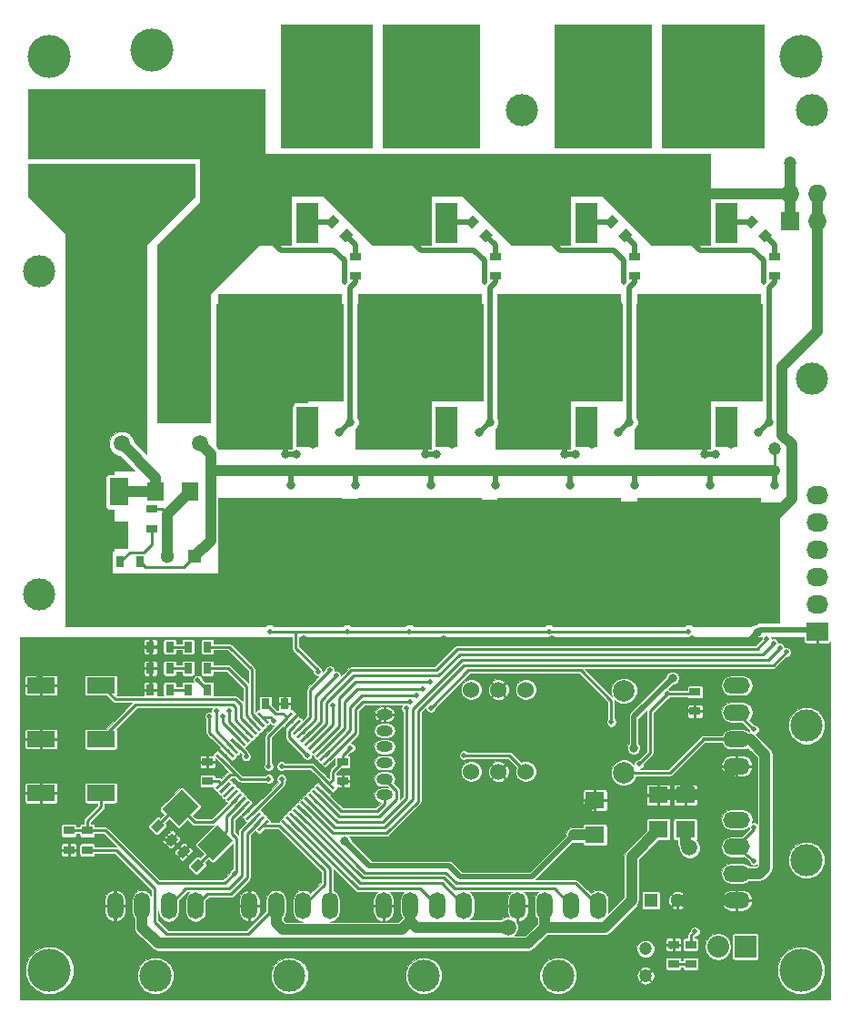
<source format=gbr>
G04 #@! TF.FileFunction,Copper,L1,Top,Signal*
%FSLAX46Y46*%
G04 Gerber Fmt 4.6, Leading zero omitted, Abs format (unit mm)*
G04 Created by KiCad (PCBNEW 4.0.4-stable) date 11/07/16 11:26:06*
%MOMM*%
%LPD*%
G01*
G04 APERTURE LIST*
%ADD10C,0.100000*%
%ADD11O,2.500000X1.500000*%
%ADD12C,3.000000*%
%ADD13C,1.700000*%
%ADD14R,1.700000X1.700000*%
%ADD15O,1.500000X2.500000*%
%ADD16R,1.998980X3.799840*%
%ADD17R,11.501120X8.999220*%
%ADD18C,1.300000*%
%ADD19R,1.300000X1.300000*%
%ADD20R,2.032000X2.032000*%
%ADD21O,2.032000X2.032000*%
%ADD22C,2.000000*%
%ADD23C,4.000000*%
%ADD24R,1.600000X1.800000*%
%ADD25R,1.000000X0.800000*%
%ADD26R,0.800000X1.000000*%
%ADD27R,1.800000X1.600000*%
%ADD28O,1.524000X1.000000*%
%ADD29C,1.524000*%
%ADD30R,1.800860X2.499360*%
%ADD31C,2.500000*%
%ADD32C,5.000000*%
%ADD33R,2.600000X1.500000*%
%ADD34C,4.064000*%
%ADD35C,1.200000*%
%ADD36R,1.727200X1.727200*%
%ADD37O,1.727200X1.727200*%
%ADD38R,2.032000X1.727200*%
%ADD39O,2.032000X1.727200*%
%ADD40C,0.500000*%
%ADD41C,0.800000*%
%ADD42C,0.600000*%
%ADD43C,1.500000*%
%ADD44C,0.500000*%
%ADD45C,0.250000*%
%ADD46C,1.000000*%
%ADD47C,0.300000*%
%ADD48C,0.026000*%
G04 APERTURE END LIST*
D10*
G36*
X13476598Y-75015075D02*
X15315075Y-73176598D01*
X16870710Y-74732233D01*
X15032233Y-76570710D01*
X13476598Y-75015075D01*
X13476598Y-75015075D01*
G37*
G36*
X16800000Y-78338478D02*
X18638478Y-76500000D01*
X20052692Y-77914214D01*
X18214214Y-79752692D01*
X16800000Y-78338478D01*
X16800000Y-78338478D01*
G37*
D11*
X67000000Y-71000000D03*
X67000000Y-68500000D03*
X67000000Y-66000000D03*
X67000000Y-63500000D03*
D12*
X73500000Y-67250000D03*
D13*
X14500000Y-25000000D03*
D14*
X9500000Y-25000000D03*
D15*
X21600000Y-84000000D03*
X24100000Y-84000000D03*
X26600000Y-84000000D03*
X29100000Y-84000000D03*
D12*
X25350000Y-90500000D03*
D15*
X34100000Y-84000000D03*
X36600000Y-84000000D03*
X39100000Y-84000000D03*
X41600000Y-84000000D03*
D12*
X37850000Y-90500000D03*
D16*
X26999360Y-39450100D03*
X22000640Y-39450100D03*
D17*
X24500000Y-50549900D03*
D10*
G36*
X18608311Y-73179379D02*
X18431534Y-73002602D01*
X19350773Y-72083363D01*
X19527550Y-72260140D01*
X18608311Y-73179379D01*
X18608311Y-73179379D01*
G37*
G36*
X18961864Y-73532932D02*
X18785087Y-73356155D01*
X19704326Y-72436916D01*
X19881103Y-72613693D01*
X18961864Y-73532932D01*
X18961864Y-73532932D01*
G37*
G36*
X19315418Y-73886486D02*
X19138641Y-73709709D01*
X20057880Y-72790470D01*
X20234657Y-72967247D01*
X19315418Y-73886486D01*
X19315418Y-73886486D01*
G37*
G36*
X19668971Y-74240039D02*
X19492194Y-74063262D01*
X20411433Y-73144023D01*
X20588210Y-73320800D01*
X19668971Y-74240039D01*
X19668971Y-74240039D01*
G37*
G36*
X20022524Y-74593592D02*
X19845747Y-74416815D01*
X20764986Y-73497576D01*
X20941763Y-73674353D01*
X20022524Y-74593592D01*
X20022524Y-74593592D01*
G37*
G36*
X20376078Y-74947146D02*
X20199301Y-74770369D01*
X21118540Y-73851130D01*
X21295317Y-74027907D01*
X20376078Y-74947146D01*
X20376078Y-74947146D01*
G37*
G36*
X20729631Y-75300699D02*
X20552854Y-75123922D01*
X21472093Y-74204683D01*
X21648870Y-74381460D01*
X20729631Y-75300699D01*
X20729631Y-75300699D01*
G37*
G36*
X21083185Y-75654253D02*
X20906408Y-75477476D01*
X21825647Y-74558237D01*
X22002424Y-74735014D01*
X21083185Y-75654253D01*
X21083185Y-75654253D01*
G37*
G36*
X21436738Y-76007806D02*
X21259961Y-75831029D01*
X22179200Y-74911790D01*
X22355977Y-75088567D01*
X21436738Y-76007806D01*
X21436738Y-76007806D01*
G37*
G36*
X21790291Y-76361359D02*
X21613514Y-76184582D01*
X22532753Y-75265343D01*
X22709530Y-75442120D01*
X21790291Y-76361359D01*
X21790291Y-76361359D01*
G37*
G36*
X22143845Y-76714913D02*
X21967068Y-76538136D01*
X22886307Y-75618897D01*
X23063084Y-75795674D01*
X22143845Y-76714913D01*
X22143845Y-76714913D01*
G37*
G36*
X22497398Y-77068466D02*
X22320621Y-76891689D01*
X23239860Y-75972450D01*
X23416637Y-76149227D01*
X22497398Y-77068466D01*
X22497398Y-77068466D01*
G37*
G36*
X25679379Y-76891689D02*
X25502602Y-77068466D01*
X24583363Y-76149227D01*
X24760140Y-75972450D01*
X25679379Y-76891689D01*
X25679379Y-76891689D01*
G37*
G36*
X26032932Y-76538136D02*
X25856155Y-76714913D01*
X24936916Y-75795674D01*
X25113693Y-75618897D01*
X26032932Y-76538136D01*
X26032932Y-76538136D01*
G37*
G36*
X26386486Y-76184582D02*
X26209709Y-76361359D01*
X25290470Y-75442120D01*
X25467247Y-75265343D01*
X26386486Y-76184582D01*
X26386486Y-76184582D01*
G37*
G36*
X26740039Y-75831029D02*
X26563262Y-76007806D01*
X25644023Y-75088567D01*
X25820800Y-74911790D01*
X26740039Y-75831029D01*
X26740039Y-75831029D01*
G37*
G36*
X27093592Y-75477476D02*
X26916815Y-75654253D01*
X25997576Y-74735014D01*
X26174353Y-74558237D01*
X27093592Y-75477476D01*
X27093592Y-75477476D01*
G37*
G36*
X27447146Y-75123922D02*
X27270369Y-75300699D01*
X26351130Y-74381460D01*
X26527907Y-74204683D01*
X27447146Y-75123922D01*
X27447146Y-75123922D01*
G37*
G36*
X27800699Y-74770369D02*
X27623922Y-74947146D01*
X26704683Y-74027907D01*
X26881460Y-73851130D01*
X27800699Y-74770369D01*
X27800699Y-74770369D01*
G37*
G36*
X28154253Y-74416815D02*
X27977476Y-74593592D01*
X27058237Y-73674353D01*
X27235014Y-73497576D01*
X28154253Y-74416815D01*
X28154253Y-74416815D01*
G37*
G36*
X28507806Y-74063262D02*
X28331029Y-74240039D01*
X27411790Y-73320800D01*
X27588567Y-73144023D01*
X28507806Y-74063262D01*
X28507806Y-74063262D01*
G37*
G36*
X28861359Y-73709709D02*
X28684582Y-73886486D01*
X27765343Y-72967247D01*
X27942120Y-72790470D01*
X28861359Y-73709709D01*
X28861359Y-73709709D01*
G37*
G36*
X29214913Y-73356155D02*
X29038136Y-73532932D01*
X28118897Y-72613693D01*
X28295674Y-72436916D01*
X29214913Y-73356155D01*
X29214913Y-73356155D01*
G37*
G36*
X29568466Y-73002602D02*
X29391689Y-73179379D01*
X28472450Y-72260140D01*
X28649227Y-72083363D01*
X29568466Y-73002602D01*
X29568466Y-73002602D01*
G37*
G36*
X28649227Y-70916637D02*
X28472450Y-70739860D01*
X29391689Y-69820621D01*
X29568466Y-69997398D01*
X28649227Y-70916637D01*
X28649227Y-70916637D01*
G37*
G36*
X28295674Y-70563084D02*
X28118897Y-70386307D01*
X29038136Y-69467068D01*
X29214913Y-69643845D01*
X28295674Y-70563084D01*
X28295674Y-70563084D01*
G37*
G36*
X27942120Y-70209530D02*
X27765343Y-70032753D01*
X28684582Y-69113514D01*
X28861359Y-69290291D01*
X27942120Y-70209530D01*
X27942120Y-70209530D01*
G37*
G36*
X27588567Y-69855977D02*
X27411790Y-69679200D01*
X28331029Y-68759961D01*
X28507806Y-68936738D01*
X27588567Y-69855977D01*
X27588567Y-69855977D01*
G37*
G36*
X27235014Y-69502424D02*
X27058237Y-69325647D01*
X27977476Y-68406408D01*
X28154253Y-68583185D01*
X27235014Y-69502424D01*
X27235014Y-69502424D01*
G37*
G36*
X26881460Y-69148870D02*
X26704683Y-68972093D01*
X27623922Y-68052854D01*
X27800699Y-68229631D01*
X26881460Y-69148870D01*
X26881460Y-69148870D01*
G37*
G36*
X26527907Y-68795317D02*
X26351130Y-68618540D01*
X27270369Y-67699301D01*
X27447146Y-67876078D01*
X26527907Y-68795317D01*
X26527907Y-68795317D01*
G37*
G36*
X26174353Y-68441763D02*
X25997576Y-68264986D01*
X26916815Y-67345747D01*
X27093592Y-67522524D01*
X26174353Y-68441763D01*
X26174353Y-68441763D01*
G37*
G36*
X25820800Y-68088210D02*
X25644023Y-67911433D01*
X26563262Y-66992194D01*
X26740039Y-67168971D01*
X25820800Y-68088210D01*
X25820800Y-68088210D01*
G37*
G36*
X25467247Y-67734657D02*
X25290470Y-67557880D01*
X26209709Y-66638641D01*
X26386486Y-66815418D01*
X25467247Y-67734657D01*
X25467247Y-67734657D01*
G37*
G36*
X25113693Y-67381103D02*
X24936916Y-67204326D01*
X25856155Y-66285087D01*
X26032932Y-66461864D01*
X25113693Y-67381103D01*
X25113693Y-67381103D01*
G37*
G36*
X24760140Y-67027550D02*
X24583363Y-66850773D01*
X25502602Y-65931534D01*
X25679379Y-66108311D01*
X24760140Y-67027550D01*
X24760140Y-67027550D01*
G37*
G36*
X23416637Y-66850773D02*
X23239860Y-67027550D01*
X22320621Y-66108311D01*
X22497398Y-65931534D01*
X23416637Y-66850773D01*
X23416637Y-66850773D01*
G37*
G36*
X23063084Y-67204326D02*
X22886307Y-67381103D01*
X21967068Y-66461864D01*
X22143845Y-66285087D01*
X23063084Y-67204326D01*
X23063084Y-67204326D01*
G37*
G36*
X22709530Y-67557880D02*
X22532753Y-67734657D01*
X21613514Y-66815418D01*
X21790291Y-66638641D01*
X22709530Y-67557880D01*
X22709530Y-67557880D01*
G37*
G36*
X22355977Y-67911433D02*
X22179200Y-68088210D01*
X21259961Y-67168971D01*
X21436738Y-66992194D01*
X22355977Y-67911433D01*
X22355977Y-67911433D01*
G37*
G36*
X22002424Y-68264986D02*
X21825647Y-68441763D01*
X20906408Y-67522524D01*
X21083185Y-67345747D01*
X22002424Y-68264986D01*
X22002424Y-68264986D01*
G37*
G36*
X21648870Y-68618540D02*
X21472093Y-68795317D01*
X20552854Y-67876078D01*
X20729631Y-67699301D01*
X21648870Y-68618540D01*
X21648870Y-68618540D01*
G37*
G36*
X21295317Y-68972093D02*
X21118540Y-69148870D01*
X20199301Y-68229631D01*
X20376078Y-68052854D01*
X21295317Y-68972093D01*
X21295317Y-68972093D01*
G37*
G36*
X20941763Y-69325647D02*
X20764986Y-69502424D01*
X19845747Y-68583185D01*
X20022524Y-68406408D01*
X20941763Y-69325647D01*
X20941763Y-69325647D01*
G37*
G36*
X20588210Y-69679200D02*
X20411433Y-69855977D01*
X19492194Y-68936738D01*
X19668971Y-68759961D01*
X20588210Y-69679200D01*
X20588210Y-69679200D01*
G37*
G36*
X20234657Y-70032753D02*
X20057880Y-70209530D01*
X19138641Y-69290291D01*
X19315418Y-69113514D01*
X20234657Y-70032753D01*
X20234657Y-70032753D01*
G37*
G36*
X19881103Y-70386307D02*
X19704326Y-70563084D01*
X18785087Y-69643845D01*
X18961864Y-69467068D01*
X19881103Y-70386307D01*
X19881103Y-70386307D01*
G37*
G36*
X19527550Y-70739860D02*
X19350773Y-70916637D01*
X18431534Y-69997398D01*
X18608311Y-69820621D01*
X19527550Y-70739860D01*
X19527550Y-70739860D01*
G37*
D18*
X61500000Y-83500000D03*
D19*
X59000000Y-83500000D03*
D11*
X67000000Y-83500000D03*
X67000000Y-81000000D03*
X67000000Y-78500000D03*
X67000000Y-76000000D03*
D12*
X73500000Y-79750000D03*
D16*
X52999360Y-39450100D03*
X48000640Y-39450100D03*
D17*
X50500000Y-50549900D03*
D20*
X67800000Y-87800000D03*
D21*
X65260000Y-87800000D03*
D16*
X39999360Y-39450100D03*
X35000640Y-39450100D03*
D17*
X37500000Y-50549900D03*
D16*
X39999360Y-20450100D03*
X35000640Y-20450100D03*
D17*
X37500000Y-31549900D03*
D16*
X26999360Y-20450100D03*
X22000640Y-20450100D03*
D17*
X24500000Y-31549900D03*
D16*
X65999360Y-39450100D03*
X61000640Y-39450100D03*
D17*
X63500000Y-50549900D03*
D16*
X65999360Y-20450100D03*
X61000640Y-20450100D03*
D17*
X63500000Y-31549900D03*
D16*
X52999360Y-20450100D03*
X48000640Y-20450100D03*
D17*
X50500000Y-31549900D03*
D22*
X15040000Y-12000000D03*
X15040000Y-17080000D03*
X9960000Y-12000000D03*
X9960000Y-17080000D03*
D23*
X12500000Y-4380000D03*
D24*
X12900000Y-45500000D03*
X16100000Y-45500000D03*
D25*
X4800000Y-78800000D03*
X4800000Y-77000000D03*
D10*
G36*
X12427208Y-76634315D02*
X13134315Y-75927208D01*
X13700000Y-76492893D01*
X12992893Y-77200000D01*
X12427208Y-76634315D01*
X12427208Y-76634315D01*
G37*
G36*
X13700000Y-77907107D02*
X14407107Y-77200000D01*
X14972792Y-77765685D01*
X14265685Y-78472792D01*
X13700000Y-77907107D01*
X13700000Y-77907107D01*
G37*
G36*
X17372792Y-80165685D02*
X16665685Y-80872792D01*
X16100000Y-80307107D01*
X16807107Y-79600000D01*
X17372792Y-80165685D01*
X17372792Y-80165685D01*
G37*
G36*
X16100000Y-78892893D02*
X15392893Y-79600000D01*
X14827208Y-79034315D01*
X15534315Y-78327208D01*
X16100000Y-78892893D01*
X16100000Y-78892893D01*
G37*
D26*
X24900000Y-65200000D03*
X23100000Y-65200000D03*
D25*
X17700000Y-70600000D03*
X17700000Y-72400000D03*
X6500000Y-78800000D03*
X6500000Y-77000000D03*
D26*
X14200000Y-61900000D03*
X12400000Y-61900000D03*
D25*
X44500000Y-23600000D03*
X44500000Y-25400000D03*
X31500000Y-23600000D03*
X31500000Y-25400000D03*
X70500000Y-23600000D03*
X70500000Y-25400000D03*
X57500000Y-23600000D03*
X57500000Y-25400000D03*
X30300000Y-72400000D03*
X30300000Y-70600000D03*
D10*
G36*
X44272792Y-21565685D02*
X43565685Y-22272792D01*
X43000000Y-21707107D01*
X43707107Y-21000000D01*
X44272792Y-21565685D01*
X44272792Y-21565685D01*
G37*
G36*
X43000000Y-20292893D02*
X42292893Y-21000000D01*
X41727208Y-20434315D01*
X42434315Y-19727208D01*
X43000000Y-20292893D01*
X43000000Y-20292893D01*
G37*
G36*
X31272792Y-21565685D02*
X30565685Y-22272792D01*
X30000000Y-21707107D01*
X30707107Y-21000000D01*
X31272792Y-21565685D01*
X31272792Y-21565685D01*
G37*
G36*
X30000000Y-20292893D02*
X29292893Y-21000000D01*
X28727208Y-20434315D01*
X29434315Y-19727208D01*
X30000000Y-20292893D01*
X30000000Y-20292893D01*
G37*
G36*
X70272792Y-21565685D02*
X69565685Y-22272792D01*
X69000000Y-21707107D01*
X69707107Y-21000000D01*
X70272792Y-21565685D01*
X70272792Y-21565685D01*
G37*
G36*
X69000000Y-20292893D02*
X68292893Y-21000000D01*
X67727208Y-20434315D01*
X68434315Y-19727208D01*
X69000000Y-20292893D01*
X69000000Y-20292893D01*
G37*
G36*
X57272792Y-21565685D02*
X56565685Y-22272792D01*
X56000000Y-21707107D01*
X56707107Y-21000000D01*
X57272792Y-21565685D01*
X57272792Y-21565685D01*
G37*
G36*
X56000000Y-20292893D02*
X55292893Y-21000000D01*
X54727208Y-20434315D01*
X55434315Y-19727208D01*
X56000000Y-20292893D01*
X56000000Y-20292893D01*
G37*
D26*
X14200000Y-63900000D03*
X12400000Y-63900000D03*
D25*
X61100000Y-89400000D03*
X61100000Y-87600000D03*
X12500000Y-48900000D03*
X12500000Y-47100000D03*
D27*
X53800000Y-77400000D03*
X53800000Y-74200000D03*
D28*
X34200000Y-66200000D03*
X34200000Y-67700000D03*
X34200000Y-69200000D03*
X34200000Y-70700000D03*
X34200000Y-72200000D03*
X34200000Y-73700000D03*
D29*
X42260000Y-71510000D03*
X44800000Y-71510000D03*
X47340000Y-71510000D03*
X47340000Y-63890000D03*
X44800000Y-63890000D03*
X42260000Y-63890000D03*
D13*
X14500000Y-38000000D03*
D14*
X9500000Y-38000000D03*
D25*
X63100000Y-65900000D03*
X63100000Y-64100000D03*
D22*
X56500000Y-71599840D03*
X56500000Y-64000160D03*
D26*
X14200000Y-59900000D03*
X12400000Y-59900000D03*
D15*
X9100000Y-84000000D03*
X11600000Y-84000000D03*
X14100000Y-84000000D03*
X16600000Y-84000000D03*
D12*
X12850000Y-90500000D03*
D15*
X46600000Y-84000000D03*
X49100000Y-84000000D03*
X51600000Y-84000000D03*
X54100000Y-84000000D03*
D12*
X50350000Y-90500000D03*
D26*
X17700000Y-61900000D03*
X15900000Y-61900000D03*
X17700000Y-63900000D03*
X15900000Y-63900000D03*
D25*
X62700000Y-87600000D03*
X62700000Y-89400000D03*
D26*
X11400000Y-52000000D03*
X9600000Y-52000000D03*
X17700000Y-59900000D03*
X15900000Y-59900000D03*
D30*
X9500000Y-49498980D03*
X9500000Y-45501020D03*
D27*
X62200000Y-76900000D03*
X62200000Y-73700000D03*
X59700000Y-76900000D03*
X59700000Y-73700000D03*
D31*
X36000000Y-12250000D03*
X30920000Y-12250000D03*
D32*
X39810000Y-4630000D03*
X27110000Y-4630000D03*
D31*
X62000000Y-12250000D03*
X56920000Y-12250000D03*
D32*
X65810000Y-4630000D03*
X53110000Y-4630000D03*
D18*
X14000000Y-51500000D03*
D19*
X16500000Y-51500000D03*
D33*
X2200000Y-73500000D03*
X7800000Y-73500000D03*
X2200000Y-63500000D03*
X7800000Y-63500000D03*
X2200000Y-68500000D03*
X7800000Y-68500000D03*
D34*
X3500000Y-12000000D03*
X3500000Y-17000000D03*
D35*
X58500000Y-88000000D03*
X58500000Y-90500000D03*
X72000000Y-14900000D03*
X70500000Y-41500000D03*
D36*
X72000000Y-20300000D03*
D37*
X74540000Y-20300000D03*
X72000000Y-17760000D03*
X74540000Y-17760000D03*
D38*
X74500000Y-58500000D03*
D39*
X74500000Y-55960000D03*
X74500000Y-53420000D03*
X74500000Y-50880000D03*
X74500000Y-48340000D03*
X74500000Y-45800000D03*
D23*
X3000000Y-90000000D03*
X73000000Y-90000000D03*
D12*
X47000000Y-10000000D03*
X2000000Y-25000000D03*
X74000000Y-35000000D03*
X74000000Y-10000000D03*
D23*
X3000000Y-5000000D03*
X73000000Y-5000000D03*
D12*
X2000000Y-55000000D03*
D40*
X2000000Y-61000000D03*
D41*
X68900000Y-58600000D03*
D42*
X42600000Y-59300000D03*
X47600000Y-59300000D03*
X55600000Y-59300000D03*
X60300000Y-59300000D03*
D40*
X22100000Y-74200000D03*
X20200000Y-70700000D03*
X24700000Y-67800000D03*
X27800000Y-72300000D03*
X60400000Y-65800000D03*
D41*
X50300000Y-75400000D03*
D40*
X61700000Y-65900000D03*
X22900000Y-72800000D03*
X33900000Y-59300000D03*
D43*
X62600000Y-72200000D03*
D41*
X39700000Y-59300000D03*
X49800000Y-59300000D03*
X62800000Y-59300000D03*
X26700000Y-59300000D03*
D40*
X20200000Y-81000000D03*
D41*
X30500000Y-78000000D03*
D40*
X16800000Y-63000000D03*
X31000000Y-69300000D03*
D41*
X51800000Y-77400000D03*
D40*
X57900000Y-70800000D03*
X60500000Y-64300000D03*
X24600000Y-71000000D03*
X23400000Y-71000000D03*
X23400000Y-72200000D03*
X24600000Y-72200000D03*
D43*
X45700000Y-86000000D03*
D40*
X63100000Y-86400000D03*
D43*
X12000000Y-12000000D03*
X12000000Y-13500000D03*
X13500000Y-13500000D03*
X13500000Y-12000000D03*
X13500000Y-10500000D03*
X13500000Y-9000000D03*
X16500000Y-9000000D03*
X16520000Y-10520000D03*
X15000000Y-10500000D03*
X15000000Y-9000000D03*
X12000000Y-9000000D03*
X12000000Y-10500000D03*
X10500000Y-9000000D03*
X10500000Y-10500000D03*
X9000000Y-10500000D03*
X9000000Y-9000000D03*
X6000000Y-13500000D03*
X7500000Y-13500000D03*
X7500000Y-12000000D03*
X6000000Y-12000000D03*
X6000000Y-10500000D03*
X7500000Y-10500000D03*
X7500000Y-9000000D03*
X6000000Y-9000000D03*
X4500000Y-9000000D03*
X3000000Y-9000000D03*
X20500000Y-16500000D03*
X20500000Y-15000000D03*
X20500000Y-13500000D03*
X20500000Y-12000000D03*
X20500000Y-10500000D03*
X20500000Y-9000000D03*
X19000000Y-9000000D03*
X22000000Y-16500000D03*
X22000000Y-15000000D03*
X22000000Y-13500000D03*
X22000000Y-12000000D03*
X22000000Y-10500000D03*
X22000000Y-9000000D03*
X20500000Y-18000000D03*
X19000000Y-18000000D03*
X19000000Y-16500000D03*
X19000000Y-15000000D03*
X19000000Y-13500000D03*
X19000000Y-12000000D03*
X19000000Y-10500000D03*
D40*
X30500000Y-24000000D03*
X30500000Y-25000000D03*
X30500000Y-26000000D03*
X43500000Y-26000000D03*
X43500000Y-24000000D03*
X43500000Y-25000000D03*
X56500000Y-26000000D03*
X56500000Y-24000000D03*
X56500000Y-25000000D03*
X69500000Y-26000000D03*
X69500000Y-25000000D03*
X69500000Y-24000000D03*
D43*
X26000000Y-9000000D03*
X27500000Y-9000000D03*
X29000000Y-9000000D03*
X29000000Y-10500000D03*
X29000000Y-12000000D03*
X27500000Y-10500000D03*
X26000000Y-10500000D03*
X26000000Y-12000000D03*
X27500000Y-12000000D03*
X32000000Y-10500000D03*
X30500000Y-10500000D03*
X30500000Y-9000000D03*
X32000000Y-9000000D03*
X32000000Y-7500000D03*
X30500000Y-7500000D03*
X30500000Y-6000000D03*
X32000000Y-6000000D03*
X32000000Y-4500000D03*
X30500000Y-4500000D03*
X30500000Y-3000000D03*
X32000000Y-3000000D03*
X24000000Y-34000000D03*
X21000000Y-35500000D03*
X22500000Y-35500000D03*
X24000000Y-35500000D03*
X19500000Y-35500000D03*
X19500000Y-37000000D03*
X21000000Y-37000000D03*
X22500000Y-37000000D03*
X24000000Y-37000000D03*
X22500000Y-38500000D03*
X21000000Y-38500000D03*
X19500000Y-38500000D03*
X19500000Y-40000000D03*
X21000000Y-40000000D03*
X19500000Y-32500000D03*
X22500000Y-34000000D03*
X21000000Y-34000000D03*
X19500000Y-34000000D03*
X19500000Y-28000000D03*
X21000000Y-28000000D03*
X22500000Y-28000000D03*
X24000000Y-28000000D03*
X24000000Y-29500000D03*
X22500000Y-29500000D03*
X21000000Y-29500000D03*
X19500000Y-29500000D03*
X19500000Y-31000000D03*
X21000000Y-31000000D03*
X22500000Y-31000000D03*
X24000000Y-31000000D03*
X24000000Y-32500000D03*
X22500000Y-32500000D03*
X21000000Y-32500000D03*
X29500000Y-28000000D03*
X29500000Y-29500000D03*
X29500000Y-31000000D03*
X29500000Y-32500000D03*
X29500000Y-34000000D03*
X29500000Y-35500000D03*
D41*
X26000000Y-42000000D03*
X25000000Y-42000000D03*
D43*
X45500000Y-38500000D03*
X45500000Y-40000000D03*
X48500000Y-38500000D03*
X47000000Y-38500000D03*
X47000000Y-40000000D03*
X50000000Y-37000000D03*
X48500000Y-37000000D03*
X47000000Y-37000000D03*
X45500000Y-37000000D03*
X48500000Y-35500000D03*
X50000000Y-32500000D03*
X50000000Y-34000000D03*
X50000000Y-35500000D03*
X50000000Y-31000000D03*
X50000000Y-29500000D03*
X50000000Y-28000000D03*
X47000000Y-28000000D03*
X48500000Y-31000000D03*
X48500000Y-29500000D03*
X48500000Y-28000000D03*
X48500000Y-32500000D03*
X48500000Y-34000000D03*
X45500000Y-28000000D03*
X45500000Y-29500000D03*
X45500000Y-31000000D03*
X47000000Y-34000000D03*
X47000000Y-29500000D03*
X47000000Y-31000000D03*
X47000000Y-32500000D03*
X45500000Y-32500000D03*
X45500000Y-34000000D03*
X45500000Y-35500000D03*
X47000000Y-35500000D03*
X55500000Y-28000000D03*
X55500000Y-29500000D03*
X55500000Y-31000000D03*
X55500000Y-32500000D03*
X55500000Y-34000000D03*
X55500000Y-35500000D03*
D41*
X52000000Y-42000000D03*
X51000000Y-42000000D03*
D43*
X8500000Y-54000000D03*
X10000000Y-54000000D03*
X11500000Y-54000000D03*
X5500000Y-51000000D03*
X7000000Y-51000000D03*
X7000000Y-52500000D03*
X5500000Y-52500000D03*
X5500000Y-54000000D03*
X7000000Y-54000000D03*
X14500000Y-57000000D03*
X14500000Y-55500000D03*
X14500000Y-54000000D03*
X13000000Y-54000000D03*
X13000000Y-55500000D03*
X13000000Y-57000000D03*
X11500000Y-57000000D03*
X11500000Y-55500000D03*
X16000000Y-57000000D03*
X16000000Y-55500000D03*
X16000000Y-54000000D03*
X17500000Y-54000000D03*
X17500000Y-55500000D03*
X17500000Y-57000000D03*
X5500000Y-55500000D03*
X5500000Y-57000000D03*
X7000000Y-57000000D03*
X7000000Y-55500000D03*
X8500000Y-55500000D03*
X8500000Y-57000000D03*
X10000000Y-57000000D03*
X10000000Y-55500000D03*
X6000000Y-17500000D03*
X6000000Y-16000000D03*
X7500000Y-16000000D03*
X7500000Y-17500000D03*
X7500000Y-20500000D03*
X6000000Y-20500000D03*
X6000000Y-19000000D03*
X7500000Y-19000000D03*
X9000000Y-20500000D03*
X9000000Y-19000000D03*
X10500000Y-19000000D03*
X10500000Y-20500000D03*
X12000000Y-20500000D03*
X12000000Y-19000000D03*
X13500000Y-19000000D03*
X13500000Y-17500000D03*
X12000000Y-17500000D03*
X12000000Y-16000000D03*
X13500000Y-16000000D03*
D40*
X68600000Y-79800000D03*
X68600000Y-76700000D03*
X68600000Y-67600000D03*
X27000000Y-70000000D03*
X23900000Y-66800000D03*
D43*
X38000000Y-10500000D03*
X38000000Y-12000000D03*
X41000000Y-9000000D03*
X39500000Y-9000000D03*
X38000000Y-9000000D03*
X39500000Y-10500000D03*
X41000000Y-10500000D03*
X41000000Y-12000000D03*
X39500000Y-12000000D03*
X35000000Y-10500000D03*
X36500000Y-10500000D03*
X36500000Y-9000000D03*
X35000000Y-9000000D03*
X35000000Y-7500000D03*
X36500000Y-7500000D03*
X36500000Y-6000000D03*
X35000000Y-6000000D03*
X35000000Y-4500000D03*
X36500000Y-4500000D03*
X36500000Y-3000000D03*
X35000000Y-3000000D03*
X34000000Y-40000000D03*
X32500000Y-40000000D03*
X34000000Y-38500000D03*
X32500000Y-38500000D03*
X35500000Y-38500000D03*
X37000000Y-37000000D03*
X35500000Y-37000000D03*
X34000000Y-37000000D03*
X32500000Y-37000000D03*
X35500000Y-28000000D03*
X35500000Y-29500000D03*
X35500000Y-31000000D03*
X35500000Y-32500000D03*
X35500000Y-34000000D03*
X35500000Y-35500000D03*
X37000000Y-35500000D03*
X37000000Y-34000000D03*
X37000000Y-32500000D03*
X37000000Y-31000000D03*
X37000000Y-29500000D03*
X37000000Y-28000000D03*
X32500000Y-28000000D03*
X32500000Y-29500000D03*
X32500000Y-31000000D03*
X32500000Y-32500000D03*
X32500000Y-34000000D03*
X32500000Y-35500000D03*
X34000000Y-35500000D03*
X34000000Y-34000000D03*
X34000000Y-32500000D03*
X34000000Y-31000000D03*
X34000000Y-29500000D03*
X34000000Y-28000000D03*
X42500000Y-28000000D03*
X42500000Y-29500000D03*
X42500000Y-31000000D03*
X42500000Y-32500000D03*
X42500000Y-34000000D03*
X42500000Y-35500000D03*
D41*
X39000000Y-42000000D03*
X38000000Y-42000000D03*
D43*
X58500000Y-40000000D03*
X60000000Y-40000000D03*
X60000000Y-38500000D03*
X58500000Y-38500000D03*
X58500000Y-37000000D03*
X60000000Y-37000000D03*
X61500000Y-37000000D03*
X63000000Y-37000000D03*
X61500000Y-38500000D03*
X63000000Y-35500000D03*
X63000000Y-34000000D03*
X63000000Y-32500000D03*
X63000000Y-31000000D03*
X63000000Y-29500000D03*
X63000000Y-28000000D03*
X60000000Y-35500000D03*
X60000000Y-31000000D03*
X60000000Y-32500000D03*
X60000000Y-34000000D03*
X60000000Y-29500000D03*
X60000000Y-28000000D03*
X61500000Y-28000000D03*
X61500000Y-29500000D03*
X61500000Y-31000000D03*
X61500000Y-32500000D03*
X61500000Y-34000000D03*
X61500000Y-35500000D03*
X58500000Y-28000000D03*
X58500000Y-29500000D03*
X58500000Y-31000000D03*
X58500000Y-32500000D03*
X58500000Y-34000000D03*
X58500000Y-35500000D03*
X68500000Y-28000000D03*
X68500000Y-29500000D03*
X68500000Y-31000000D03*
X68500000Y-32500000D03*
X68500000Y-34000000D03*
X68500000Y-35500000D03*
D41*
X65000000Y-42000000D03*
X64000000Y-42000000D03*
D40*
X21300000Y-70100000D03*
D41*
X44000000Y-39000000D03*
X43000000Y-40000000D03*
X30000000Y-40000000D03*
X31000000Y-39000000D03*
X70000000Y-39000000D03*
X69000000Y-40000000D03*
X57000000Y-39000000D03*
X56000000Y-40000000D03*
D40*
X29400000Y-65400000D03*
X28000000Y-62200000D03*
X30700000Y-58500000D03*
X36500000Y-58500000D03*
X23500000Y-58500000D03*
X49500000Y-58500000D03*
X62500000Y-58500000D03*
X29700000Y-62600000D03*
X18500000Y-65900000D03*
X17900000Y-66400000D03*
X19700000Y-65900000D03*
X19100000Y-66400000D03*
X29100000Y-62100000D03*
D41*
X70500000Y-44900000D03*
X64500000Y-44900000D03*
X57500000Y-44900000D03*
X51500000Y-44900000D03*
X44500000Y-44900000D03*
X38500000Y-44900000D03*
X31500000Y-44900000D03*
X25500000Y-44900000D03*
D43*
X17000000Y-41000000D03*
D41*
X40500000Y-41100000D03*
X27500000Y-41100000D03*
X66500000Y-41100000D03*
X53500000Y-41100000D03*
D40*
X36600000Y-65000000D03*
X41600000Y-70000000D03*
X37200000Y-64400000D03*
X37800000Y-63800000D03*
D43*
X62600000Y-78601020D03*
D40*
X55300000Y-66900000D03*
X38500000Y-65600000D03*
X36200000Y-65600000D03*
D43*
X9714000Y-41000000D03*
X59700000Y-76900000D03*
D41*
X57400000Y-69300000D03*
X61000000Y-62800000D03*
D40*
X71600000Y-60400000D03*
X71000000Y-60000000D03*
X70400000Y-59600000D03*
X69800000Y-59200000D03*
X38400000Y-63200000D03*
D44*
X2000000Y-63300000D02*
X2000000Y-61000000D01*
D45*
X14336396Y-77836396D02*
X13136396Y-77836396D01*
X14700000Y-70600000D02*
X17700000Y-70600000D01*
X12000000Y-73300000D02*
X14700000Y-70600000D01*
X12000000Y-76700000D02*
X12000000Y-73300000D01*
X13136396Y-77836396D02*
X12000000Y-76700000D01*
X61100000Y-87600000D02*
X61100000Y-86500000D01*
X61100000Y-86500000D02*
X61500000Y-86100000D01*
X61100000Y-87600000D02*
X60000000Y-87600000D01*
X59600000Y-88000000D02*
X59600000Y-89400000D01*
X60000000Y-87600000D02*
X59600000Y-88000000D01*
D44*
X2000000Y-63300000D02*
X2200000Y-63500000D01*
D45*
X2200000Y-68500000D02*
X2200000Y-63500000D01*
X2200000Y-73500000D02*
X2200000Y-68500000D01*
X4800000Y-78800000D02*
X3800000Y-78800000D01*
X2200000Y-77200000D02*
X2200000Y-73500000D01*
X3800000Y-78800000D02*
X2200000Y-77200000D01*
X58500000Y-90500000D02*
X59600000Y-89400000D01*
X61100000Y-87900000D02*
X61100000Y-87600000D01*
D44*
X74500000Y-58500000D02*
X75000000Y-59000000D01*
X68900000Y-58600000D02*
X69200000Y-58300000D01*
X69200000Y-58300000D02*
X74300000Y-58300000D01*
X74300000Y-58300000D02*
X74500000Y-58500000D01*
D45*
X21454416Y-75106245D02*
X22100000Y-74460661D01*
X22100000Y-74460661D02*
X22100000Y-74200000D01*
X19333095Y-70015076D02*
X20018019Y-70700000D01*
X20018019Y-70700000D02*
X20200000Y-70700000D01*
X25484924Y-66833095D02*
X24700000Y-67618019D01*
X24700000Y-67618019D02*
X24700000Y-67800000D01*
X28666905Y-72984924D02*
X27981981Y-72300000D01*
X27981981Y-72300000D02*
X27800000Y-72300000D01*
X34200000Y-66200000D02*
X32700000Y-67700000D01*
X31500000Y-72400000D02*
X30300000Y-72400000D01*
X32700000Y-71200000D02*
X31500000Y-72400000D01*
X32700000Y-67700000D02*
X32700000Y-71200000D01*
X30300000Y-72400000D02*
X30300000Y-73100000D01*
X29281981Y-73600000D02*
X28666905Y-72984924D01*
X29800000Y-73600000D02*
X29281981Y-73600000D01*
X30300000Y-73100000D02*
X29800000Y-73600000D01*
X19333095Y-70015076D02*
X18718019Y-69400000D01*
X18718019Y-69400000D02*
X18100000Y-69400000D01*
X18100000Y-69400000D02*
X17700000Y-69800000D01*
X17700000Y-69800000D02*
X17700000Y-70600000D01*
X25484924Y-66833095D02*
X26100000Y-66218019D01*
X25600000Y-65200000D02*
X24900000Y-65200000D01*
X26100000Y-65700000D02*
X25600000Y-65200000D01*
X26100000Y-66218019D02*
X26100000Y-65700000D01*
D46*
X53800000Y-74200000D02*
X52600000Y-75400000D01*
X52600000Y-75400000D02*
X50300000Y-75400000D01*
D45*
X60500000Y-65900000D02*
X61100000Y-65900000D01*
X60400000Y-65800000D02*
X60500000Y-65900000D01*
X52600000Y-75400000D02*
X50300000Y-75400000D01*
D47*
X61100000Y-65900000D02*
X61700000Y-65900000D01*
X61700000Y-65900000D02*
X63100000Y-65900000D01*
D45*
X14336396Y-77836396D02*
X14900000Y-78400000D01*
X14900000Y-78400000D02*
X15463604Y-78963604D01*
X23800000Y-72800000D02*
X23800000Y-72760661D01*
X23760662Y-72800000D02*
X23800000Y-72800000D01*
X22900000Y-72800000D02*
X23760662Y-72800000D01*
X25484924Y-66833095D02*
X24000000Y-68318019D01*
X24000000Y-68318019D02*
X24000000Y-71600000D01*
X21454416Y-75106245D02*
X23800000Y-72760661D01*
X23800000Y-72760661D02*
X24000000Y-72560661D01*
X24000000Y-72560661D02*
X24000000Y-71600000D01*
X19333095Y-70015076D02*
X20918019Y-71600000D01*
X20918019Y-71600000D02*
X24000000Y-71600000D01*
X27281981Y-71600000D02*
X28666905Y-72984924D01*
X24000000Y-71600000D02*
X27281981Y-71600000D01*
X12400000Y-61900000D02*
X12400000Y-63900000D01*
X12400000Y-61900000D02*
X12400000Y-59900000D01*
X60800000Y-87900000D02*
X61100000Y-87600000D01*
X61500000Y-86100000D02*
X61500000Y-83500000D01*
D46*
X62200000Y-73700000D02*
X62200000Y-72600000D01*
X62200000Y-72600000D02*
X62600000Y-72200000D01*
X62200000Y-73700000D02*
X64100000Y-73700000D01*
X64100000Y-73700000D02*
X64200000Y-73800000D01*
X59700000Y-73700000D02*
X62200000Y-73700000D01*
X67000000Y-71000000D02*
X64200000Y-73800000D01*
X64200000Y-83400000D02*
X64300000Y-83500000D01*
X64200000Y-73800000D02*
X64200000Y-83400000D01*
X67000000Y-83500000D02*
X64300000Y-83500000D01*
X64300000Y-83500000D02*
X61500000Y-83500000D01*
D44*
X68200000Y-59300000D02*
X68900000Y-58600000D01*
X62800000Y-59300000D02*
X68200000Y-59300000D01*
X26700000Y-59300000D02*
X33900000Y-59300000D01*
X33900000Y-59300000D02*
X39700000Y-59300000D01*
X39700000Y-59300000D02*
X42600000Y-59300000D01*
X42600000Y-59300000D02*
X47600000Y-59300000D01*
X47600000Y-59300000D02*
X49800000Y-59300000D01*
X49800000Y-59300000D02*
X55600000Y-59300000D01*
X55600000Y-59300000D02*
X60000000Y-59300000D01*
X60000000Y-59300000D02*
X60300000Y-59300000D01*
X60300000Y-59300000D02*
X62800000Y-59300000D01*
D45*
X24900000Y-65200000D02*
X25131371Y-65431371D01*
X17700000Y-70600000D02*
X17931371Y-70368629D01*
X30300000Y-72400000D02*
X30068629Y-72631371D01*
X7800000Y-73500000D02*
X7800000Y-74800000D01*
X6500000Y-76100000D02*
X6500000Y-77000000D01*
X7800000Y-74800000D02*
X6500000Y-76100000D01*
X20200000Y-81000000D02*
X20400000Y-80800000D01*
X20400000Y-80800000D02*
X20400000Y-77700000D01*
X20200000Y-81000000D02*
X19300000Y-81900000D01*
X21100862Y-74752691D02*
X20000000Y-75853553D01*
X20000000Y-77300000D02*
X20400000Y-77700000D01*
X20000000Y-75853553D02*
X20000000Y-77300000D01*
X6500000Y-77000000D02*
X8200000Y-77000000D01*
X13100000Y-81900000D02*
X15100000Y-81900000D01*
X19300000Y-81900000D02*
X15100000Y-81900000D01*
X8200000Y-77000000D02*
X13100000Y-81900000D01*
X6500000Y-77000000D02*
X4800000Y-77000000D01*
X20393755Y-74045584D02*
X18239339Y-76200000D01*
X16500000Y-76200000D02*
X15173654Y-74873654D01*
X18239339Y-76200000D02*
X16500000Y-76200000D01*
X13063604Y-76563604D02*
X14753554Y-74873654D01*
X14753554Y-74873654D02*
X15173654Y-74873654D01*
X19473224Y-75673223D02*
X19473224Y-77079468D01*
X19473224Y-77079468D02*
X18426346Y-78126346D01*
X19473224Y-75673223D02*
X20747309Y-74399138D01*
X16736396Y-80236396D02*
X18426346Y-78546446D01*
X18426346Y-78546446D02*
X18426346Y-78126346D01*
D44*
X34500000Y-80300000D02*
X40200000Y-80300000D01*
X34500000Y-80300000D02*
X32800000Y-80300000D01*
X32800000Y-80300000D02*
X30500000Y-78000000D01*
X47900000Y-81300000D02*
X51800000Y-77400000D01*
X41200000Y-81300000D02*
X47900000Y-81300000D01*
X40200000Y-80300000D02*
X41200000Y-81300000D01*
D45*
X17700000Y-63900000D02*
X16800000Y-63000000D01*
X30300000Y-70000000D02*
X30300000Y-70600000D01*
X31000000Y-69300000D02*
X30300000Y-70000000D01*
X30300000Y-70600000D02*
X29400000Y-71500000D01*
X29400000Y-71500000D02*
X29400000Y-72251829D01*
X29400000Y-72251829D02*
X29020458Y-72631371D01*
X17700000Y-72400000D02*
X18748171Y-72400000D01*
X18748171Y-72400000D02*
X18979542Y-72631371D01*
X23100000Y-65200000D02*
X24000000Y-66100000D01*
X24751829Y-66100000D02*
X25131371Y-66479542D01*
X24000000Y-66100000D02*
X24751829Y-66100000D01*
X18979542Y-72631371D02*
X19810913Y-71800000D01*
X19810913Y-71800000D02*
X20410913Y-71800000D01*
D46*
X53800000Y-77400000D02*
X51800000Y-77400000D01*
D45*
X60500000Y-64300000D02*
X58900000Y-65900000D01*
X58900000Y-69800000D02*
X57900000Y-70800000D01*
X58900000Y-65900000D02*
X58900000Y-69800000D01*
X63100000Y-64100000D02*
X62900000Y-64300000D01*
X62900000Y-64300000D02*
X60500000Y-64300000D01*
X6500000Y-78800000D02*
X9200000Y-78800000D01*
X21500000Y-86600000D02*
X24100000Y-84000000D01*
X13900000Y-86600000D02*
X21500000Y-86600000D01*
X12800000Y-85500000D02*
X13900000Y-86600000D01*
X12800000Y-82400000D02*
X12800000Y-85500000D01*
X9200000Y-78800000D02*
X12800000Y-82400000D01*
X27389087Y-71000000D02*
X24600000Y-71000000D01*
X27389087Y-71000000D02*
X29020458Y-72631371D01*
X23400000Y-68210913D02*
X25131371Y-66479542D01*
X23400000Y-68210913D02*
X23400000Y-71000000D01*
X20810913Y-72200000D02*
X20410913Y-71800000D01*
X20810913Y-72200000D02*
X23400000Y-72200000D01*
X24600000Y-72667767D02*
X24600000Y-72200000D01*
X21807969Y-75459798D02*
X24600000Y-72667767D01*
X20410913Y-71800000D02*
X18979542Y-70368629D01*
D46*
X36600000Y-85400000D02*
X37200000Y-86000000D01*
X37200000Y-86000000D02*
X45700000Y-86000000D01*
X24100000Y-84000000D02*
X24100000Y-85600000D01*
X36600000Y-85400000D02*
X36600000Y-84000000D01*
X35800000Y-86200000D02*
X36600000Y-85400000D01*
X24700000Y-86200000D02*
X35800000Y-86200000D01*
X24100000Y-85600000D02*
X24700000Y-86200000D01*
D45*
X56500000Y-71599840D02*
X60800160Y-71599840D01*
X60800160Y-71599840D02*
X63900000Y-68500000D01*
D47*
X67000000Y-68500000D02*
X63900000Y-68500000D01*
D45*
X62700000Y-87600000D02*
X62700000Y-86800000D01*
X62700000Y-86800000D02*
X63100000Y-86400000D01*
D46*
X67000000Y-68500000D02*
X68200000Y-68500000D01*
X68200000Y-68500000D02*
X69600000Y-69900000D01*
X69600000Y-69900000D02*
X69600000Y-80500000D01*
X69600000Y-80500000D02*
X69100000Y-81000000D01*
X69100000Y-81000000D02*
X67000000Y-81000000D01*
D45*
X13500000Y-9000000D02*
X15000000Y-9000000D01*
X12000000Y-13500000D02*
X13500000Y-13500000D01*
X13500000Y-12000000D02*
X13500000Y-10500000D01*
X12000000Y-10500000D02*
X12000000Y-12000000D01*
X15020000Y-10520000D02*
X16520000Y-10520000D01*
X15000000Y-10500000D02*
X15020000Y-10520000D01*
X10500000Y-10500000D02*
X12000000Y-10500000D01*
X7500000Y-9000000D02*
X9000000Y-9000000D01*
X9000000Y-10500000D02*
X10500000Y-10500000D01*
X3500000Y-12000000D02*
X4500000Y-12000000D01*
X4500000Y-12000000D02*
X6000000Y-13500000D01*
X7500000Y-13500000D02*
X7500000Y-12000000D01*
X6000000Y-12000000D02*
X6000000Y-10500000D01*
X7500000Y-10500000D02*
X7500000Y-9000000D01*
X6000000Y-9000000D02*
X4500000Y-9000000D01*
X12500000Y-47100000D02*
X13500000Y-47100000D01*
X13500000Y-47100000D02*
X14000000Y-47600000D01*
X20500000Y-15000000D02*
X20500000Y-13500000D01*
X20500000Y-12000000D02*
X20500000Y-10500000D01*
X20500000Y-9000000D02*
X19000000Y-9000000D01*
X15040000Y-12000000D02*
X18040000Y-9000000D01*
X22000000Y-13500000D02*
X22000000Y-15000000D01*
X22000000Y-10500000D02*
X22000000Y-12000000D01*
X18040000Y-9000000D02*
X22000000Y-9000000D01*
X22000000Y-16500000D02*
X20500000Y-16500000D01*
X19000000Y-16500000D02*
X19000000Y-18000000D01*
X19000000Y-13500000D02*
X19000000Y-15000000D01*
X19000000Y-10500000D02*
X19000000Y-12000000D01*
D46*
X72000000Y-14900000D02*
X72000000Y-17760000D01*
X72000000Y-17760000D02*
X63690740Y-17760000D01*
X63690740Y-17760000D02*
X61000640Y-20450100D01*
X72000000Y-17760000D02*
X72000000Y-20300000D01*
D44*
X30500000Y-24000000D02*
X29500000Y-23000000D01*
X30500000Y-24000000D02*
X30500000Y-25000000D01*
X30500000Y-25000000D02*
X30500000Y-26000000D01*
X24550540Y-23000000D02*
X29500000Y-23000000D01*
X22000640Y-20450100D02*
X24550540Y-23000000D01*
X43500000Y-26000000D02*
X43500000Y-25000000D01*
X43500000Y-24000000D02*
X42500000Y-23000000D01*
X43500000Y-25000000D02*
X43500000Y-24000000D01*
X37550540Y-23000000D02*
X35000640Y-20450100D01*
X42500000Y-23000000D02*
X37550540Y-23000000D01*
X56500000Y-26000000D02*
X56500000Y-25000000D01*
X56500000Y-24000000D02*
X55500000Y-23000000D01*
X56500000Y-24000000D02*
X56500000Y-25000000D01*
X55500000Y-23000000D02*
X50550540Y-23000000D01*
X50550540Y-23000000D02*
X48000640Y-20450100D01*
X69500000Y-26000000D02*
X69500000Y-25000000D01*
X69500000Y-24000000D02*
X69500000Y-25000000D01*
X69500000Y-24000000D02*
X68500000Y-23000000D01*
X68500000Y-23000000D02*
X63550540Y-23000000D01*
X63550540Y-23000000D02*
X61000640Y-20450100D01*
D47*
X14000000Y-51500000D02*
X13900000Y-51600000D01*
D46*
X14000000Y-51500000D02*
X13900000Y-51600000D01*
X16100000Y-45500000D02*
X14000000Y-47600000D01*
X14000000Y-47600000D02*
X14000000Y-51500000D01*
D45*
X29000000Y-9000000D02*
X27500000Y-9000000D01*
X30500000Y-10500000D02*
X29000000Y-10500000D01*
X26000000Y-10500000D02*
X27500000Y-10500000D01*
X27500000Y-12000000D02*
X26000000Y-12000000D01*
X27110000Y-4630000D02*
X30370000Y-4630000D01*
X30500000Y-9000000D02*
X30500000Y-10500000D01*
X32000000Y-7500000D02*
X32000000Y-9000000D01*
X30500000Y-6000000D02*
X30500000Y-7500000D01*
X32000000Y-4500000D02*
X32000000Y-6000000D01*
X30500000Y-3000000D02*
X30500000Y-4500000D01*
X30370000Y-4630000D02*
X32000000Y-3000000D01*
X22500000Y-34000000D02*
X24000000Y-34000000D01*
X24000000Y-35500000D02*
X22500000Y-35500000D01*
X21000000Y-35500000D02*
X19500000Y-35500000D01*
X19500000Y-37000000D02*
X21000000Y-37000000D01*
X22500000Y-37000000D02*
X24000000Y-37000000D01*
X22500000Y-38500000D02*
X21000000Y-38500000D01*
X19500000Y-38500000D02*
X19500000Y-40000000D01*
X21000000Y-32500000D02*
X19500000Y-32500000D01*
X19500000Y-34000000D02*
X21000000Y-34000000D01*
X21000000Y-28000000D02*
X22500000Y-28000000D01*
X24000000Y-29500000D02*
X22500000Y-29500000D01*
X21000000Y-29500000D02*
X19500000Y-29500000D01*
X19500000Y-31000000D02*
X21000000Y-31000000D01*
X22500000Y-31000000D02*
X24000000Y-31000000D01*
X24000000Y-32500000D02*
X22500000Y-32500000D01*
X24500000Y-31549900D02*
X25000000Y-32049900D01*
X24500000Y-31549900D02*
X25000000Y-31049900D01*
X23500000Y-29500000D02*
X22000000Y-29500000D01*
X23500000Y-28000000D02*
X22000000Y-28000000D01*
X24500000Y-31549900D02*
X28049900Y-28000000D01*
X28049900Y-28000000D02*
X29500000Y-28000000D01*
X29500000Y-29500000D02*
X29500000Y-31000000D01*
X29500000Y-32500000D02*
X29500000Y-34000000D01*
X29500000Y-35500000D02*
X24500000Y-31549900D01*
X20500000Y-27549900D02*
X20500000Y-27500000D01*
X25000000Y-30500000D02*
X25000000Y-29000000D01*
X22000000Y-33500000D02*
X22000000Y-32000000D01*
X30000000Y-33500000D02*
X29500000Y-33500000D01*
X28000000Y-33500000D02*
X28000000Y-32000000D01*
X26500000Y-29000000D02*
X26500000Y-30500000D01*
X24500000Y-31549900D02*
X25549900Y-30500000D01*
X24500000Y-31549900D02*
X28549900Y-27500000D01*
X28549900Y-27500000D02*
X29500000Y-27500000D01*
D44*
X25000000Y-42000000D02*
X25000000Y-40500000D01*
X25000000Y-40500000D02*
X23950100Y-39450100D01*
X23950100Y-39450100D02*
X22000640Y-39450100D01*
X26000000Y-42000000D02*
X25000000Y-42000000D01*
D45*
X45500000Y-38500000D02*
X45500000Y-40000000D01*
X48500000Y-38500000D02*
X48000640Y-39450100D01*
X47000000Y-40000000D02*
X47000000Y-38500000D01*
X48500000Y-37000000D02*
X50000000Y-37000000D01*
X45500000Y-37000000D02*
X47000000Y-37000000D01*
X48500000Y-34000000D02*
X48500000Y-35500000D01*
X50000000Y-35500000D02*
X50000000Y-34000000D01*
X50000000Y-32500000D02*
X50000000Y-31000000D01*
X50000000Y-29500000D02*
X50000000Y-28000000D01*
X47000000Y-29500000D02*
X47000000Y-28000000D01*
X48500000Y-28000000D02*
X48500000Y-29500000D01*
X48500000Y-31000000D02*
X48500000Y-32500000D01*
X45500000Y-29500000D02*
X45500000Y-31000000D01*
X47000000Y-35500000D02*
X47000000Y-34000000D01*
X47000000Y-32500000D02*
X47000000Y-31000000D01*
X45500000Y-34000000D02*
X45500000Y-35500000D01*
X50500000Y-31549900D02*
X54049900Y-28000000D01*
X54049900Y-28000000D02*
X55500000Y-28000000D01*
X55500000Y-29500000D02*
X55500000Y-31000000D01*
X55500000Y-32500000D02*
X55500000Y-34000000D01*
X55500000Y-35500000D02*
X50500000Y-31549900D01*
D44*
X51000000Y-42000000D02*
X51000000Y-40500000D01*
X49950100Y-39450100D02*
X48000640Y-39450100D01*
X51000000Y-40500000D02*
X49950100Y-39450100D01*
X52000000Y-42000000D02*
X51000000Y-42000000D01*
D45*
X13000000Y-54000000D02*
X11500000Y-54000000D01*
X10000000Y-54000000D02*
X8500000Y-54000000D01*
X7000000Y-55500000D02*
X7000000Y-54000000D01*
X7000000Y-52500000D02*
X7000000Y-51000000D01*
X5500000Y-54000000D02*
X5500000Y-52500000D01*
X11500000Y-55500000D02*
X10000000Y-55500000D01*
X14500000Y-55500000D02*
X14500000Y-54000000D01*
X13000000Y-54000000D02*
X13000000Y-55500000D01*
X13000000Y-57000000D02*
X11500000Y-57000000D01*
X24500000Y-50549900D02*
X18049900Y-57000000D01*
X16000000Y-54000000D02*
X16000000Y-55500000D01*
X17500000Y-55500000D02*
X17500000Y-54000000D01*
X18049900Y-57000000D02*
X17500000Y-57000000D01*
X16000000Y-57000000D02*
X14500000Y-57000000D01*
X7000000Y-57000000D02*
X5500000Y-57000000D01*
X8500000Y-55500000D02*
X7000000Y-55500000D01*
X10000000Y-57000000D02*
X8500000Y-57000000D01*
X6000000Y-16000000D02*
X6000000Y-17500000D01*
X7500000Y-17500000D02*
X7500000Y-16000000D01*
X6000000Y-20500000D02*
X7500000Y-20500000D01*
X7500000Y-19000000D02*
X6000000Y-19000000D01*
X15040000Y-17080000D02*
X13960000Y-16000000D01*
X9000000Y-19000000D02*
X9000000Y-20500000D01*
X10500000Y-20500000D02*
X10500000Y-19000000D01*
X12000000Y-19000000D02*
X12000000Y-20500000D01*
X13500000Y-17500000D02*
X13500000Y-19000000D01*
X12000000Y-16000000D02*
X12000000Y-17500000D01*
X13960000Y-16000000D02*
X13500000Y-16000000D01*
D46*
X74540000Y-20300000D02*
X74540000Y-30560000D01*
X72100000Y-46100000D02*
X67650100Y-50549900D01*
X72100000Y-41100000D02*
X72100000Y-46100000D01*
X71200000Y-40200000D02*
X72100000Y-41100000D01*
X71200000Y-33900000D02*
X71200000Y-40200000D01*
X74540000Y-30560000D02*
X71200000Y-33900000D01*
X67650100Y-50549900D02*
X63500000Y-50549900D01*
X74540000Y-17760000D02*
X74540000Y-20300000D01*
D45*
X67750100Y-50549900D02*
X63500000Y-50549900D01*
D46*
X9500000Y-38000000D02*
X7500000Y-40000000D01*
X7500000Y-40000000D02*
X7500000Y-47498980D01*
X7500000Y-47498980D02*
X9500000Y-49498980D01*
D45*
X14200000Y-61900000D02*
X15900000Y-61900000D01*
X16600000Y-84000000D02*
X17700000Y-82900000D01*
X17700000Y-82900000D02*
X19900000Y-82900000D01*
X22515076Y-76166905D02*
X21400000Y-77281981D01*
X21400000Y-77281981D02*
X21400000Y-81400000D01*
X21400000Y-81400000D02*
X19900000Y-82900000D01*
X16600000Y-84000000D02*
X16600000Y-83611271D01*
X14100000Y-84000000D02*
X15700000Y-82400000D01*
X20900000Y-77074873D02*
X22161522Y-75813351D01*
X20900000Y-81200000D02*
X20900000Y-77074873D01*
X19700000Y-82400000D02*
X20900000Y-81200000D01*
X15700000Y-82400000D02*
X19700000Y-82400000D01*
X52000000Y-81900000D02*
X40900000Y-81900000D01*
X39900000Y-80900000D02*
X32339339Y-80900000D01*
X40900000Y-81900000D02*
X39900000Y-80900000D01*
X26545584Y-75106245D02*
X32339339Y-80900000D01*
X52000000Y-81900000D02*
X54100000Y-84000000D01*
X26192031Y-75459798D02*
X32132233Y-81400000D01*
X50000000Y-82400000D02*
X51600000Y-84000000D01*
X40700000Y-82400000D02*
X50000000Y-82400000D01*
X39700000Y-81400000D02*
X40700000Y-82400000D01*
X32132233Y-81400000D02*
X39700000Y-81400000D01*
X68600000Y-79800000D02*
X67000000Y-78500000D01*
X67000000Y-66000000D02*
X68600000Y-67600000D01*
X68600000Y-76900000D02*
X67000000Y-78500000D01*
X68600000Y-76700000D02*
X68600000Y-76900000D01*
X28600000Y-82000000D02*
X26600000Y-84000000D01*
X28600000Y-80700000D02*
X28600000Y-82000000D01*
X24420458Y-76520458D02*
X28600000Y-80700000D01*
X22868629Y-76520458D02*
X24420458Y-76520458D01*
X29100000Y-84000000D02*
X29100000Y-80489087D01*
X29100000Y-80489087D02*
X25131371Y-76520458D01*
X25484924Y-76166905D02*
X31718019Y-82400000D01*
X37500000Y-82400000D02*
X39100000Y-84000000D01*
X31718019Y-82400000D02*
X37500000Y-82400000D01*
X41600000Y-84000000D02*
X39500000Y-81900000D01*
X31925127Y-81900000D02*
X25838478Y-75813351D01*
X39500000Y-81900000D02*
X31925127Y-81900000D01*
X33500000Y-75200000D02*
X30174873Y-75200000D01*
X28313351Y-73338478D02*
X30174873Y-75200000D01*
X34200000Y-74500000D02*
X33500000Y-75200000D01*
X34200000Y-74500000D02*
X34200000Y-73700000D01*
X34200000Y-72200000D02*
X35300000Y-73300000D01*
X29967767Y-75700000D02*
X27959798Y-73692031D01*
X33700000Y-75700000D02*
X29967767Y-75700000D01*
X35300000Y-74100000D02*
X33700000Y-75700000D01*
X35300000Y-73300000D02*
X35300000Y-74100000D01*
X25300000Y-67725127D02*
X25838478Y-67186649D01*
X25300000Y-68300000D02*
X25300000Y-67725127D01*
X27000000Y-70000000D02*
X25300000Y-68300000D01*
X23579542Y-66479542D02*
X22868629Y-66479542D01*
X23900000Y-66800000D02*
X23579542Y-66479542D01*
X38000000Y-12000000D02*
X39500000Y-12000000D01*
X36500000Y-10500000D02*
X38000000Y-10500000D01*
X39500000Y-9000000D02*
X41000000Y-9000000D01*
X39500000Y-10500000D02*
X38000000Y-9000000D01*
X41000000Y-12000000D02*
X41000000Y-10500000D01*
X39810000Y-4630000D02*
X36630000Y-4630000D01*
X36500000Y-9000000D02*
X36500000Y-10500000D01*
X35000000Y-7500000D02*
X35000000Y-9000000D01*
X36500000Y-6000000D02*
X36500000Y-7500000D01*
X35000000Y-4500000D02*
X35000000Y-6000000D01*
X36500000Y-3000000D02*
X36500000Y-4500000D01*
X36630000Y-4630000D02*
X35000000Y-3000000D01*
X32500000Y-40000000D02*
X34000000Y-40000000D01*
X32500000Y-37000000D02*
X32500000Y-38500000D01*
X34000000Y-38500000D02*
X35500000Y-38500000D01*
X37500000Y-31549900D02*
X32500000Y-36549900D01*
X34000000Y-37000000D02*
X35500000Y-37000000D01*
X32500000Y-36549900D02*
X32500000Y-37000000D01*
X37500000Y-31549900D02*
X35500000Y-29549900D01*
X35500000Y-29549900D02*
X35500000Y-28000000D01*
X35500000Y-29500000D02*
X35500000Y-31000000D01*
X35500000Y-32500000D02*
X35500000Y-34000000D01*
X35500000Y-35500000D02*
X37000000Y-35500000D01*
X37000000Y-34000000D02*
X37000000Y-32500000D01*
X37000000Y-31000000D02*
X37000000Y-29500000D01*
X37000000Y-28000000D02*
X37500000Y-31549900D01*
X37500000Y-31549900D02*
X33950100Y-28000000D01*
X33950100Y-28000000D02*
X32500000Y-28000000D01*
X32500000Y-29500000D02*
X32500000Y-31000000D01*
X32500000Y-32500000D02*
X32500000Y-34000000D01*
X32500000Y-35500000D02*
X34000000Y-35500000D01*
X34000000Y-34000000D02*
X34000000Y-32500000D01*
X34000000Y-31000000D02*
X34000000Y-29500000D01*
X34000000Y-28000000D02*
X37500000Y-31549900D01*
X37500000Y-31549900D02*
X41049900Y-28000000D01*
X41049900Y-28000000D02*
X42500000Y-28000000D01*
X42500000Y-29500000D02*
X42500000Y-31000000D01*
X42500000Y-32500000D02*
X42500000Y-34000000D01*
X42500000Y-35500000D02*
X37500000Y-31549900D01*
D44*
X38000000Y-42000000D02*
X38000000Y-40500000D01*
X38000000Y-40500000D02*
X36950100Y-39450100D01*
X36950100Y-39450100D02*
X35000640Y-39450100D01*
X39000000Y-42000000D02*
X38000000Y-42000000D01*
D45*
X60000000Y-40000000D02*
X58500000Y-40000000D01*
X63500000Y-31549900D02*
X63000000Y-32049900D01*
X63000000Y-32049900D02*
X63000000Y-37000000D01*
X60000000Y-38500000D02*
X61500000Y-38500000D01*
X58500000Y-37000000D02*
X58500000Y-38500000D01*
X61500000Y-37000000D02*
X60000000Y-37000000D01*
X63000000Y-32049900D02*
X63000000Y-35500000D01*
X63000000Y-34000000D02*
X63000000Y-32500000D01*
X63000000Y-31000000D02*
X63000000Y-29500000D01*
X63000000Y-28000000D02*
X63500000Y-31549900D01*
X58500000Y-35500000D02*
X60000000Y-35500000D01*
X60000000Y-34000000D02*
X60000000Y-32500000D01*
X60000000Y-31000000D02*
X60000000Y-29500000D01*
X60000000Y-28000000D02*
X61500000Y-28000000D01*
X61500000Y-29500000D02*
X61500000Y-31000000D01*
X61500000Y-32500000D02*
X61500000Y-34000000D01*
X61500000Y-35500000D02*
X63500000Y-31549900D01*
X63500000Y-31549900D02*
X59950100Y-28000000D01*
X59950100Y-28000000D02*
X58500000Y-28000000D01*
X58500000Y-29500000D02*
X58500000Y-31000000D01*
X58500000Y-32500000D02*
X58500000Y-34000000D01*
X63500000Y-31549900D02*
X67049900Y-28000000D01*
X67049900Y-28000000D02*
X68500000Y-28000000D01*
X68500000Y-29500000D02*
X68500000Y-31000000D01*
X68500000Y-32500000D02*
X68500000Y-34000000D01*
X68500000Y-35500000D02*
X63500000Y-31549900D01*
D44*
X64000000Y-42000000D02*
X64000000Y-40500000D01*
X62950100Y-39450100D02*
X61000640Y-39450100D01*
X64000000Y-40500000D02*
X62950100Y-39450100D01*
X61450100Y-39450100D02*
X61000640Y-39450100D01*
X65000000Y-42000000D02*
X64000000Y-42000000D01*
D45*
X20393755Y-68954416D02*
X21300000Y-69860661D01*
X21300000Y-69860661D02*
X21300000Y-70100000D01*
D44*
X43000000Y-40000000D02*
X44000000Y-39000000D01*
X44500000Y-25400000D02*
X44500000Y-26000000D01*
X44500000Y-26000000D02*
X44000000Y-26500000D01*
X44000000Y-26500000D02*
X44000000Y-39000000D01*
X31500000Y-26000000D02*
X31000000Y-26500000D01*
X31500000Y-25400000D02*
X31500000Y-26000000D01*
X31000000Y-26500000D02*
X31000000Y-39000000D01*
X31000000Y-39000000D02*
X31000000Y-39000000D01*
X31000000Y-39000000D02*
X30000000Y-40000000D01*
X70500000Y-25400000D02*
X70500000Y-26000000D01*
X70000000Y-39000000D02*
X69000000Y-40000000D01*
X70000000Y-26500000D02*
X70000000Y-39000000D01*
X70500000Y-26000000D02*
X70000000Y-26500000D01*
X57500000Y-26000000D02*
X57000000Y-26500000D01*
X57000000Y-26500000D02*
X57000000Y-39000000D01*
X57500000Y-25400000D02*
X57500000Y-26000000D01*
X56000000Y-40000000D02*
X57000000Y-39000000D01*
D45*
X27606245Y-68954416D02*
X29400000Y-67160661D01*
X29400000Y-67160661D02*
X29400000Y-65400000D01*
X36500000Y-58500000D02*
X47700000Y-58500000D01*
X28000000Y-62200000D02*
X28050000Y-62150000D01*
X28050000Y-62150000D02*
X28000000Y-62200000D01*
X28000000Y-62200000D02*
X28000000Y-62100000D01*
X25900000Y-58500000D02*
X25900000Y-60000000D01*
X25900000Y-60000000D02*
X28000000Y-62100000D01*
X23500000Y-58500000D02*
X25600000Y-58500000D01*
X25600000Y-58500000D02*
X25900000Y-58500000D01*
X25900000Y-58500000D02*
X30700000Y-58500000D01*
X30700000Y-58500000D02*
X36500000Y-58500000D01*
X49500000Y-58500000D02*
X47700000Y-58500000D01*
X49500000Y-58500000D02*
X56800000Y-58500000D01*
X56800000Y-58500000D02*
X62500000Y-58500000D01*
X27800000Y-64500000D02*
X29700000Y-62600000D01*
X26545584Y-67893755D02*
X27800000Y-66639339D01*
X27800000Y-66639339D02*
X27800000Y-64500000D01*
X20040202Y-69307969D02*
X18500000Y-67767767D01*
X18500000Y-67767767D02*
X18500000Y-65900000D01*
X19686649Y-69661522D02*
X17900000Y-67874873D01*
X17900000Y-67874873D02*
X17900000Y-66400000D01*
X21100862Y-68247309D02*
X19700000Y-66846447D01*
X19700000Y-66846447D02*
X19700000Y-65900000D01*
X20747309Y-68600862D02*
X19100000Y-66953553D01*
X19100000Y-66953553D02*
X19100000Y-66400000D01*
X27300000Y-63900000D02*
X29100000Y-62100000D01*
X26192031Y-67540202D02*
X27300000Y-66432233D01*
X27300000Y-63900000D02*
X27300000Y-66432233D01*
X11400000Y-52000000D02*
X11900000Y-52500000D01*
X15500000Y-52500000D02*
X16500000Y-51500000D01*
X11900000Y-52500000D02*
X15500000Y-52500000D01*
X70500000Y-41500000D02*
X70500000Y-43500000D01*
X70500000Y-43500000D02*
X70300000Y-43500000D01*
D46*
X64500000Y-43500000D02*
X70300000Y-43500000D01*
X70300000Y-43500000D02*
X70500000Y-43500000D01*
D44*
X70500000Y-43500000D02*
X70500000Y-44900000D01*
X64500000Y-44900000D02*
X64500000Y-44000000D01*
D46*
X57500000Y-43500000D02*
X64500000Y-43500000D01*
D44*
X64500000Y-43500000D02*
X64500000Y-44000000D01*
X64500000Y-44000000D02*
X64500000Y-43500000D01*
X57500000Y-44900000D02*
X57500000Y-43500000D01*
X51500000Y-44900000D02*
X51500000Y-43500000D01*
X44500000Y-44900000D02*
X44500000Y-43500000D01*
X38500000Y-44900000D02*
X38500000Y-43500000D01*
X31500000Y-44900000D02*
X31500000Y-43500000D01*
X25500000Y-44900000D02*
X25500000Y-43500000D01*
D46*
X18000000Y-43500000D02*
X25500000Y-43500000D01*
X25500000Y-43500000D02*
X31500000Y-43500000D01*
X31500000Y-43500000D02*
X38500000Y-43500000D01*
X38500000Y-43500000D02*
X44500000Y-43500000D01*
X44500000Y-43500000D02*
X51500000Y-43500000D01*
X51500000Y-43500000D02*
X57500000Y-43500000D01*
X16500000Y-51500000D02*
X18000000Y-50000000D01*
X18000000Y-50000000D02*
X18000000Y-43500000D01*
X18000000Y-43500000D02*
X18000000Y-42000000D01*
X18000000Y-42000000D02*
X17000000Y-41000000D01*
D44*
X40500000Y-41100000D02*
X40500000Y-39950740D01*
X40500000Y-39950740D02*
X39999360Y-39450100D01*
X43636396Y-21636396D02*
X44500000Y-22500000D01*
X44500000Y-22500000D02*
X44500000Y-23600000D01*
X42363604Y-20363604D02*
X40085856Y-20363604D01*
X40085856Y-20363604D02*
X39999360Y-20450100D01*
X27500000Y-41100000D02*
X27500000Y-39950740D01*
X27500000Y-39950740D02*
X26999360Y-39450100D01*
X30636396Y-21636396D02*
X31500000Y-22500000D01*
X31500000Y-22500000D02*
X31500000Y-23600000D01*
X29363604Y-20363604D02*
X27085856Y-20363604D01*
X27085856Y-20363604D02*
X26999360Y-20450100D01*
X27085856Y-20363604D02*
X26999360Y-20450100D01*
X27085856Y-20363604D02*
X26999360Y-20450100D01*
X66500000Y-41100000D02*
X65999360Y-40599360D01*
X65999360Y-40599360D02*
X65999360Y-39450100D01*
X65999360Y-41099360D02*
X65999360Y-39450100D01*
X69636396Y-21636396D02*
X70500000Y-22500000D01*
X70500000Y-22500000D02*
X70500000Y-23600000D01*
X65999360Y-20450100D02*
X66085856Y-20363604D01*
X66085856Y-20363604D02*
X68363604Y-20363604D01*
X53500000Y-41100000D02*
X52999360Y-40599360D01*
X52999360Y-40599360D02*
X52999360Y-39450100D01*
X56636396Y-21636396D02*
X57500000Y-22500000D01*
X57500000Y-22500000D02*
X57500000Y-23600000D01*
X55363604Y-20363604D02*
X53085856Y-20363604D01*
X53085856Y-20363604D02*
X52999360Y-20450100D01*
D45*
X14200000Y-63900000D02*
X15900000Y-63900000D01*
X61100000Y-89400000D02*
X62700000Y-89400000D01*
X9600000Y-52000000D02*
X10500000Y-51100000D01*
X12500000Y-50400000D02*
X12500000Y-48900000D01*
X11800000Y-51100000D02*
X12500000Y-50400000D01*
X10500000Y-51100000D02*
X11800000Y-51100000D01*
X31500000Y-67889087D02*
X31500000Y-65700000D01*
X31500000Y-65700000D02*
X32200000Y-65000000D01*
X32200000Y-65000000D02*
X36600000Y-65000000D01*
X29020458Y-70368629D02*
X31500000Y-67889087D01*
X45830000Y-70000000D02*
X47340000Y-71510000D01*
X41600000Y-70000000D02*
X45830000Y-70000000D01*
X28666905Y-70015076D02*
X31000000Y-67681981D01*
X37200000Y-64400000D02*
X34281981Y-64400000D01*
X31000000Y-65500000D02*
X32100000Y-64400000D01*
X32100000Y-64400000D02*
X34281981Y-64400000D01*
X31000000Y-67681981D02*
X31000000Y-65500000D01*
X34174873Y-63800000D02*
X37800000Y-63800000D01*
X28313351Y-69661522D02*
X30500000Y-67474873D01*
X31700000Y-63800000D02*
X30500000Y-65000000D01*
X30500000Y-65000000D02*
X30500000Y-67474873D01*
X34174873Y-63800000D02*
X31700000Y-63800000D01*
D46*
X62200000Y-76900000D02*
X62200000Y-78201020D01*
X62200000Y-78201020D02*
X62600000Y-78601020D01*
D45*
X55300000Y-66900000D02*
X55300000Y-64900000D01*
X36200000Y-72600000D02*
X36200000Y-65600000D01*
X38500000Y-65600000D02*
X42000000Y-62100000D01*
X35800000Y-74400000D02*
X36200000Y-74000000D01*
X36200000Y-74000000D02*
X36200000Y-72600000D01*
X27606245Y-74045584D02*
X29760661Y-76200000D01*
X34000000Y-76200000D02*
X35800000Y-74400000D01*
X29760661Y-76200000D02*
X34000000Y-76200000D01*
X52500000Y-62100000D02*
X55300000Y-64900000D01*
X42000000Y-62100000D02*
X52500000Y-62100000D01*
X14200000Y-59900000D02*
X15900000Y-59900000D01*
D46*
X9714000Y-41000000D02*
X12900000Y-44186000D01*
X12900000Y-44186000D02*
X12900000Y-45500000D01*
X12000000Y-45501020D02*
X12000000Y-45500000D01*
X12000000Y-45500000D02*
X12000000Y-45501020D01*
X12900000Y-45500000D02*
X12898980Y-45501020D01*
X12898980Y-45501020D02*
X12000000Y-45501020D01*
X12000000Y-45501020D02*
X9500000Y-45501020D01*
X57200000Y-79400000D02*
X59700000Y-76900000D01*
X54700000Y-86000000D02*
X57200000Y-83500000D01*
X49100000Y-86000000D02*
X54700000Y-86000000D01*
X57200000Y-83500000D02*
X57200000Y-79400000D01*
X11600000Y-84000000D02*
X11600000Y-86000000D01*
X11600000Y-86000000D02*
X13100000Y-87500000D01*
X13100000Y-87500000D02*
X47600000Y-87500000D01*
X47600000Y-87500000D02*
X49100000Y-86000000D01*
X49100000Y-86000000D02*
X49100000Y-84000000D01*
D44*
X57400000Y-66400000D02*
X57500000Y-66300000D01*
X57400000Y-69300000D02*
X57400000Y-66400000D01*
X57500000Y-66300000D02*
X61000000Y-62800000D01*
D45*
X70400000Y-61600000D02*
X69900000Y-61600000D01*
X71600000Y-60400000D02*
X70400000Y-61600000D01*
X37300000Y-74300000D02*
X37300000Y-65900000D01*
X41600000Y-61600000D02*
X69900000Y-61600000D01*
X37300000Y-65900000D02*
X41600000Y-61600000D01*
X29346447Y-77200000D02*
X26899138Y-74752691D01*
X34400000Y-77200000D02*
X37300000Y-74300000D01*
X29346447Y-77200000D02*
X34400000Y-77200000D01*
X69900000Y-61100000D02*
X69400000Y-61100000D01*
X71000000Y-60000000D02*
X69900000Y-61100000D01*
X36800000Y-65700000D02*
X36800000Y-74100000D01*
X69400000Y-61100000D02*
X41400000Y-61100000D01*
X36800000Y-65700000D02*
X41400000Y-61100000D01*
X29553553Y-76700000D02*
X27252691Y-74399138D01*
X34200000Y-76700000D02*
X36800000Y-74100000D01*
X29553553Y-76700000D02*
X34200000Y-76700000D01*
X31300000Y-62600000D02*
X28800000Y-65100000D01*
X28800000Y-65100000D02*
X28800000Y-67053553D01*
X28800000Y-67053553D02*
X27252691Y-68600862D01*
X41200000Y-60600000D02*
X39200000Y-62600000D01*
X31300000Y-62600000D02*
X31400000Y-62600000D01*
X39200000Y-62600000D02*
X31300000Y-62600000D01*
X69400000Y-60600000D02*
X68900000Y-60600000D01*
X70400000Y-59600000D02*
X69400000Y-60600000D01*
X68900000Y-60600000D02*
X41200000Y-60600000D01*
X41000000Y-60100000D02*
X39000000Y-62100000D01*
X39000000Y-62100000D02*
X31100000Y-62100000D01*
X68900000Y-60100000D02*
X68700000Y-60100000D01*
X69800000Y-59200000D02*
X68900000Y-60100000D01*
X26899138Y-68247309D02*
X28300000Y-66846447D01*
X28300000Y-64900000D02*
X31100000Y-62100000D01*
X28300000Y-66846447D02*
X28300000Y-64900000D01*
X68400000Y-60100000D02*
X41000000Y-60100000D01*
X68700000Y-60100000D02*
X68400000Y-60100000D01*
X17700000Y-61900000D02*
X19600000Y-61900000D01*
X21300000Y-66325127D02*
X22161522Y-67186649D01*
X21300000Y-63600000D02*
X21300000Y-66325127D01*
X19600000Y-61900000D02*
X21300000Y-63600000D01*
X22515076Y-66833095D02*
X21800000Y-66118019D01*
X19700000Y-59900000D02*
X17700000Y-59900000D01*
X21800000Y-62000000D02*
X19700000Y-59900000D01*
X21800000Y-66118019D02*
X21800000Y-62000000D01*
X7800000Y-63500000D02*
X9100000Y-64800000D01*
X20800000Y-66532233D02*
X21807969Y-67540202D01*
X20800000Y-65250002D02*
X20800000Y-66532233D01*
X20349998Y-64800000D02*
X20800000Y-65250002D01*
X9100000Y-64800000D02*
X20349998Y-64800000D01*
X21454416Y-67893755D02*
X20300000Y-66739339D01*
X11000000Y-65300000D02*
X7800000Y-68500000D01*
X20100000Y-65300000D02*
X11000000Y-65300000D01*
X20300000Y-65500000D02*
X20100000Y-65300000D01*
X20300000Y-66739339D02*
X20300000Y-65500000D01*
X34067767Y-63200000D02*
X31500000Y-63200000D01*
X31500000Y-63200000D02*
X30000000Y-64700000D01*
X27959798Y-69307969D02*
X30000000Y-67267767D01*
X38400000Y-63200000D02*
X34067767Y-63200000D01*
X30000000Y-64700000D02*
X30000000Y-67267767D01*
D48*
G36*
X25562000Y-60000000D02*
X25587729Y-60129347D01*
X25660998Y-60239002D01*
X27537073Y-62115077D01*
X27536920Y-62291692D01*
X27607259Y-62461926D01*
X27737389Y-62592284D01*
X27907500Y-62662920D01*
X28058944Y-62663052D01*
X27060998Y-63660998D01*
X26987729Y-63770653D01*
X26962000Y-63900000D01*
X26962000Y-66292229D01*
X26560914Y-66693315D01*
X26540050Y-66661854D01*
X26363273Y-66485077D01*
X26296957Y-66439765D01*
X26245931Y-66428696D01*
X26245931Y-66419496D01*
X26213505Y-66341210D01*
X26164525Y-66292229D01*
X26177005Y-66304709D01*
X26101698Y-66304709D01*
X25590636Y-66815771D01*
X25622103Y-66847237D01*
X25499066Y-66970274D01*
X25467600Y-66938807D01*
X24956538Y-67449869D01*
X24956538Y-67525176D01*
X24993039Y-67561676D01*
X25006728Y-67567346D01*
X24987729Y-67595780D01*
X24962000Y-67725127D01*
X24962000Y-68300000D01*
X24987729Y-68429347D01*
X25060998Y-68539002D01*
X26536987Y-70014991D01*
X26536920Y-70091692D01*
X26607259Y-70261926D01*
X26737389Y-70392284D01*
X26907500Y-70462920D01*
X27091692Y-70463080D01*
X27261926Y-70392741D01*
X27392284Y-70262611D01*
X27462920Y-70092500D01*
X27462975Y-70028654D01*
X27501319Y-70054853D01*
X27555110Y-70066521D01*
X27564133Y-70114473D01*
X27611779Y-70186317D01*
X27788556Y-70363094D01*
X27854872Y-70408406D01*
X27908664Y-70420075D01*
X27917687Y-70468027D01*
X27965333Y-70539871D01*
X28142110Y-70716648D01*
X28208426Y-70761960D01*
X28262217Y-70773628D01*
X28271240Y-70821580D01*
X28318886Y-70893424D01*
X28495663Y-71070201D01*
X28561979Y-71115513D01*
X28646227Y-71133788D01*
X28730947Y-71117847D01*
X28802791Y-71070201D01*
X29582828Y-70290164D01*
X29582828Y-70839168D01*
X29160998Y-71260998D01*
X29087729Y-71370653D01*
X29062000Y-71500000D01*
X29062000Y-72111825D01*
X29023409Y-72150417D01*
X28802791Y-71929799D01*
X28784160Y-71917069D01*
X27628089Y-70760998D01*
X27518434Y-70687729D01*
X27389087Y-70662000D01*
X24916800Y-70662000D01*
X24862611Y-70607716D01*
X24692500Y-70537080D01*
X24508308Y-70536920D01*
X24338074Y-70607259D01*
X24207716Y-70737389D01*
X24137080Y-70907500D01*
X24136920Y-71091692D01*
X24207259Y-71261926D01*
X24337389Y-71392284D01*
X24507500Y-71462920D01*
X24691692Y-71463080D01*
X24861926Y-71392741D01*
X24916763Y-71338000D01*
X27249083Y-71338000D01*
X28171223Y-72260140D01*
X28138519Y-72292843D01*
X28138519Y-72368150D01*
X28649581Y-72879212D01*
X28681047Y-72847745D01*
X28804084Y-72970782D01*
X28772617Y-73002248D01*
X29283679Y-73513310D01*
X29358986Y-73513310D01*
X29395486Y-73476809D01*
X29427912Y-73398523D01*
X29427912Y-73389150D01*
X29473409Y-73380589D01*
X29545253Y-73332943D01*
X29722030Y-73156166D01*
X29767342Y-73089850D01*
X29784012Y-73013000D01*
X30159750Y-73013000D01*
X30213000Y-72959750D01*
X30213000Y-72487000D01*
X30387000Y-72487000D01*
X30387000Y-72959750D01*
X30440250Y-73013000D01*
X30842369Y-73013000D01*
X30920655Y-72980572D01*
X30980573Y-72920654D01*
X31013000Y-72842368D01*
X31013000Y-72540250D01*
X30959750Y-72487000D01*
X30387000Y-72487000D01*
X30213000Y-72487000D01*
X30193000Y-72487000D01*
X30193000Y-72313000D01*
X30213000Y-72313000D01*
X30213000Y-71840250D01*
X30387000Y-71840250D01*
X30387000Y-72313000D01*
X30959750Y-72313000D01*
X31013000Y-72259750D01*
X31013000Y-71957632D01*
X30980573Y-71879346D01*
X30920655Y-71819428D01*
X30842369Y-71787000D01*
X30440250Y-71787000D01*
X30387000Y-71840250D01*
X30213000Y-71840250D01*
X30159750Y-71787000D01*
X29757631Y-71787000D01*
X29738000Y-71795132D01*
X29738000Y-71640004D01*
X30160832Y-71217172D01*
X30800000Y-71217172D01*
X30878933Y-71202320D01*
X30951428Y-71155671D01*
X31000062Y-71084492D01*
X31017172Y-71000000D01*
X31017172Y-70700000D01*
X33205899Y-70700000D01*
X33260173Y-70972853D01*
X33414732Y-71204167D01*
X33646046Y-71358726D01*
X33918899Y-71413000D01*
X34481101Y-71413000D01*
X34753954Y-71358726D01*
X34985268Y-71204167D01*
X35139827Y-70972853D01*
X35194101Y-70700000D01*
X35139827Y-70427147D01*
X34985268Y-70195833D01*
X34753954Y-70041274D01*
X34481101Y-69987000D01*
X33918899Y-69987000D01*
X33646046Y-70041274D01*
X33414732Y-70195833D01*
X33260173Y-70427147D01*
X33205899Y-70700000D01*
X31017172Y-70700000D01*
X31017172Y-70200000D01*
X31002320Y-70121067D01*
X30955671Y-70048572D01*
X30884492Y-69999938D01*
X30800000Y-69982828D01*
X30795176Y-69982828D01*
X31014991Y-69763013D01*
X31091692Y-69763080D01*
X31261926Y-69692741D01*
X31392284Y-69562611D01*
X31462920Y-69392500D01*
X31463080Y-69208308D01*
X31459648Y-69200000D01*
X33205899Y-69200000D01*
X33260173Y-69472853D01*
X33414732Y-69704167D01*
X33646046Y-69858726D01*
X33918899Y-69913000D01*
X34481101Y-69913000D01*
X34753954Y-69858726D01*
X34985268Y-69704167D01*
X35139827Y-69472853D01*
X35194101Y-69200000D01*
X35139827Y-68927147D01*
X34985268Y-68695833D01*
X34753954Y-68541274D01*
X34481101Y-68487000D01*
X33918899Y-68487000D01*
X33646046Y-68541274D01*
X33414732Y-68695833D01*
X33260173Y-68927147D01*
X33205899Y-69200000D01*
X31459648Y-69200000D01*
X31392741Y-69038074D01*
X31262611Y-68907716D01*
X31092500Y-68837080D01*
X31030065Y-68837026D01*
X31739002Y-68128089D01*
X31812271Y-68018434D01*
X31838000Y-67889087D01*
X31838000Y-67700000D01*
X33205899Y-67700000D01*
X33260173Y-67972853D01*
X33414732Y-68204167D01*
X33646046Y-68358726D01*
X33918899Y-68413000D01*
X34481101Y-68413000D01*
X34753954Y-68358726D01*
X34985268Y-68204167D01*
X35139827Y-67972853D01*
X35194101Y-67700000D01*
X35139827Y-67427147D01*
X34985268Y-67195833D01*
X34753954Y-67041274D01*
X34481101Y-66987000D01*
X33918899Y-66987000D01*
X33646046Y-67041274D01*
X33414732Y-67195833D01*
X33260173Y-67427147D01*
X33205899Y-67700000D01*
X31838000Y-67700000D01*
X31838000Y-66396633D01*
X33252650Y-66396633D01*
X33372314Y-66642649D01*
X33584769Y-66825433D01*
X33851000Y-66913000D01*
X34113000Y-66913000D01*
X34113000Y-66287000D01*
X34287000Y-66287000D01*
X34287000Y-66913000D01*
X34549000Y-66913000D01*
X34815231Y-66825433D01*
X35027686Y-66642649D01*
X35147350Y-66396633D01*
X35115989Y-66287000D01*
X34287000Y-66287000D01*
X34113000Y-66287000D01*
X33284011Y-66287000D01*
X33252650Y-66396633D01*
X31838000Y-66396633D01*
X31838000Y-66003367D01*
X33252650Y-66003367D01*
X33284011Y-66113000D01*
X34113000Y-66113000D01*
X34113000Y-65487000D01*
X34287000Y-65487000D01*
X34287000Y-66113000D01*
X35115989Y-66113000D01*
X35147350Y-66003367D01*
X35027686Y-65757351D01*
X34815231Y-65574567D01*
X34549000Y-65487000D01*
X34287000Y-65487000D01*
X34113000Y-65487000D01*
X33851000Y-65487000D01*
X33584769Y-65574567D01*
X33372314Y-65757351D01*
X33252650Y-66003367D01*
X31838000Y-66003367D01*
X31838000Y-65840004D01*
X32340004Y-65338000D01*
X35807462Y-65338000D01*
X35737080Y-65507500D01*
X35736920Y-65691692D01*
X35807259Y-65861926D01*
X35862000Y-65916763D01*
X35862000Y-73859996D01*
X35638000Y-74083996D01*
X35638000Y-73300000D01*
X35612271Y-73170653D01*
X35539002Y-73060998D01*
X35064136Y-72586132D01*
X35139827Y-72472853D01*
X35194101Y-72200000D01*
X35139827Y-71927147D01*
X34985268Y-71695833D01*
X34753954Y-71541274D01*
X34481101Y-71487000D01*
X33918899Y-71487000D01*
X33646046Y-71541274D01*
X33414732Y-71695833D01*
X33260173Y-71927147D01*
X33205899Y-72200000D01*
X33260173Y-72472853D01*
X33414732Y-72704167D01*
X33646046Y-72858726D01*
X33918899Y-72913000D01*
X34434996Y-72913000D01*
X34515922Y-72993926D01*
X34481101Y-72987000D01*
X33918899Y-72987000D01*
X33646046Y-73041274D01*
X33414732Y-73195833D01*
X33260173Y-73427147D01*
X33205899Y-73700000D01*
X33260173Y-73972853D01*
X33414732Y-74204167D01*
X33646046Y-74358726D01*
X33827230Y-74394766D01*
X33359996Y-74862000D01*
X30314877Y-74862000D01*
X29162586Y-73709709D01*
X29195291Y-73677005D01*
X29195291Y-73601698D01*
X28684229Y-73090636D01*
X28652763Y-73122103D01*
X28529726Y-72999066D01*
X28561193Y-72967600D01*
X28050131Y-72456538D01*
X27974824Y-72456538D01*
X27938324Y-72493039D01*
X27905898Y-72571325D01*
X27905898Y-72580699D01*
X27860400Y-72589260D01*
X27788556Y-72636906D01*
X27611779Y-72813683D01*
X27566467Y-72879999D01*
X27554799Y-72933790D01*
X27506847Y-72942813D01*
X27435003Y-72990459D01*
X27258226Y-73167236D01*
X27212914Y-73233552D01*
X27201246Y-73287343D01*
X27153294Y-73296366D01*
X27081450Y-73344012D01*
X26904673Y-73520789D01*
X26859361Y-73587105D01*
X26847692Y-73640897D01*
X26799740Y-73649920D01*
X26727896Y-73697566D01*
X26551119Y-73874343D01*
X26505807Y-73940659D01*
X26494139Y-73994450D01*
X26446187Y-74003473D01*
X26374343Y-74051119D01*
X26197566Y-74227896D01*
X26152254Y-74294212D01*
X26140585Y-74348004D01*
X26092633Y-74357027D01*
X26020789Y-74404673D01*
X25844012Y-74581450D01*
X25798700Y-74647766D01*
X25787032Y-74701557D01*
X25739080Y-74710580D01*
X25667236Y-74758226D01*
X25490459Y-74935003D01*
X25445147Y-75001319D01*
X25433479Y-75055110D01*
X25385527Y-75064133D01*
X25313683Y-75111779D01*
X25136906Y-75288556D01*
X25091594Y-75354872D01*
X25079925Y-75408664D01*
X25031973Y-75417687D01*
X24960129Y-75465333D01*
X24783352Y-75642110D01*
X24738040Y-75708426D01*
X24726372Y-75762217D01*
X24678420Y-75771240D01*
X24606576Y-75818886D01*
X24429799Y-75995663D01*
X24384487Y-76061979D01*
X24366212Y-76146227D01*
X24373029Y-76182458D01*
X23627230Y-76182458D01*
X23633788Y-76152227D01*
X23617847Y-76067507D01*
X23570201Y-75995663D01*
X23393424Y-75818886D01*
X23327108Y-75773574D01*
X23273317Y-75761906D01*
X23264294Y-75713954D01*
X23216648Y-75642110D01*
X23039871Y-75465333D01*
X22973555Y-75420021D01*
X22919763Y-75408352D01*
X22910740Y-75360400D01*
X22863094Y-75288556D01*
X22686317Y-75111779D01*
X22655232Y-75090539D01*
X24839002Y-72906769D01*
X24912271Y-72797114D01*
X24938000Y-72667767D01*
X24938000Y-72516800D01*
X24992284Y-72462611D01*
X25062920Y-72292500D01*
X25063080Y-72108308D01*
X24992741Y-71938074D01*
X24862611Y-71807716D01*
X24692500Y-71737080D01*
X24508308Y-71736920D01*
X24338074Y-71807259D01*
X24207716Y-71937389D01*
X24137080Y-72107500D01*
X24136920Y-72291692D01*
X24207259Y-72461926D01*
X24262000Y-72516763D01*
X24262000Y-72527763D01*
X22179200Y-74610563D01*
X22123079Y-74554441D01*
X22146497Y-74577859D01*
X22071190Y-74577859D01*
X21560128Y-75088921D01*
X21591595Y-75120387D01*
X21468558Y-75243424D01*
X21437092Y-75211957D01*
X20926030Y-75723019D01*
X20926030Y-75798326D01*
X20962531Y-75834826D01*
X21040817Y-75867252D01*
X21050190Y-75867252D01*
X21058751Y-75912749D01*
X21106397Y-75984593D01*
X21283174Y-76161370D01*
X21314259Y-76182610D01*
X20660998Y-76835871D01*
X20587729Y-76945526D01*
X20562000Y-77074873D01*
X20562000Y-77383996D01*
X20338000Y-77159996D01*
X20338000Y-75993557D01*
X20729631Y-75601926D01*
X20762335Y-75634631D01*
X20837642Y-75634631D01*
X21348704Y-75123569D01*
X21317237Y-75092103D01*
X21440274Y-74969066D01*
X21471740Y-75000533D01*
X21982802Y-74489471D01*
X21982802Y-74414164D01*
X21946301Y-74377664D01*
X21868015Y-74345238D01*
X21858641Y-74345238D01*
X21850080Y-74299740D01*
X21802434Y-74227896D01*
X21625657Y-74051119D01*
X21559341Y-74005807D01*
X21505550Y-73994139D01*
X21496527Y-73946187D01*
X21448881Y-73874343D01*
X21272104Y-73697566D01*
X21205788Y-73652254D01*
X21151996Y-73640585D01*
X21142973Y-73592633D01*
X21095327Y-73520789D01*
X20918550Y-73344012D01*
X20852234Y-73298700D01*
X20798443Y-73287032D01*
X20789420Y-73239080D01*
X20741774Y-73167236D01*
X20564997Y-72990459D01*
X20498681Y-72945147D01*
X20444890Y-72933479D01*
X20435867Y-72885527D01*
X20388221Y-72813683D01*
X20211444Y-72636906D01*
X20145128Y-72591594D01*
X20091336Y-72579925D01*
X20082313Y-72531973D01*
X20034667Y-72460129D01*
X19857890Y-72283352D01*
X19826805Y-72262112D01*
X19950917Y-72138000D01*
X20270909Y-72138000D01*
X20571911Y-72439002D01*
X20681566Y-72512271D01*
X20810913Y-72538000D01*
X23083200Y-72538000D01*
X23137389Y-72592284D01*
X23307500Y-72662920D01*
X23491692Y-72663080D01*
X23661926Y-72592741D01*
X23792284Y-72462611D01*
X23862920Y-72292500D01*
X23863080Y-72108308D01*
X23792741Y-71938074D01*
X23662611Y-71807716D01*
X23492500Y-71737080D01*
X23308308Y-71736920D01*
X23138074Y-71807259D01*
X23083237Y-71862000D01*
X20950917Y-71862000D01*
X19828777Y-70739860D01*
X19861481Y-70707157D01*
X19861481Y-70631850D01*
X19350419Y-70120788D01*
X19318953Y-70152255D01*
X19195916Y-70029218D01*
X19227383Y-69997752D01*
X18716321Y-69486690D01*
X18641014Y-69486690D01*
X18604514Y-69523191D01*
X18572088Y-69601477D01*
X18572088Y-69610850D01*
X18526591Y-69619411D01*
X18454747Y-69667057D01*
X18277970Y-69843834D01*
X18232658Y-69910150D01*
X18215988Y-69987000D01*
X17840250Y-69987000D01*
X17787000Y-70040250D01*
X17787000Y-70513000D01*
X18359750Y-70513000D01*
X18413000Y-70459750D01*
X18413000Y-70285992D01*
X19197209Y-71070201D01*
X19215840Y-71082931D01*
X19645042Y-71512133D01*
X19571911Y-71560998D01*
X19214729Y-71918180D01*
X19197209Y-71929799D01*
X18974487Y-72152521D01*
X18877518Y-72087729D01*
X18748171Y-72062000D01*
X18417172Y-72062000D01*
X18417172Y-72000000D01*
X18402320Y-71921067D01*
X18355671Y-71848572D01*
X18284492Y-71799938D01*
X18200000Y-71782828D01*
X17200000Y-71782828D01*
X17121067Y-71797680D01*
X17048572Y-71844329D01*
X16999938Y-71915508D01*
X16982828Y-72000000D01*
X16982828Y-72800000D01*
X16997680Y-72878933D01*
X17044329Y-72951428D01*
X17115508Y-73000062D01*
X17200000Y-73017172D01*
X18200000Y-73017172D01*
X18217084Y-73013957D01*
X18230324Y-73084322D01*
X18277970Y-73156166D01*
X18454747Y-73332943D01*
X18521063Y-73378255D01*
X18574854Y-73389923D01*
X18583877Y-73437875D01*
X18631523Y-73509719D01*
X18808300Y-73686496D01*
X18874616Y-73731808D01*
X18928408Y-73743477D01*
X18937431Y-73791429D01*
X18985077Y-73863273D01*
X19161854Y-74040050D01*
X19228170Y-74085362D01*
X19281961Y-74097030D01*
X19290984Y-74144982D01*
X19338630Y-74216826D01*
X19515407Y-74393603D01*
X19546492Y-74414843D01*
X18099335Y-75862000D01*
X16640004Y-75862000D01*
X16344038Y-75566034D01*
X17024274Y-74885797D01*
X17069586Y-74819481D01*
X17087861Y-74735233D01*
X17071920Y-74650513D01*
X17024274Y-74578669D01*
X15468639Y-73023034D01*
X15402323Y-72977722D01*
X15318075Y-72959447D01*
X15233355Y-72975388D01*
X15161511Y-73023034D01*
X13323034Y-74861511D01*
X13277722Y-74927827D01*
X13259447Y-75012075D01*
X13275388Y-75096795D01*
X13323034Y-75168639D01*
X13651800Y-75497405D01*
X13331720Y-75817485D01*
X13287879Y-75773644D01*
X13221563Y-75728332D01*
X13137315Y-75710057D01*
X13052595Y-75725998D01*
X12980751Y-75773644D01*
X12273644Y-76480751D01*
X12228332Y-76547067D01*
X12210057Y-76631315D01*
X12225998Y-76716035D01*
X12273644Y-76787879D01*
X12839329Y-77353564D01*
X12905645Y-77398876D01*
X12989893Y-77417151D01*
X13074613Y-77401210D01*
X13146457Y-77353564D01*
X13196253Y-77303768D01*
X14002111Y-77303768D01*
X14002111Y-77379075D01*
X14336396Y-77713359D01*
X14741391Y-77308364D01*
X14741391Y-77233057D01*
X14527762Y-77019427D01*
X14449476Y-76987000D01*
X14364739Y-76987000D01*
X14286452Y-77019427D01*
X14002111Y-77303768D01*
X13196253Y-77303768D01*
X13853564Y-76646457D01*
X13898876Y-76580141D01*
X13917151Y-76495893D01*
X13901210Y-76411173D01*
X13853564Y-76339329D01*
X13809724Y-76295489D01*
X14129804Y-75975409D01*
X14878669Y-76724274D01*
X14944985Y-76769586D01*
X15029233Y-76787861D01*
X15113953Y-76771920D01*
X15185797Y-76724274D01*
X15866034Y-76044038D01*
X16260998Y-76439002D01*
X16370653Y-76512271D01*
X16500000Y-76538000D01*
X18239339Y-76538000D01*
X18306761Y-76524589D01*
X16646436Y-78184914D01*
X16601124Y-78251230D01*
X16582849Y-78335478D01*
X16598790Y-78420198D01*
X16646436Y-78492042D01*
X17324591Y-79170197D01*
X17004512Y-79490277D01*
X16960671Y-79446436D01*
X16894355Y-79401124D01*
X16810107Y-79382849D01*
X16725387Y-79398790D01*
X16653543Y-79446436D01*
X15946436Y-80153543D01*
X15901124Y-80219859D01*
X15882849Y-80304107D01*
X15898790Y-80388827D01*
X15946436Y-80460671D01*
X16512121Y-81026356D01*
X16578437Y-81071668D01*
X16662685Y-81089943D01*
X16747405Y-81074002D01*
X16819249Y-81026356D01*
X17526356Y-80319249D01*
X17571668Y-80252933D01*
X17589943Y-80168685D01*
X17574002Y-80083965D01*
X17526356Y-80012121D01*
X17482516Y-79968281D01*
X17802595Y-79648201D01*
X18060650Y-79906256D01*
X18126966Y-79951568D01*
X18211214Y-79969843D01*
X18295934Y-79953902D01*
X18367778Y-79906256D01*
X20062000Y-78212034D01*
X20062000Y-80556054D01*
X19938074Y-80607259D01*
X19807716Y-80737389D01*
X19737080Y-80907500D01*
X19737013Y-80984983D01*
X19159996Y-81562000D01*
X13240004Y-81562000D01*
X11169640Y-79491636D01*
X15058609Y-79491636D01*
X15058609Y-79566943D01*
X15272238Y-79780573D01*
X15350524Y-79813000D01*
X15435261Y-79813000D01*
X15513548Y-79780573D01*
X15797889Y-79496232D01*
X15797889Y-79420925D01*
X15463604Y-79086641D01*
X15058609Y-79491636D01*
X11169640Y-79491636D01*
X10669951Y-78991947D01*
X14614208Y-78991947D01*
X14614208Y-79076684D01*
X14646635Y-79154970D01*
X14860265Y-79368599D01*
X14935572Y-79368599D01*
X15340567Y-78963604D01*
X15586641Y-78963604D01*
X15920925Y-79297889D01*
X15996232Y-79297889D01*
X16280573Y-79013548D01*
X16313000Y-78935261D01*
X16313000Y-78850524D01*
X16280573Y-78772238D01*
X16066943Y-78558609D01*
X15991636Y-78558609D01*
X15586641Y-78963604D01*
X15340567Y-78963604D01*
X15006283Y-78629319D01*
X14930976Y-78629319D01*
X14646635Y-78913660D01*
X14614208Y-78991947D01*
X10669951Y-78991947D01*
X10042432Y-78364428D01*
X13931401Y-78364428D01*
X13931401Y-78439735D01*
X14145030Y-78653365D01*
X14223316Y-78685792D01*
X14308053Y-78685792D01*
X14386340Y-78653365D01*
X14608729Y-78430976D01*
X15129319Y-78430976D01*
X15129319Y-78506283D01*
X15463604Y-78840567D01*
X15868599Y-78435572D01*
X15868599Y-78360265D01*
X15654970Y-78146635D01*
X15576684Y-78114208D01*
X15491947Y-78114208D01*
X15413660Y-78146635D01*
X15129319Y-78430976D01*
X14608729Y-78430976D01*
X14670681Y-78369024D01*
X14670681Y-78293717D01*
X14336396Y-77959433D01*
X13931401Y-78364428D01*
X10042432Y-78364428D01*
X9542743Y-77864739D01*
X13487000Y-77864739D01*
X13487000Y-77949476D01*
X13519427Y-78027762D01*
X13733057Y-78241391D01*
X13808364Y-78241391D01*
X14213359Y-77836396D01*
X14459433Y-77836396D01*
X14793717Y-78170681D01*
X14869024Y-78170681D01*
X15153365Y-77886340D01*
X15185792Y-77808053D01*
X15185792Y-77723316D01*
X15153365Y-77645030D01*
X14939735Y-77431401D01*
X14864428Y-77431401D01*
X14459433Y-77836396D01*
X14213359Y-77836396D01*
X13879075Y-77502111D01*
X13803768Y-77502111D01*
X13519427Y-77786452D01*
X13487000Y-77864739D01*
X9542743Y-77864739D01*
X8439002Y-76760998D01*
X8329347Y-76687729D01*
X8200000Y-76662000D01*
X7217172Y-76662000D01*
X7217172Y-76600000D01*
X7202320Y-76521067D01*
X7155671Y-76448572D01*
X7084492Y-76399938D01*
X7000000Y-76382828D01*
X6838000Y-76382828D01*
X6838000Y-76240004D01*
X8039002Y-75039002D01*
X8112271Y-74929347D01*
X8138000Y-74800000D01*
X8138000Y-74467172D01*
X9100000Y-74467172D01*
X9178933Y-74452320D01*
X9251428Y-74405671D01*
X9300062Y-74334492D01*
X9317172Y-74250000D01*
X9317172Y-72750000D01*
X9302320Y-72671067D01*
X9255671Y-72598572D01*
X9184492Y-72549938D01*
X9100000Y-72532828D01*
X6500000Y-72532828D01*
X6421067Y-72547680D01*
X6348572Y-72594329D01*
X6299938Y-72665508D01*
X6282828Y-72750000D01*
X6282828Y-74250000D01*
X6297680Y-74328933D01*
X6344329Y-74401428D01*
X6415508Y-74450062D01*
X6500000Y-74467172D01*
X7462000Y-74467172D01*
X7462000Y-74659996D01*
X6260998Y-75860998D01*
X6187729Y-75970653D01*
X6162000Y-76100000D01*
X6162000Y-76382828D01*
X6000000Y-76382828D01*
X5921067Y-76397680D01*
X5848572Y-76444329D01*
X5799938Y-76515508D01*
X5782828Y-76600000D01*
X5782828Y-76662000D01*
X5517172Y-76662000D01*
X5517172Y-76600000D01*
X5502320Y-76521067D01*
X5455671Y-76448572D01*
X5384492Y-76399938D01*
X5300000Y-76382828D01*
X4300000Y-76382828D01*
X4221067Y-76397680D01*
X4148572Y-76444329D01*
X4099938Y-76515508D01*
X4082828Y-76600000D01*
X4082828Y-77400000D01*
X4097680Y-77478933D01*
X4144329Y-77551428D01*
X4215508Y-77600062D01*
X4300000Y-77617172D01*
X5300000Y-77617172D01*
X5378933Y-77602320D01*
X5451428Y-77555671D01*
X5500062Y-77484492D01*
X5517172Y-77400000D01*
X5517172Y-77338000D01*
X5782828Y-77338000D01*
X5782828Y-77400000D01*
X5797680Y-77478933D01*
X5844329Y-77551428D01*
X5915508Y-77600062D01*
X6000000Y-77617172D01*
X7000000Y-77617172D01*
X7078933Y-77602320D01*
X7151428Y-77555671D01*
X7200062Y-77484492D01*
X7217172Y-77400000D01*
X7217172Y-77338000D01*
X8059996Y-77338000D01*
X9183996Y-78462000D01*
X7217172Y-78462000D01*
X7217172Y-78400000D01*
X7202320Y-78321067D01*
X7155671Y-78248572D01*
X7084492Y-78199938D01*
X7000000Y-78182828D01*
X6000000Y-78182828D01*
X5921067Y-78197680D01*
X5848572Y-78244329D01*
X5799938Y-78315508D01*
X5782828Y-78400000D01*
X5782828Y-79200000D01*
X5797680Y-79278933D01*
X5844329Y-79351428D01*
X5915508Y-79400062D01*
X6000000Y-79417172D01*
X7000000Y-79417172D01*
X7078933Y-79402320D01*
X7151428Y-79355671D01*
X7200062Y-79284492D01*
X7217172Y-79200000D01*
X7217172Y-79138000D01*
X9059996Y-79138000D01*
X12462000Y-82540004D01*
X12462000Y-83061364D01*
X12280944Y-82790394D01*
X11968524Y-82581642D01*
X11600000Y-82508338D01*
X11231476Y-82581642D01*
X10919056Y-82790394D01*
X10710304Y-83102814D01*
X10637000Y-83471338D01*
X10637000Y-84528662D01*
X10710304Y-84897186D01*
X10887000Y-85161631D01*
X10887000Y-86000000D01*
X10941274Y-86272853D01*
X11095833Y-86504167D01*
X12595833Y-88004167D01*
X12827146Y-88158726D01*
X13100000Y-88213000D01*
X47600000Y-88213000D01*
X47861390Y-88161006D01*
X57686859Y-88161006D01*
X57810370Y-88459926D01*
X58038871Y-88688826D01*
X58337575Y-88812859D01*
X58661006Y-88813141D01*
X58959926Y-88689630D01*
X59188826Y-88461129D01*
X59312859Y-88162425D01*
X59313141Y-87838994D01*
X59272341Y-87740250D01*
X60387000Y-87740250D01*
X60387000Y-88042368D01*
X60419427Y-88120654D01*
X60479345Y-88180572D01*
X60557631Y-88213000D01*
X60959750Y-88213000D01*
X61013000Y-88159750D01*
X61013000Y-87687000D01*
X61187000Y-87687000D01*
X61187000Y-88159750D01*
X61240250Y-88213000D01*
X61642369Y-88213000D01*
X61720655Y-88180572D01*
X61780573Y-88120654D01*
X61813000Y-88042368D01*
X61813000Y-87740250D01*
X61759750Y-87687000D01*
X61187000Y-87687000D01*
X61013000Y-87687000D01*
X60440250Y-87687000D01*
X60387000Y-87740250D01*
X59272341Y-87740250D01*
X59189630Y-87540074D01*
X58961129Y-87311174D01*
X58662425Y-87187141D01*
X58338994Y-87186859D01*
X58040074Y-87310370D01*
X57811174Y-87538871D01*
X57687141Y-87837575D01*
X57686859Y-88161006D01*
X47861390Y-88161006D01*
X47872853Y-88158726D01*
X48104167Y-88004167D01*
X48950702Y-87157632D01*
X60387000Y-87157632D01*
X60387000Y-87459750D01*
X60440250Y-87513000D01*
X61013000Y-87513000D01*
X61013000Y-87040250D01*
X61187000Y-87040250D01*
X61187000Y-87513000D01*
X61759750Y-87513000D01*
X61813000Y-87459750D01*
X61813000Y-87200000D01*
X61982828Y-87200000D01*
X61982828Y-88000000D01*
X61997680Y-88078933D01*
X62044329Y-88151428D01*
X62115508Y-88200062D01*
X62200000Y-88217172D01*
X63200000Y-88217172D01*
X63278933Y-88202320D01*
X63351428Y-88155671D01*
X63400062Y-88084492D01*
X63417172Y-88000000D01*
X63417172Y-87775922D01*
X64031000Y-87775922D01*
X64031000Y-87824078D01*
X64124552Y-88294396D01*
X64390966Y-88693112D01*
X64789682Y-88959526D01*
X65260000Y-89053078D01*
X65730318Y-88959526D01*
X66129034Y-88693112D01*
X66395448Y-88294396D01*
X66489000Y-87824078D01*
X66489000Y-87775922D01*
X66395448Y-87305604D01*
X66129034Y-86906888D01*
X65945120Y-86784000D01*
X66566828Y-86784000D01*
X66566828Y-88816000D01*
X66581680Y-88894933D01*
X66628329Y-88967428D01*
X66699508Y-89016062D01*
X66784000Y-89033172D01*
X68816000Y-89033172D01*
X68894933Y-89018320D01*
X68967428Y-88971671D01*
X69016062Y-88900492D01*
X69033172Y-88816000D01*
X69033172Y-86784000D01*
X69018320Y-86705067D01*
X68971671Y-86632572D01*
X68900492Y-86583938D01*
X68816000Y-86566828D01*
X66784000Y-86566828D01*
X66705067Y-86581680D01*
X66632572Y-86628329D01*
X66583938Y-86699508D01*
X66566828Y-86784000D01*
X65945120Y-86784000D01*
X65730318Y-86640474D01*
X65260000Y-86546922D01*
X64789682Y-86640474D01*
X64390966Y-86906888D01*
X64124552Y-87305604D01*
X64031000Y-87775922D01*
X63417172Y-87775922D01*
X63417172Y-87200000D01*
X63402320Y-87121067D01*
X63355671Y-87048572D01*
X63284492Y-86999938D01*
X63200000Y-86982828D01*
X63038000Y-86982828D01*
X63038000Y-86940004D01*
X63114991Y-86863013D01*
X63191692Y-86863080D01*
X63361926Y-86792741D01*
X63492284Y-86662611D01*
X63562920Y-86492500D01*
X63563080Y-86308308D01*
X63492741Y-86138074D01*
X63362611Y-86007716D01*
X63192500Y-85937080D01*
X63008308Y-85936920D01*
X62838074Y-86007259D01*
X62707716Y-86137389D01*
X62637080Y-86307500D01*
X62637013Y-86384983D01*
X62460998Y-86560998D01*
X62387729Y-86670653D01*
X62362000Y-86800000D01*
X62362000Y-86982828D01*
X62200000Y-86982828D01*
X62121067Y-86997680D01*
X62048572Y-87044329D01*
X61999938Y-87115508D01*
X61982828Y-87200000D01*
X61813000Y-87200000D01*
X61813000Y-87157632D01*
X61780573Y-87079346D01*
X61720655Y-87019428D01*
X61642369Y-86987000D01*
X61240250Y-86987000D01*
X61187000Y-87040250D01*
X61013000Y-87040250D01*
X60959750Y-86987000D01*
X60557631Y-86987000D01*
X60479345Y-87019428D01*
X60419427Y-87079346D01*
X60387000Y-87157632D01*
X48950702Y-87157632D01*
X49395334Y-86713000D01*
X54700000Y-86713000D01*
X54972853Y-86658726D01*
X55204167Y-86504167D01*
X57704167Y-84004167D01*
X57858726Y-83772853D01*
X57913000Y-83500000D01*
X57913000Y-82850000D01*
X58132828Y-82850000D01*
X58132828Y-84150000D01*
X58147680Y-84228933D01*
X58194329Y-84301428D01*
X58265508Y-84350062D01*
X58350000Y-84367172D01*
X59650000Y-84367172D01*
X59728933Y-84352320D01*
X59801428Y-84305671D01*
X59850062Y-84234492D01*
X59867172Y-84150000D01*
X59867172Y-84142807D01*
X60980230Y-84142807D01*
X61055723Y-84259508D01*
X61380193Y-84371712D01*
X61722903Y-84351205D01*
X61944277Y-84259508D01*
X62019770Y-84142807D01*
X61500000Y-83623037D01*
X60980230Y-84142807D01*
X59867172Y-84142807D01*
X59867172Y-83380193D01*
X60628288Y-83380193D01*
X60648795Y-83722903D01*
X60740492Y-83944277D01*
X60857193Y-84019770D01*
X61376963Y-83500000D01*
X61623037Y-83500000D01*
X62142807Y-84019770D01*
X62259508Y-83944277D01*
X62331545Y-83735959D01*
X65566355Y-83735959D01*
X65577010Y-83788147D01*
X65757537Y-84119426D01*
X66051098Y-84356403D01*
X66413000Y-84463000D01*
X66913000Y-84463000D01*
X66913000Y-83587000D01*
X67087000Y-83587000D01*
X67087000Y-84463000D01*
X67587000Y-84463000D01*
X67948902Y-84356403D01*
X68242463Y-84119426D01*
X68422990Y-83788147D01*
X68433645Y-83735959D01*
X68405581Y-83587000D01*
X67087000Y-83587000D01*
X66913000Y-83587000D01*
X65594419Y-83587000D01*
X65566355Y-83735959D01*
X62331545Y-83735959D01*
X62371712Y-83619807D01*
X62351205Y-83277097D01*
X62345797Y-83264041D01*
X65566355Y-83264041D01*
X65594419Y-83413000D01*
X66913000Y-83413000D01*
X66913000Y-82537000D01*
X67087000Y-82537000D01*
X67087000Y-83413000D01*
X68405581Y-83413000D01*
X68433645Y-83264041D01*
X68422990Y-83211853D01*
X68242463Y-82880574D01*
X67948902Y-82643597D01*
X67587000Y-82537000D01*
X67087000Y-82537000D01*
X66913000Y-82537000D01*
X66413000Y-82537000D01*
X66051098Y-82643597D01*
X65757537Y-82880574D01*
X65577010Y-83211853D01*
X65566355Y-83264041D01*
X62345797Y-83264041D01*
X62259508Y-83055723D01*
X62142807Y-82980230D01*
X61623037Y-83500000D01*
X61376963Y-83500000D01*
X60857193Y-82980230D01*
X60740492Y-83055723D01*
X60628288Y-83380193D01*
X59867172Y-83380193D01*
X59867172Y-82857193D01*
X60980230Y-82857193D01*
X61500000Y-83376963D01*
X62019770Y-82857193D01*
X61944277Y-82740492D01*
X61619807Y-82628288D01*
X61277097Y-82648795D01*
X61055723Y-82740492D01*
X60980230Y-82857193D01*
X59867172Y-82857193D01*
X59867172Y-82850000D01*
X59852320Y-82771067D01*
X59805671Y-82698572D01*
X59734492Y-82649938D01*
X59650000Y-82632828D01*
X58350000Y-82632828D01*
X58271067Y-82647680D01*
X58198572Y-82694329D01*
X58149938Y-82765508D01*
X58132828Y-82850000D01*
X57913000Y-82850000D01*
X57913000Y-79695334D01*
X59691162Y-77917172D01*
X60600000Y-77917172D01*
X60678933Y-77902320D01*
X60751428Y-77855671D01*
X60800062Y-77784492D01*
X60817172Y-77700000D01*
X60817172Y-76100000D01*
X61082828Y-76100000D01*
X61082828Y-77700000D01*
X61097680Y-77778933D01*
X61144329Y-77851428D01*
X61215508Y-77900062D01*
X61300000Y-77917172D01*
X61487000Y-77917172D01*
X61487000Y-78201020D01*
X61541274Y-78473873D01*
X61636986Y-78617116D01*
X61636833Y-78791732D01*
X61783133Y-79145803D01*
X62053792Y-79416935D01*
X62407607Y-79563852D01*
X62790712Y-79564187D01*
X63144783Y-79417887D01*
X63415915Y-79147228D01*
X63562832Y-78793413D01*
X63563167Y-78410308D01*
X63416867Y-78056237D01*
X63230253Y-77869297D01*
X63251428Y-77855671D01*
X63300062Y-77784492D01*
X63317172Y-77700000D01*
X63317172Y-76100000D01*
X63302320Y-76021067D01*
X63255671Y-75948572D01*
X63184492Y-75899938D01*
X63100000Y-75882828D01*
X61300000Y-75882828D01*
X61221067Y-75897680D01*
X61148572Y-75944329D01*
X61099938Y-76015508D01*
X61082828Y-76100000D01*
X60817172Y-76100000D01*
X60802320Y-76021067D01*
X60755671Y-75948572D01*
X60684492Y-75899938D01*
X60600000Y-75882828D01*
X58800000Y-75882828D01*
X58721067Y-75897680D01*
X58648572Y-75944329D01*
X58599938Y-76015508D01*
X58582828Y-76100000D01*
X58582828Y-77008838D01*
X56695833Y-78895833D01*
X56541274Y-79127147D01*
X56487000Y-79400000D01*
X56487000Y-83204666D01*
X55038169Y-84653497D01*
X55063000Y-84528662D01*
X55063000Y-83471338D01*
X54989696Y-83102814D01*
X54780944Y-82790394D01*
X54468524Y-82581642D01*
X54100000Y-82508338D01*
X53731476Y-82581642D01*
X53419056Y-82790394D01*
X53398765Y-82820761D01*
X52239002Y-81660998D01*
X52129347Y-81587729D01*
X52000000Y-81562000D01*
X48292780Y-81562000D01*
X51751440Y-78103341D01*
X51800000Y-78113000D01*
X52682828Y-78113000D01*
X52682828Y-78200000D01*
X52697680Y-78278933D01*
X52744329Y-78351428D01*
X52815508Y-78400062D01*
X52900000Y-78417172D01*
X54700000Y-78417172D01*
X54778933Y-78402320D01*
X54851428Y-78355671D01*
X54900062Y-78284492D01*
X54917172Y-78200000D01*
X54917172Y-76600000D01*
X54902320Y-76521067D01*
X54855671Y-76448572D01*
X54784492Y-76399938D01*
X54700000Y-76382828D01*
X52900000Y-76382828D01*
X52821067Y-76397680D01*
X52748572Y-76444329D01*
X52699938Y-76515508D01*
X52682828Y-76600000D01*
X52682828Y-76687000D01*
X51800000Y-76687000D01*
X51527147Y-76741274D01*
X51295833Y-76895833D01*
X51141274Y-77127147D01*
X51087000Y-77400000D01*
X51096659Y-77448560D01*
X47708220Y-80837000D01*
X41391781Y-80837000D01*
X40527390Y-79972610D01*
X40377183Y-79872244D01*
X40347786Y-79866397D01*
X40200000Y-79837000D01*
X32991781Y-79837000D01*
X31113036Y-77958256D01*
X31113106Y-77878602D01*
X31019979Y-77653217D01*
X30904963Y-77538000D01*
X34400000Y-77538000D01*
X34529347Y-77512271D01*
X34639002Y-77439002D01*
X37539002Y-74539002D01*
X37612271Y-74429347D01*
X37629993Y-74340250D01*
X52687000Y-74340250D01*
X52687000Y-75042368D01*
X52719427Y-75120654D01*
X52779345Y-75180572D01*
X52857631Y-75213000D01*
X53659750Y-75213000D01*
X53713000Y-75159750D01*
X53713000Y-74287000D01*
X53887000Y-74287000D01*
X53887000Y-75159750D01*
X53940250Y-75213000D01*
X54742369Y-75213000D01*
X54820655Y-75180572D01*
X54880573Y-75120654D01*
X54913000Y-75042368D01*
X54913000Y-74340250D01*
X54859750Y-74287000D01*
X53887000Y-74287000D01*
X53713000Y-74287000D01*
X52740250Y-74287000D01*
X52687000Y-74340250D01*
X37629993Y-74340250D01*
X37638000Y-74300000D01*
X37638000Y-73357632D01*
X52687000Y-73357632D01*
X52687000Y-74059750D01*
X52740250Y-74113000D01*
X53713000Y-74113000D01*
X53713000Y-73240250D01*
X53887000Y-73240250D01*
X53887000Y-74113000D01*
X54859750Y-74113000D01*
X54913000Y-74059750D01*
X54913000Y-73840250D01*
X58587000Y-73840250D01*
X58587000Y-74542368D01*
X58619427Y-74620654D01*
X58679345Y-74680572D01*
X58757631Y-74713000D01*
X59559750Y-74713000D01*
X59613000Y-74659750D01*
X59613000Y-73787000D01*
X59787000Y-73787000D01*
X59787000Y-74659750D01*
X59840250Y-74713000D01*
X60642369Y-74713000D01*
X60720655Y-74680572D01*
X60780573Y-74620654D01*
X60813000Y-74542368D01*
X60813000Y-73840250D01*
X61087000Y-73840250D01*
X61087000Y-74542368D01*
X61119427Y-74620654D01*
X61179345Y-74680572D01*
X61257631Y-74713000D01*
X62059750Y-74713000D01*
X62113000Y-74659750D01*
X62113000Y-73787000D01*
X62287000Y-73787000D01*
X62287000Y-74659750D01*
X62340250Y-74713000D01*
X63142369Y-74713000D01*
X63220655Y-74680572D01*
X63280573Y-74620654D01*
X63313000Y-74542368D01*
X63313000Y-73840250D01*
X63259750Y-73787000D01*
X62287000Y-73787000D01*
X62113000Y-73787000D01*
X61140250Y-73787000D01*
X61087000Y-73840250D01*
X60813000Y-73840250D01*
X60759750Y-73787000D01*
X59787000Y-73787000D01*
X59613000Y-73787000D01*
X58640250Y-73787000D01*
X58587000Y-73840250D01*
X54913000Y-73840250D01*
X54913000Y-73357632D01*
X54880573Y-73279346D01*
X54820655Y-73219428D01*
X54742369Y-73187000D01*
X53940250Y-73187000D01*
X53887000Y-73240250D01*
X53713000Y-73240250D01*
X53659750Y-73187000D01*
X52857631Y-73187000D01*
X52779345Y-73219428D01*
X52719427Y-73279346D01*
X52687000Y-73357632D01*
X37638000Y-73357632D01*
X37638000Y-72857632D01*
X58587000Y-72857632D01*
X58587000Y-73559750D01*
X58640250Y-73613000D01*
X59613000Y-73613000D01*
X59613000Y-72740250D01*
X59787000Y-72740250D01*
X59787000Y-73613000D01*
X60759750Y-73613000D01*
X60813000Y-73559750D01*
X60813000Y-72857632D01*
X61087000Y-72857632D01*
X61087000Y-73559750D01*
X61140250Y-73613000D01*
X62113000Y-73613000D01*
X62113000Y-72740250D01*
X62287000Y-72740250D01*
X62287000Y-73613000D01*
X63259750Y-73613000D01*
X63313000Y-73559750D01*
X63313000Y-72857632D01*
X63280573Y-72779346D01*
X63220655Y-72719428D01*
X63142369Y-72687000D01*
X62340250Y-72687000D01*
X62287000Y-72740250D01*
X62113000Y-72740250D01*
X62059750Y-72687000D01*
X61257631Y-72687000D01*
X61179345Y-72719428D01*
X61119427Y-72779346D01*
X61087000Y-72857632D01*
X60813000Y-72857632D01*
X60780573Y-72779346D01*
X60720655Y-72719428D01*
X60642369Y-72687000D01*
X59840250Y-72687000D01*
X59787000Y-72740250D01*
X59613000Y-72740250D01*
X59559750Y-72687000D01*
X58757631Y-72687000D01*
X58679345Y-72719428D01*
X58619427Y-72779346D01*
X58587000Y-72857632D01*
X37638000Y-72857632D01*
X37638000Y-71703089D01*
X41284831Y-71703089D01*
X41432954Y-72061571D01*
X41706986Y-72336082D01*
X42065210Y-72484830D01*
X42453089Y-72485169D01*
X42811571Y-72337046D01*
X42914847Y-72233950D01*
X44199087Y-72233950D01*
X44288309Y-72362296D01*
X44653418Y-72493235D01*
X45040843Y-72474485D01*
X45311691Y-72362296D01*
X45400913Y-72233950D01*
X44800000Y-71633037D01*
X44199087Y-72233950D01*
X42914847Y-72233950D01*
X43086082Y-72063014D01*
X43234830Y-71704790D01*
X43235128Y-71363418D01*
X43816765Y-71363418D01*
X43835515Y-71750843D01*
X43947704Y-72021691D01*
X44076050Y-72110913D01*
X44676963Y-71510000D01*
X44923037Y-71510000D01*
X45523950Y-72110913D01*
X45652296Y-72021691D01*
X45783235Y-71656582D01*
X45764485Y-71269157D01*
X45652296Y-70998309D01*
X45523950Y-70909087D01*
X44923037Y-71510000D01*
X44676963Y-71510000D01*
X44076050Y-70909087D01*
X43947704Y-70998309D01*
X43816765Y-71363418D01*
X43235128Y-71363418D01*
X43235169Y-71316911D01*
X43087046Y-70958429D01*
X42914968Y-70786050D01*
X44199087Y-70786050D01*
X44800000Y-71386963D01*
X45400913Y-70786050D01*
X45311691Y-70657704D01*
X44946582Y-70526765D01*
X44559157Y-70545515D01*
X44288309Y-70657704D01*
X44199087Y-70786050D01*
X42914968Y-70786050D01*
X42813014Y-70683918D01*
X42454790Y-70535170D01*
X42066911Y-70534831D01*
X41708429Y-70682954D01*
X41433918Y-70956986D01*
X41285170Y-71315210D01*
X41284831Y-71703089D01*
X37638000Y-71703089D01*
X37638000Y-70091692D01*
X41136920Y-70091692D01*
X41207259Y-70261926D01*
X41337389Y-70392284D01*
X41507500Y-70462920D01*
X41691692Y-70463080D01*
X41861926Y-70392741D01*
X41916763Y-70338000D01*
X45689996Y-70338000D01*
X46453789Y-71101793D01*
X46365170Y-71315210D01*
X46364831Y-71703089D01*
X46512954Y-72061571D01*
X46786986Y-72336082D01*
X47145210Y-72484830D01*
X47533089Y-72485169D01*
X47891571Y-72337046D01*
X48166082Y-72063014D01*
X48258660Y-71840062D01*
X55286790Y-71840062D01*
X55471069Y-72286052D01*
X55811994Y-72627572D01*
X56257661Y-72812629D01*
X56740222Y-72813050D01*
X57186212Y-72628771D01*
X57527732Y-72287846D01*
X57673067Y-71937840D01*
X60800160Y-71937840D01*
X60929507Y-71912111D01*
X61039162Y-71838842D01*
X61642045Y-71235959D01*
X65566355Y-71235959D01*
X65577010Y-71288147D01*
X65757537Y-71619426D01*
X66051098Y-71856403D01*
X66413000Y-71963000D01*
X66913000Y-71963000D01*
X66913000Y-71087000D01*
X67087000Y-71087000D01*
X67087000Y-71963000D01*
X67587000Y-71963000D01*
X67948902Y-71856403D01*
X68242463Y-71619426D01*
X68422990Y-71288147D01*
X68433645Y-71235959D01*
X68405581Y-71087000D01*
X67087000Y-71087000D01*
X66913000Y-71087000D01*
X65594419Y-71087000D01*
X65566355Y-71235959D01*
X61642045Y-71235959D01*
X62113963Y-70764041D01*
X65566355Y-70764041D01*
X65594419Y-70913000D01*
X66913000Y-70913000D01*
X66913000Y-70037000D01*
X67087000Y-70037000D01*
X67087000Y-70913000D01*
X68405581Y-70913000D01*
X68433645Y-70764041D01*
X68422990Y-70711853D01*
X68242463Y-70380574D01*
X67948902Y-70143597D01*
X67587000Y-70037000D01*
X67087000Y-70037000D01*
X66913000Y-70037000D01*
X66413000Y-70037000D01*
X66051098Y-70143597D01*
X65757537Y-70380574D01*
X65577010Y-70711853D01*
X65566355Y-70764041D01*
X62113963Y-70764041D01*
X64015004Y-68863000D01*
X65580543Y-68863000D01*
X65581642Y-68868524D01*
X65790394Y-69180944D01*
X66102814Y-69389696D01*
X66471338Y-69463000D01*
X67528662Y-69463000D01*
X67897186Y-69389696D01*
X68007592Y-69315926D01*
X68887000Y-70195334D01*
X68887000Y-76332148D01*
X68862611Y-76307716D01*
X68692500Y-76237080D01*
X68508308Y-76236920D01*
X68438825Y-76265630D01*
X68491662Y-76000000D01*
X68418358Y-75631476D01*
X68209606Y-75319056D01*
X67897186Y-75110304D01*
X67528662Y-75037000D01*
X66471338Y-75037000D01*
X66102814Y-75110304D01*
X65790394Y-75319056D01*
X65581642Y-75631476D01*
X65508338Y-76000000D01*
X65581642Y-76368524D01*
X65790394Y-76680944D01*
X66102814Y-76889696D01*
X66471338Y-76963000D01*
X67528662Y-76963000D01*
X67897186Y-76889696D01*
X68136974Y-76729475D01*
X68136920Y-76791692D01*
X68164224Y-76857772D01*
X67484996Y-77537000D01*
X66471338Y-77537000D01*
X66102814Y-77610304D01*
X65790394Y-77819056D01*
X65581642Y-78131476D01*
X65508338Y-78500000D01*
X65581642Y-78868524D01*
X65790394Y-79180944D01*
X66102814Y-79389696D01*
X66471338Y-79463000D01*
X67528662Y-79463000D01*
X67625516Y-79443735D01*
X68136948Y-79859274D01*
X68136920Y-79891692D01*
X68207259Y-80061926D01*
X68337389Y-80192284D01*
X68507500Y-80262920D01*
X68691692Y-80263080D01*
X68861926Y-80192741D01*
X68887000Y-80167711D01*
X68887000Y-80204666D01*
X68804666Y-80287000D01*
X68161631Y-80287000D01*
X67897186Y-80110304D01*
X67528662Y-80037000D01*
X66471338Y-80037000D01*
X66102814Y-80110304D01*
X65790394Y-80319056D01*
X65581642Y-80631476D01*
X65508338Y-81000000D01*
X65581642Y-81368524D01*
X65790394Y-81680944D01*
X66102814Y-81889696D01*
X66471338Y-81963000D01*
X67528662Y-81963000D01*
X67897186Y-81889696D01*
X68161631Y-81713000D01*
X69100000Y-81713000D01*
X69372853Y-81658726D01*
X69604167Y-81504167D01*
X70104167Y-81004167D01*
X70258726Y-80772853D01*
X70313000Y-80500000D01*
X70313000Y-80089242D01*
X71786703Y-80089242D01*
X72046942Y-80719069D01*
X72528396Y-81201364D01*
X73157768Y-81462702D01*
X73839242Y-81463297D01*
X74469069Y-81203058D01*
X74951364Y-80721604D01*
X75212702Y-80092232D01*
X75213297Y-79410758D01*
X74953058Y-78780931D01*
X74471604Y-78298636D01*
X73842232Y-78037298D01*
X73160758Y-78036703D01*
X72530931Y-78296942D01*
X72048636Y-78778396D01*
X71787298Y-79407768D01*
X71786703Y-80089242D01*
X70313000Y-80089242D01*
X70313000Y-69900000D01*
X70258726Y-69627147D01*
X70104167Y-69395833D01*
X68748105Y-68039771D01*
X68861926Y-67992741D01*
X68992284Y-67862611D01*
X69062920Y-67692500D01*
X69063009Y-67589242D01*
X71786703Y-67589242D01*
X72046942Y-68219069D01*
X72528396Y-68701364D01*
X73157768Y-68962702D01*
X73839242Y-68963297D01*
X74469069Y-68703058D01*
X74951364Y-68221604D01*
X75212702Y-67592232D01*
X75213297Y-66910758D01*
X74953058Y-66280931D01*
X74471604Y-65798636D01*
X73842232Y-65537298D01*
X73160758Y-65536703D01*
X72530931Y-65796942D01*
X72048636Y-66278396D01*
X71787298Y-66907768D01*
X71786703Y-67589242D01*
X69063009Y-67589242D01*
X69063080Y-67508308D01*
X68992741Y-67338074D01*
X68862611Y-67207716D01*
X68692500Y-67137080D01*
X68615017Y-67137013D01*
X68179239Y-66701235D01*
X68209606Y-66680944D01*
X68418358Y-66368524D01*
X68491662Y-66000000D01*
X68418358Y-65631476D01*
X68209606Y-65319056D01*
X67897186Y-65110304D01*
X67528662Y-65037000D01*
X66471338Y-65037000D01*
X66102814Y-65110304D01*
X65790394Y-65319056D01*
X65581642Y-65631476D01*
X65508338Y-66000000D01*
X65581642Y-66368524D01*
X65790394Y-66680944D01*
X66102814Y-66889696D01*
X66471338Y-66963000D01*
X67484996Y-66963000D01*
X68136987Y-67614991D01*
X68136920Y-67691692D01*
X68176300Y-67787000D01*
X68161631Y-67787000D01*
X67897186Y-67610304D01*
X67528662Y-67537000D01*
X66471338Y-67537000D01*
X66102814Y-67610304D01*
X65790394Y-67819056D01*
X65581642Y-68131476D01*
X65580543Y-68137000D01*
X63900000Y-68137000D01*
X63761086Y-68164632D01*
X63643320Y-68243320D01*
X63572127Y-68349869D01*
X60660156Y-71261840D01*
X57994693Y-71261840D01*
X58161926Y-71192741D01*
X58292284Y-71062611D01*
X58362920Y-70892500D01*
X58362987Y-70815017D01*
X59139002Y-70039002D01*
X59165062Y-70000000D01*
X59212271Y-69929347D01*
X59238000Y-69800000D01*
X59238000Y-66040250D01*
X62387000Y-66040250D01*
X62387000Y-66342368D01*
X62419427Y-66420654D01*
X62479345Y-66480572D01*
X62557631Y-66513000D01*
X62959750Y-66513000D01*
X63013000Y-66459750D01*
X63013000Y-65987000D01*
X63187000Y-65987000D01*
X63187000Y-66459750D01*
X63240250Y-66513000D01*
X63642369Y-66513000D01*
X63720655Y-66480572D01*
X63780573Y-66420654D01*
X63813000Y-66342368D01*
X63813000Y-66040250D01*
X63759750Y-65987000D01*
X63187000Y-65987000D01*
X63013000Y-65987000D01*
X62440250Y-65987000D01*
X62387000Y-66040250D01*
X59238000Y-66040250D01*
X59238000Y-66040004D01*
X59820372Y-65457632D01*
X62387000Y-65457632D01*
X62387000Y-65759750D01*
X62440250Y-65813000D01*
X63013000Y-65813000D01*
X63013000Y-65340250D01*
X63187000Y-65340250D01*
X63187000Y-65813000D01*
X63759750Y-65813000D01*
X63813000Y-65759750D01*
X63813000Y-65457632D01*
X63780573Y-65379346D01*
X63720655Y-65319428D01*
X63642369Y-65287000D01*
X63240250Y-65287000D01*
X63187000Y-65340250D01*
X63013000Y-65340250D01*
X62959750Y-65287000D01*
X62557631Y-65287000D01*
X62479345Y-65319428D01*
X62419427Y-65379346D01*
X62387000Y-65457632D01*
X59820372Y-65457632D01*
X60514991Y-64763013D01*
X60591692Y-64763080D01*
X60761926Y-64692741D01*
X60816763Y-64638000D01*
X62435688Y-64638000D01*
X62444329Y-64651428D01*
X62515508Y-64700062D01*
X62600000Y-64717172D01*
X63600000Y-64717172D01*
X63678933Y-64702320D01*
X63751428Y-64655671D01*
X63800062Y-64584492D01*
X63817172Y-64500000D01*
X63817172Y-63700000D01*
X63802320Y-63621067D01*
X63755671Y-63548572D01*
X63684583Y-63500000D01*
X65508338Y-63500000D01*
X65581642Y-63868524D01*
X65790394Y-64180944D01*
X66102814Y-64389696D01*
X66471338Y-64463000D01*
X67528662Y-64463000D01*
X67897186Y-64389696D01*
X68209606Y-64180944D01*
X68418358Y-63868524D01*
X68491662Y-63500000D01*
X68418358Y-63131476D01*
X68209606Y-62819056D01*
X67897186Y-62610304D01*
X67528662Y-62537000D01*
X66471338Y-62537000D01*
X66102814Y-62610304D01*
X65790394Y-62819056D01*
X65581642Y-63131476D01*
X65508338Y-63500000D01*
X63684583Y-63500000D01*
X63684492Y-63499938D01*
X63600000Y-63482828D01*
X62600000Y-63482828D01*
X62521067Y-63497680D01*
X62448572Y-63544329D01*
X62399938Y-63615508D01*
X62382828Y-63700000D01*
X62382828Y-63962000D01*
X60816800Y-63962000D01*
X60762611Y-63907716D01*
X60610307Y-63844474D01*
X61041744Y-63413036D01*
X61121398Y-63413106D01*
X61346783Y-63319979D01*
X61519373Y-63147690D01*
X61612893Y-62922468D01*
X61613106Y-62678602D01*
X61519979Y-62453217D01*
X61347690Y-62280627D01*
X61122468Y-62187107D01*
X60878602Y-62186894D01*
X60653217Y-62280021D01*
X60480627Y-62452310D01*
X60387107Y-62677532D01*
X60387037Y-62758183D01*
X57172612Y-65972608D01*
X57172609Y-65972610D01*
X57072610Y-66072610D01*
X56972244Y-66222817D01*
X56972244Y-66222818D01*
X56937000Y-66400000D01*
X56937000Y-68896035D01*
X56880627Y-68952310D01*
X56787107Y-69177532D01*
X56786894Y-69421398D01*
X56880021Y-69646783D01*
X57052310Y-69819373D01*
X57277532Y-69912893D01*
X57521398Y-69913106D01*
X57746783Y-69819979D01*
X57919373Y-69647690D01*
X58012893Y-69422468D01*
X58013106Y-69178602D01*
X57919979Y-68953217D01*
X57863000Y-68896138D01*
X57863000Y-66591780D01*
X58563793Y-65890987D01*
X58562000Y-65900000D01*
X58562000Y-69659996D01*
X57885009Y-70336987D01*
X57808308Y-70336920D01*
X57638074Y-70407259D01*
X57507716Y-70537389D01*
X57437080Y-70707500D01*
X57436981Y-70821517D01*
X57188006Y-70572108D01*
X56742339Y-70387051D01*
X56259778Y-70386630D01*
X55813788Y-70570909D01*
X55472268Y-70911834D01*
X55287211Y-71357501D01*
X55286790Y-71840062D01*
X48258660Y-71840062D01*
X48314830Y-71704790D01*
X48315169Y-71316911D01*
X48167046Y-70958429D01*
X47893014Y-70683918D01*
X47534790Y-70535170D01*
X47146911Y-70534831D01*
X46931742Y-70623738D01*
X46069002Y-69760998D01*
X45959347Y-69687729D01*
X45830000Y-69662000D01*
X41916800Y-69662000D01*
X41862611Y-69607716D01*
X41692500Y-69537080D01*
X41508308Y-69536920D01*
X41338074Y-69607259D01*
X41207716Y-69737389D01*
X41137080Y-69907500D01*
X41136920Y-70091692D01*
X37638000Y-70091692D01*
X37638000Y-66040004D01*
X38036964Y-65641040D01*
X38036920Y-65691692D01*
X38107259Y-65861926D01*
X38237389Y-65992284D01*
X38407500Y-66062920D01*
X38591692Y-66063080D01*
X38761926Y-65992741D01*
X38892284Y-65862611D01*
X38962920Y-65692500D01*
X38962987Y-65615017D01*
X40494915Y-64083089D01*
X41284831Y-64083089D01*
X41432954Y-64441571D01*
X41706986Y-64716082D01*
X42065210Y-64864830D01*
X42453089Y-64865169D01*
X42811571Y-64717046D01*
X42914847Y-64613950D01*
X44199087Y-64613950D01*
X44288309Y-64742296D01*
X44653418Y-64873235D01*
X45040843Y-64854485D01*
X45311691Y-64742296D01*
X45400913Y-64613950D01*
X44800000Y-64013037D01*
X44199087Y-64613950D01*
X42914847Y-64613950D01*
X43086082Y-64443014D01*
X43234830Y-64084790D01*
X43235128Y-63743418D01*
X43816765Y-63743418D01*
X43835515Y-64130843D01*
X43947704Y-64401691D01*
X44076050Y-64490913D01*
X44676963Y-63890000D01*
X44923037Y-63890000D01*
X45523950Y-64490913D01*
X45652296Y-64401691D01*
X45766556Y-64083089D01*
X46364831Y-64083089D01*
X46512954Y-64441571D01*
X46786986Y-64716082D01*
X47145210Y-64864830D01*
X47533089Y-64865169D01*
X47891571Y-64717046D01*
X48166082Y-64443014D01*
X48314830Y-64084790D01*
X48315169Y-63696911D01*
X48167046Y-63338429D01*
X47893014Y-63063918D01*
X47534790Y-62915170D01*
X47146911Y-62914831D01*
X46788429Y-63062954D01*
X46513918Y-63336986D01*
X46365170Y-63695210D01*
X46364831Y-64083089D01*
X45766556Y-64083089D01*
X45783235Y-64036582D01*
X45764485Y-63649157D01*
X45652296Y-63378309D01*
X45523950Y-63289087D01*
X44923037Y-63890000D01*
X44676963Y-63890000D01*
X44076050Y-63289087D01*
X43947704Y-63378309D01*
X43816765Y-63743418D01*
X43235128Y-63743418D01*
X43235169Y-63696911D01*
X43087046Y-63338429D01*
X42914968Y-63166050D01*
X44199087Y-63166050D01*
X44800000Y-63766963D01*
X45400913Y-63166050D01*
X45311691Y-63037704D01*
X44946582Y-62906765D01*
X44559157Y-62925515D01*
X44288309Y-63037704D01*
X44199087Y-63166050D01*
X42914968Y-63166050D01*
X42813014Y-63063918D01*
X42454790Y-62915170D01*
X42066911Y-62914831D01*
X41708429Y-63062954D01*
X41433918Y-63336986D01*
X41285170Y-63695210D01*
X41284831Y-64083089D01*
X40494915Y-64083089D01*
X42140004Y-62438000D01*
X52359996Y-62438000D01*
X54962000Y-65040004D01*
X54962000Y-66583200D01*
X54907716Y-66637389D01*
X54837080Y-66807500D01*
X54836920Y-66991692D01*
X54907259Y-67161926D01*
X55037389Y-67292284D01*
X55207500Y-67362920D01*
X55391692Y-67363080D01*
X55561926Y-67292741D01*
X55692284Y-67162611D01*
X55762920Y-66992500D01*
X55763080Y-66808308D01*
X55692741Y-66638074D01*
X55638000Y-66583237D01*
X55638000Y-64900000D01*
X55626472Y-64842046D01*
X55811994Y-65027892D01*
X56257661Y-65212949D01*
X56740222Y-65213370D01*
X57186212Y-65029091D01*
X57527732Y-64688166D01*
X57712789Y-64242499D01*
X57713210Y-63759938D01*
X57528931Y-63313948D01*
X57188006Y-62972428D01*
X56742339Y-62787371D01*
X56259778Y-62786950D01*
X55813788Y-62971229D01*
X55472268Y-63312154D01*
X55287211Y-63757821D01*
X55286790Y-64240382D01*
X55405369Y-64527365D01*
X52816004Y-61938000D01*
X70400000Y-61938000D01*
X70529347Y-61912271D01*
X70639002Y-61839002D01*
X71614991Y-60863013D01*
X71691692Y-60863080D01*
X71861926Y-60792741D01*
X71992284Y-60662611D01*
X72062920Y-60492500D01*
X72063080Y-60308308D01*
X71992741Y-60138074D01*
X71862611Y-60007716D01*
X71692500Y-59937080D01*
X71508308Y-59936920D01*
X71463039Y-59955625D01*
X71463080Y-59908308D01*
X71392741Y-59738074D01*
X71262611Y-59607716D01*
X71092500Y-59537080D01*
X70908308Y-59536920D01*
X70863039Y-59555625D01*
X70863080Y-59508308D01*
X70792741Y-59338074D01*
X70662611Y-59207716D01*
X70492500Y-59137080D01*
X70308308Y-59136920D01*
X70263039Y-59155625D01*
X70263080Y-59108308D01*
X70223700Y-59013000D01*
X73271000Y-59013000D01*
X73271000Y-59405969D01*
X73303428Y-59484255D01*
X73363346Y-59544173D01*
X73441632Y-59576600D01*
X74359750Y-59576600D01*
X74413000Y-59523350D01*
X74413000Y-59013000D01*
X74587000Y-59013000D01*
X74587000Y-59523350D01*
X74640250Y-59576600D01*
X75558368Y-59576600D01*
X75636654Y-59544173D01*
X75696572Y-59484255D01*
X75712000Y-59447010D01*
X75712000Y-92712000D01*
X288000Y-92712000D01*
X288000Y-90438262D01*
X786617Y-90438262D01*
X1122816Y-91251926D01*
X1744800Y-91874996D01*
X2557876Y-92212615D01*
X3438262Y-92213383D01*
X4251926Y-91877184D01*
X4874996Y-91255200D01*
X5047717Y-90839242D01*
X11136703Y-90839242D01*
X11396942Y-91469069D01*
X11878396Y-91951364D01*
X12507768Y-92212702D01*
X13189242Y-92213297D01*
X13819069Y-91953058D01*
X14301364Y-91471604D01*
X14562702Y-90842232D01*
X14562704Y-90839242D01*
X23636703Y-90839242D01*
X23896942Y-91469069D01*
X24378396Y-91951364D01*
X25007768Y-92212702D01*
X25689242Y-92213297D01*
X26319069Y-91953058D01*
X26801364Y-91471604D01*
X27062702Y-90842232D01*
X27062704Y-90839242D01*
X36136703Y-90839242D01*
X36396942Y-91469069D01*
X36878396Y-91951364D01*
X37507768Y-92212702D01*
X38189242Y-92213297D01*
X38819069Y-91953058D01*
X39301364Y-91471604D01*
X39562702Y-90842232D01*
X39562704Y-90839242D01*
X48636703Y-90839242D01*
X48896942Y-91469069D01*
X49378396Y-91951364D01*
X50007768Y-92212702D01*
X50689242Y-92213297D01*
X51319069Y-91953058D01*
X51801364Y-91471604D01*
X51952949Y-91106545D01*
X58016492Y-91106545D01*
X58085844Y-91218051D01*
X58392156Y-91321883D01*
X58714886Y-91300591D01*
X58914156Y-91218051D01*
X58983508Y-91106545D01*
X58500000Y-90623037D01*
X58016492Y-91106545D01*
X51952949Y-91106545D01*
X52062702Y-90842232D01*
X52063094Y-90392156D01*
X57678117Y-90392156D01*
X57699409Y-90714886D01*
X57781949Y-90914156D01*
X57893455Y-90983508D01*
X58376963Y-90500000D01*
X58623037Y-90500000D01*
X59106545Y-90983508D01*
X59218051Y-90914156D01*
X59321883Y-90607844D01*
X59310695Y-90438262D01*
X70786617Y-90438262D01*
X71122816Y-91251926D01*
X71744800Y-91874996D01*
X72557876Y-92212615D01*
X73438262Y-92213383D01*
X74251926Y-91877184D01*
X74874996Y-91255200D01*
X75212615Y-90442124D01*
X75213383Y-89561738D01*
X74877184Y-88748074D01*
X74255200Y-88125004D01*
X73442124Y-87787385D01*
X72561738Y-87786617D01*
X71748074Y-88122816D01*
X71125004Y-88744800D01*
X70787385Y-89557876D01*
X70786617Y-90438262D01*
X59310695Y-90438262D01*
X59300591Y-90285114D01*
X59218051Y-90085844D01*
X59106545Y-90016492D01*
X58623037Y-90500000D01*
X58376963Y-90500000D01*
X57893455Y-90016492D01*
X57781949Y-90085844D01*
X57678117Y-90392156D01*
X52063094Y-90392156D01*
X52063297Y-90160758D01*
X51952850Y-89893455D01*
X58016492Y-89893455D01*
X58500000Y-90376963D01*
X58983508Y-89893455D01*
X58914156Y-89781949D01*
X58607844Y-89678117D01*
X58285114Y-89699409D01*
X58085844Y-89781949D01*
X58016492Y-89893455D01*
X51952850Y-89893455D01*
X51803058Y-89530931D01*
X51321604Y-89048636D01*
X51204476Y-89000000D01*
X60382828Y-89000000D01*
X60382828Y-89800000D01*
X60397680Y-89878933D01*
X60444329Y-89951428D01*
X60515508Y-90000062D01*
X60600000Y-90017172D01*
X61600000Y-90017172D01*
X61678933Y-90002320D01*
X61751428Y-89955671D01*
X61800062Y-89884492D01*
X61817172Y-89800000D01*
X61817172Y-89738000D01*
X61982828Y-89738000D01*
X61982828Y-89800000D01*
X61997680Y-89878933D01*
X62044329Y-89951428D01*
X62115508Y-90000062D01*
X62200000Y-90017172D01*
X63200000Y-90017172D01*
X63278933Y-90002320D01*
X63351428Y-89955671D01*
X63400062Y-89884492D01*
X63417172Y-89800000D01*
X63417172Y-89000000D01*
X63402320Y-88921067D01*
X63355671Y-88848572D01*
X63284492Y-88799938D01*
X63200000Y-88782828D01*
X62200000Y-88782828D01*
X62121067Y-88797680D01*
X62048572Y-88844329D01*
X61999938Y-88915508D01*
X61982828Y-89000000D01*
X61982828Y-89062000D01*
X61817172Y-89062000D01*
X61817172Y-89000000D01*
X61802320Y-88921067D01*
X61755671Y-88848572D01*
X61684492Y-88799938D01*
X61600000Y-88782828D01*
X60600000Y-88782828D01*
X60521067Y-88797680D01*
X60448572Y-88844329D01*
X60399938Y-88915508D01*
X60382828Y-89000000D01*
X51204476Y-89000000D01*
X50692232Y-88787298D01*
X50010758Y-88786703D01*
X49380931Y-89046942D01*
X48898636Y-89528396D01*
X48637298Y-90157768D01*
X48636703Y-90839242D01*
X39562704Y-90839242D01*
X39563297Y-90160758D01*
X39303058Y-89530931D01*
X38821604Y-89048636D01*
X38192232Y-88787298D01*
X37510758Y-88786703D01*
X36880931Y-89046942D01*
X36398636Y-89528396D01*
X36137298Y-90157768D01*
X36136703Y-90839242D01*
X27062704Y-90839242D01*
X27063297Y-90160758D01*
X26803058Y-89530931D01*
X26321604Y-89048636D01*
X25692232Y-88787298D01*
X25010758Y-88786703D01*
X24380931Y-89046942D01*
X23898636Y-89528396D01*
X23637298Y-90157768D01*
X23636703Y-90839242D01*
X14562704Y-90839242D01*
X14563297Y-90160758D01*
X14303058Y-89530931D01*
X13821604Y-89048636D01*
X13192232Y-88787298D01*
X12510758Y-88786703D01*
X11880931Y-89046942D01*
X11398636Y-89528396D01*
X11137298Y-90157768D01*
X11136703Y-90839242D01*
X5047717Y-90839242D01*
X5212615Y-90442124D01*
X5213383Y-89561738D01*
X4877184Y-88748074D01*
X4255200Y-88125004D01*
X3442124Y-87787385D01*
X2561738Y-87786617D01*
X1748074Y-88122816D01*
X1125004Y-88744800D01*
X787385Y-89557876D01*
X786617Y-90438262D01*
X288000Y-90438262D01*
X288000Y-84087000D01*
X8137000Y-84087000D01*
X8137000Y-84587000D01*
X8243597Y-84948902D01*
X8480574Y-85242463D01*
X8811853Y-85422990D01*
X8864041Y-85433645D01*
X9013000Y-85405581D01*
X9013000Y-84087000D01*
X9187000Y-84087000D01*
X9187000Y-85405581D01*
X9335959Y-85433645D01*
X9388147Y-85422990D01*
X9719426Y-85242463D01*
X9956403Y-84948902D01*
X10063000Y-84587000D01*
X10063000Y-84087000D01*
X9187000Y-84087000D01*
X9013000Y-84087000D01*
X8137000Y-84087000D01*
X288000Y-84087000D01*
X288000Y-83413000D01*
X8137000Y-83413000D01*
X8137000Y-83913000D01*
X9013000Y-83913000D01*
X9013000Y-82594419D01*
X9187000Y-82594419D01*
X9187000Y-83913000D01*
X10063000Y-83913000D01*
X10063000Y-83413000D01*
X9956403Y-83051098D01*
X9719426Y-82757537D01*
X9388147Y-82577010D01*
X9335959Y-82566355D01*
X9187000Y-82594419D01*
X9013000Y-82594419D01*
X8864041Y-82566355D01*
X8811853Y-82577010D01*
X8480574Y-82757537D01*
X8243597Y-83051098D01*
X8137000Y-83413000D01*
X288000Y-83413000D01*
X288000Y-78940250D01*
X4087000Y-78940250D01*
X4087000Y-79242368D01*
X4119427Y-79320654D01*
X4179345Y-79380572D01*
X4257631Y-79413000D01*
X4659750Y-79413000D01*
X4713000Y-79359750D01*
X4713000Y-78887000D01*
X4887000Y-78887000D01*
X4887000Y-79359750D01*
X4940250Y-79413000D01*
X5342369Y-79413000D01*
X5420655Y-79380572D01*
X5480573Y-79320654D01*
X5513000Y-79242368D01*
X5513000Y-78940250D01*
X5459750Y-78887000D01*
X4887000Y-78887000D01*
X4713000Y-78887000D01*
X4140250Y-78887000D01*
X4087000Y-78940250D01*
X288000Y-78940250D01*
X288000Y-78357632D01*
X4087000Y-78357632D01*
X4087000Y-78659750D01*
X4140250Y-78713000D01*
X4713000Y-78713000D01*
X4713000Y-78240250D01*
X4887000Y-78240250D01*
X4887000Y-78713000D01*
X5459750Y-78713000D01*
X5513000Y-78659750D01*
X5513000Y-78357632D01*
X5480573Y-78279346D01*
X5420655Y-78219428D01*
X5342369Y-78187000D01*
X4940250Y-78187000D01*
X4887000Y-78240250D01*
X4713000Y-78240250D01*
X4659750Y-78187000D01*
X4257631Y-78187000D01*
X4179345Y-78219428D01*
X4119427Y-78279346D01*
X4087000Y-78357632D01*
X288000Y-78357632D01*
X288000Y-73640250D01*
X687000Y-73640250D01*
X687000Y-74292369D01*
X719428Y-74370655D01*
X779346Y-74430573D01*
X857632Y-74463000D01*
X2059750Y-74463000D01*
X2113000Y-74409750D01*
X2113000Y-73587000D01*
X2287000Y-73587000D01*
X2287000Y-74409750D01*
X2340250Y-74463000D01*
X3542368Y-74463000D01*
X3620654Y-74430573D01*
X3680572Y-74370655D01*
X3713000Y-74292369D01*
X3713000Y-73640250D01*
X3659750Y-73587000D01*
X2287000Y-73587000D01*
X2113000Y-73587000D01*
X740250Y-73587000D01*
X687000Y-73640250D01*
X288000Y-73640250D01*
X288000Y-72707631D01*
X687000Y-72707631D01*
X687000Y-73359750D01*
X740250Y-73413000D01*
X2113000Y-73413000D01*
X2113000Y-72590250D01*
X2287000Y-72590250D01*
X2287000Y-73413000D01*
X3659750Y-73413000D01*
X3713000Y-73359750D01*
X3713000Y-72707631D01*
X3680572Y-72629345D01*
X3620654Y-72569427D01*
X3542368Y-72537000D01*
X2340250Y-72537000D01*
X2287000Y-72590250D01*
X2113000Y-72590250D01*
X2059750Y-72537000D01*
X857632Y-72537000D01*
X779346Y-72569427D01*
X719428Y-72629345D01*
X687000Y-72707631D01*
X288000Y-72707631D01*
X288000Y-70740250D01*
X16987000Y-70740250D01*
X16987000Y-71042368D01*
X17019427Y-71120654D01*
X17079345Y-71180572D01*
X17157631Y-71213000D01*
X17559750Y-71213000D01*
X17613000Y-71159750D01*
X17613000Y-70687000D01*
X17787000Y-70687000D01*
X17787000Y-71159750D01*
X17840250Y-71213000D01*
X18242369Y-71213000D01*
X18320655Y-71180572D01*
X18380573Y-71120654D01*
X18413000Y-71042368D01*
X18413000Y-70740250D01*
X18359750Y-70687000D01*
X17787000Y-70687000D01*
X17613000Y-70687000D01*
X17040250Y-70687000D01*
X16987000Y-70740250D01*
X288000Y-70740250D01*
X288000Y-70157632D01*
X16987000Y-70157632D01*
X16987000Y-70459750D01*
X17040250Y-70513000D01*
X17613000Y-70513000D01*
X17613000Y-70040250D01*
X17559750Y-69987000D01*
X17157631Y-69987000D01*
X17079345Y-70019428D01*
X17019427Y-70079346D01*
X16987000Y-70157632D01*
X288000Y-70157632D01*
X288000Y-68640250D01*
X687000Y-68640250D01*
X687000Y-69292369D01*
X719428Y-69370655D01*
X779346Y-69430573D01*
X857632Y-69463000D01*
X2059750Y-69463000D01*
X2113000Y-69409750D01*
X2113000Y-68587000D01*
X2287000Y-68587000D01*
X2287000Y-69409750D01*
X2340250Y-69463000D01*
X3542368Y-69463000D01*
X3620654Y-69430573D01*
X3680572Y-69370655D01*
X3713000Y-69292369D01*
X3713000Y-68640250D01*
X3659750Y-68587000D01*
X2287000Y-68587000D01*
X2113000Y-68587000D01*
X740250Y-68587000D01*
X687000Y-68640250D01*
X288000Y-68640250D01*
X288000Y-67707631D01*
X687000Y-67707631D01*
X687000Y-68359750D01*
X740250Y-68413000D01*
X2113000Y-68413000D01*
X2113000Y-67590250D01*
X2287000Y-67590250D01*
X2287000Y-68413000D01*
X3659750Y-68413000D01*
X3713000Y-68359750D01*
X3713000Y-67707631D01*
X3680572Y-67629345D01*
X3620654Y-67569427D01*
X3542368Y-67537000D01*
X2340250Y-67537000D01*
X2287000Y-67590250D01*
X2113000Y-67590250D01*
X2059750Y-67537000D01*
X857632Y-67537000D01*
X779346Y-67569427D01*
X719428Y-67629345D01*
X687000Y-67707631D01*
X288000Y-67707631D01*
X288000Y-63640250D01*
X687000Y-63640250D01*
X687000Y-64292369D01*
X719428Y-64370655D01*
X779346Y-64430573D01*
X857632Y-64463000D01*
X2059750Y-64463000D01*
X2113000Y-64409750D01*
X2113000Y-63587000D01*
X2287000Y-63587000D01*
X2287000Y-64409750D01*
X2340250Y-64463000D01*
X3542368Y-64463000D01*
X3620654Y-64430573D01*
X3680572Y-64370655D01*
X3713000Y-64292369D01*
X3713000Y-63640250D01*
X3659750Y-63587000D01*
X2287000Y-63587000D01*
X2113000Y-63587000D01*
X740250Y-63587000D01*
X687000Y-63640250D01*
X288000Y-63640250D01*
X288000Y-62707631D01*
X687000Y-62707631D01*
X687000Y-63359750D01*
X740250Y-63413000D01*
X2113000Y-63413000D01*
X2113000Y-62590250D01*
X2287000Y-62590250D01*
X2287000Y-63413000D01*
X3659750Y-63413000D01*
X3713000Y-63359750D01*
X3713000Y-62750000D01*
X6282828Y-62750000D01*
X6282828Y-64250000D01*
X6297680Y-64328933D01*
X6344329Y-64401428D01*
X6415508Y-64450062D01*
X6500000Y-64467172D01*
X8289168Y-64467172D01*
X8860998Y-65039002D01*
X8970653Y-65112271D01*
X9100000Y-65138000D01*
X10683996Y-65138000D01*
X8289168Y-67532828D01*
X6500000Y-67532828D01*
X6421067Y-67547680D01*
X6348572Y-67594329D01*
X6299938Y-67665508D01*
X6282828Y-67750000D01*
X6282828Y-69250000D01*
X6297680Y-69328933D01*
X6344329Y-69401428D01*
X6415508Y-69450062D01*
X6500000Y-69467172D01*
X9100000Y-69467172D01*
X9178933Y-69452320D01*
X9251428Y-69405671D01*
X9300062Y-69334492D01*
X9317172Y-69250000D01*
X9317172Y-67750000D01*
X9302320Y-67671067D01*
X9255671Y-67598572D01*
X9210379Y-67567625D01*
X11140004Y-65638000D01*
X18107462Y-65638000D01*
X18037080Y-65807500D01*
X18036951Y-65955538D01*
X17992500Y-65937080D01*
X17808308Y-65936920D01*
X17638074Y-66007259D01*
X17507716Y-66137389D01*
X17437080Y-66307500D01*
X17436920Y-66491692D01*
X17507259Y-66661926D01*
X17562000Y-66716763D01*
X17562000Y-67874873D01*
X17587729Y-68004220D01*
X17660998Y-68113875D01*
X18837414Y-69290291D01*
X18804709Y-69322995D01*
X18804709Y-69398302D01*
X19315771Y-69909364D01*
X19347237Y-69877897D01*
X19470274Y-70000934D01*
X19438807Y-70032400D01*
X19949869Y-70543462D01*
X20025176Y-70543462D01*
X20061676Y-70506961D01*
X20094102Y-70428675D01*
X20094102Y-70419301D01*
X20139600Y-70410740D01*
X20211444Y-70363094D01*
X20388221Y-70186317D01*
X20433533Y-70120001D01*
X20445201Y-70066210D01*
X20493153Y-70057187D01*
X20564997Y-70009541D01*
X20741774Y-69832764D01*
X20763014Y-69801679D01*
X20875737Y-69914402D01*
X20837080Y-70007500D01*
X20836920Y-70191692D01*
X20907259Y-70361926D01*
X21037389Y-70492284D01*
X21207500Y-70562920D01*
X21391692Y-70563080D01*
X21561926Y-70492741D01*
X21692284Y-70362611D01*
X21762920Y-70192500D01*
X21763080Y-70008308D01*
X21692741Y-69838074D01*
X21618767Y-69763970D01*
X21612271Y-69731314D01*
X21539002Y-69621659D01*
X21240642Y-69323299D01*
X21272104Y-69302434D01*
X21448881Y-69125657D01*
X21494193Y-69059341D01*
X21505861Y-69005550D01*
X21553813Y-68996527D01*
X21625657Y-68948881D01*
X21802434Y-68772104D01*
X21847746Y-68705788D01*
X21859415Y-68651996D01*
X21907367Y-68642973D01*
X21979211Y-68595327D01*
X22155988Y-68418550D01*
X22201300Y-68352234D01*
X22212968Y-68298443D01*
X22260920Y-68289420D01*
X22332764Y-68241774D01*
X22509541Y-68064997D01*
X22554853Y-67998681D01*
X22566521Y-67944890D01*
X22614473Y-67935867D01*
X22686317Y-67888221D01*
X22863094Y-67711444D01*
X22908406Y-67645128D01*
X22920075Y-67591336D01*
X22968027Y-67582313D01*
X23039871Y-67534667D01*
X23216648Y-67357890D01*
X23261960Y-67291574D01*
X23273628Y-67237783D01*
X23321580Y-67228760D01*
X23393424Y-67181114D01*
X23509933Y-67064605D01*
X23637389Y-67192284D01*
X23807500Y-67262920D01*
X23869935Y-67262974D01*
X23160998Y-67971911D01*
X23087729Y-68081566D01*
X23062000Y-68210913D01*
X23062000Y-70683200D01*
X23007716Y-70737389D01*
X22937080Y-70907500D01*
X22936920Y-71091692D01*
X23007259Y-71261926D01*
X23137389Y-71392284D01*
X23307500Y-71462920D01*
X23491692Y-71463080D01*
X23661926Y-71392741D01*
X23792284Y-71262611D01*
X23862920Y-71092500D01*
X23863080Y-70908308D01*
X23792741Y-70738074D01*
X23738000Y-70683237D01*
X23738000Y-68350917D01*
X24760140Y-67328777D01*
X24792843Y-67361481D01*
X24868150Y-67361481D01*
X25379212Y-66850419D01*
X25347745Y-66818953D01*
X25470782Y-66695916D01*
X25502248Y-66727383D01*
X26013310Y-66216321D01*
X26013310Y-66141014D01*
X25976809Y-66104514D01*
X25898523Y-66072088D01*
X25889150Y-66072088D01*
X25880589Y-66026591D01*
X25832943Y-65954747D01*
X25656166Y-65777970D01*
X25589850Y-65732658D01*
X25513000Y-65715988D01*
X25513000Y-65340250D01*
X25459750Y-65287000D01*
X24987000Y-65287000D01*
X24987000Y-65307000D01*
X24813000Y-65307000D01*
X24813000Y-65287000D01*
X24340250Y-65287000D01*
X24287000Y-65340250D01*
X24287000Y-65742369D01*
X24295132Y-65762000D01*
X24140004Y-65762000D01*
X23717172Y-65339168D01*
X23717172Y-64700000D01*
X23709200Y-64657631D01*
X24287000Y-64657631D01*
X24287000Y-65059750D01*
X24340250Y-65113000D01*
X24813000Y-65113000D01*
X24813000Y-64540250D01*
X24987000Y-64540250D01*
X24987000Y-65113000D01*
X25459750Y-65113000D01*
X25513000Y-65059750D01*
X25513000Y-64657631D01*
X25480572Y-64579345D01*
X25420654Y-64519427D01*
X25342368Y-64487000D01*
X25040250Y-64487000D01*
X24987000Y-64540250D01*
X24813000Y-64540250D01*
X24759750Y-64487000D01*
X24457632Y-64487000D01*
X24379346Y-64519427D01*
X24319428Y-64579345D01*
X24287000Y-64657631D01*
X23709200Y-64657631D01*
X23702320Y-64621067D01*
X23655671Y-64548572D01*
X23584492Y-64499938D01*
X23500000Y-64482828D01*
X22700000Y-64482828D01*
X22621067Y-64497680D01*
X22548572Y-64544329D01*
X22499938Y-64615508D01*
X22482828Y-64700000D01*
X22482828Y-65700000D01*
X22486043Y-65717084D01*
X22415678Y-65730324D01*
X22343834Y-65777970D01*
X22167057Y-65954747D01*
X22145817Y-65985832D01*
X22138000Y-65978015D01*
X22138000Y-62000000D01*
X22112271Y-61870653D01*
X22039002Y-61760998D01*
X19939002Y-59660998D01*
X19829347Y-59587729D01*
X19700000Y-59562000D01*
X18317172Y-59562000D01*
X18317172Y-59400000D01*
X18302320Y-59321067D01*
X18255671Y-59248572D01*
X18184492Y-59199938D01*
X18100000Y-59182828D01*
X17300000Y-59182828D01*
X17221067Y-59197680D01*
X17148572Y-59244329D01*
X17099938Y-59315508D01*
X17082828Y-59400000D01*
X17082828Y-60400000D01*
X17097680Y-60478933D01*
X17144329Y-60551428D01*
X17215508Y-60600062D01*
X17300000Y-60617172D01*
X18100000Y-60617172D01*
X18178933Y-60602320D01*
X18251428Y-60555671D01*
X18300062Y-60484492D01*
X18317172Y-60400000D01*
X18317172Y-60238000D01*
X19559996Y-60238000D01*
X21462000Y-62140004D01*
X21462000Y-63283996D01*
X19839002Y-61660998D01*
X19729347Y-61587729D01*
X19600000Y-61562000D01*
X18317172Y-61562000D01*
X18317172Y-61400000D01*
X18302320Y-61321067D01*
X18255671Y-61248572D01*
X18184492Y-61199938D01*
X18100000Y-61182828D01*
X17300000Y-61182828D01*
X17221067Y-61197680D01*
X17148572Y-61244329D01*
X17099938Y-61315508D01*
X17082828Y-61400000D01*
X17082828Y-62400000D01*
X17097680Y-62478933D01*
X17144329Y-62551428D01*
X17215508Y-62600062D01*
X17300000Y-62617172D01*
X18100000Y-62617172D01*
X18178933Y-62602320D01*
X18251428Y-62555671D01*
X18300062Y-62484492D01*
X18317172Y-62400000D01*
X18317172Y-62238000D01*
X19459996Y-62238000D01*
X20962000Y-63740004D01*
X20962000Y-64933998D01*
X20589000Y-64560998D01*
X20479345Y-64487729D01*
X20349998Y-64462000D01*
X18304617Y-64462000D01*
X18317172Y-64400000D01*
X18317172Y-63400000D01*
X18302320Y-63321067D01*
X18255671Y-63248572D01*
X18184492Y-63199938D01*
X18100000Y-63182828D01*
X17460832Y-63182828D01*
X17263013Y-62985009D01*
X17263080Y-62908308D01*
X17192741Y-62738074D01*
X17062611Y-62607716D01*
X16892500Y-62537080D01*
X16708308Y-62536920D01*
X16538074Y-62607259D01*
X16407716Y-62737389D01*
X16337080Y-62907500D01*
X16336920Y-63091692D01*
X16381386Y-63199309D01*
X16300000Y-63182828D01*
X15500000Y-63182828D01*
X15421067Y-63197680D01*
X15348572Y-63244329D01*
X15299938Y-63315508D01*
X15282828Y-63400000D01*
X15282828Y-63562000D01*
X14817172Y-63562000D01*
X14817172Y-63400000D01*
X14802320Y-63321067D01*
X14755671Y-63248572D01*
X14684492Y-63199938D01*
X14600000Y-63182828D01*
X13800000Y-63182828D01*
X13721067Y-63197680D01*
X13648572Y-63244329D01*
X13599938Y-63315508D01*
X13582828Y-63400000D01*
X13582828Y-64400000D01*
X13594494Y-64462000D01*
X13004868Y-64462000D01*
X13013000Y-64442369D01*
X13013000Y-64040250D01*
X12959750Y-63987000D01*
X12487000Y-63987000D01*
X12487000Y-64007000D01*
X12313000Y-64007000D01*
X12313000Y-63987000D01*
X11840250Y-63987000D01*
X11787000Y-64040250D01*
X11787000Y-64442369D01*
X11795132Y-64462000D01*
X9240004Y-64462000D01*
X9210203Y-64432199D01*
X9251428Y-64405671D01*
X9300062Y-64334492D01*
X9317172Y-64250000D01*
X9317172Y-63357631D01*
X11787000Y-63357631D01*
X11787000Y-63759750D01*
X11840250Y-63813000D01*
X12313000Y-63813000D01*
X12313000Y-63240250D01*
X12487000Y-63240250D01*
X12487000Y-63813000D01*
X12959750Y-63813000D01*
X13013000Y-63759750D01*
X13013000Y-63357631D01*
X12980572Y-63279345D01*
X12920654Y-63219427D01*
X12842368Y-63187000D01*
X12540250Y-63187000D01*
X12487000Y-63240250D01*
X12313000Y-63240250D01*
X12259750Y-63187000D01*
X11957632Y-63187000D01*
X11879346Y-63219427D01*
X11819428Y-63279345D01*
X11787000Y-63357631D01*
X9317172Y-63357631D01*
X9317172Y-62750000D01*
X9302320Y-62671067D01*
X9255671Y-62598572D01*
X9184492Y-62549938D01*
X9100000Y-62532828D01*
X6500000Y-62532828D01*
X6421067Y-62547680D01*
X6348572Y-62594329D01*
X6299938Y-62665508D01*
X6282828Y-62750000D01*
X3713000Y-62750000D01*
X3713000Y-62707631D01*
X3680572Y-62629345D01*
X3620654Y-62569427D01*
X3542368Y-62537000D01*
X2340250Y-62537000D01*
X2287000Y-62590250D01*
X2113000Y-62590250D01*
X2059750Y-62537000D01*
X857632Y-62537000D01*
X779346Y-62569427D01*
X719428Y-62629345D01*
X687000Y-62707631D01*
X288000Y-62707631D01*
X288000Y-62040250D01*
X11787000Y-62040250D01*
X11787000Y-62442369D01*
X11819428Y-62520655D01*
X11879346Y-62580573D01*
X11957632Y-62613000D01*
X12259750Y-62613000D01*
X12313000Y-62559750D01*
X12313000Y-61987000D01*
X12487000Y-61987000D01*
X12487000Y-62559750D01*
X12540250Y-62613000D01*
X12842368Y-62613000D01*
X12920654Y-62580573D01*
X12980572Y-62520655D01*
X13013000Y-62442369D01*
X13013000Y-62040250D01*
X12959750Y-61987000D01*
X12487000Y-61987000D01*
X12313000Y-61987000D01*
X11840250Y-61987000D01*
X11787000Y-62040250D01*
X288000Y-62040250D01*
X288000Y-61357631D01*
X11787000Y-61357631D01*
X11787000Y-61759750D01*
X11840250Y-61813000D01*
X12313000Y-61813000D01*
X12313000Y-61240250D01*
X12487000Y-61240250D01*
X12487000Y-61813000D01*
X12959750Y-61813000D01*
X13013000Y-61759750D01*
X13013000Y-61400000D01*
X13582828Y-61400000D01*
X13582828Y-62400000D01*
X13597680Y-62478933D01*
X13644329Y-62551428D01*
X13715508Y-62600062D01*
X13800000Y-62617172D01*
X14600000Y-62617172D01*
X14678933Y-62602320D01*
X14751428Y-62555671D01*
X14800062Y-62484492D01*
X14817172Y-62400000D01*
X14817172Y-62238000D01*
X15282828Y-62238000D01*
X15282828Y-62400000D01*
X15297680Y-62478933D01*
X15344329Y-62551428D01*
X15415508Y-62600062D01*
X15500000Y-62617172D01*
X16300000Y-62617172D01*
X16378933Y-62602320D01*
X16451428Y-62555671D01*
X16500062Y-62484492D01*
X16517172Y-62400000D01*
X16517172Y-61400000D01*
X16502320Y-61321067D01*
X16455671Y-61248572D01*
X16384492Y-61199938D01*
X16300000Y-61182828D01*
X15500000Y-61182828D01*
X15421067Y-61197680D01*
X15348572Y-61244329D01*
X15299938Y-61315508D01*
X15282828Y-61400000D01*
X15282828Y-61562000D01*
X14817172Y-61562000D01*
X14817172Y-61400000D01*
X14802320Y-61321067D01*
X14755671Y-61248572D01*
X14684492Y-61199938D01*
X14600000Y-61182828D01*
X13800000Y-61182828D01*
X13721067Y-61197680D01*
X13648572Y-61244329D01*
X13599938Y-61315508D01*
X13582828Y-61400000D01*
X13013000Y-61400000D01*
X13013000Y-61357631D01*
X12980572Y-61279345D01*
X12920654Y-61219427D01*
X12842368Y-61187000D01*
X12540250Y-61187000D01*
X12487000Y-61240250D01*
X12313000Y-61240250D01*
X12259750Y-61187000D01*
X11957632Y-61187000D01*
X11879346Y-61219427D01*
X11819428Y-61279345D01*
X11787000Y-61357631D01*
X288000Y-61357631D01*
X288000Y-60040250D01*
X11787000Y-60040250D01*
X11787000Y-60442369D01*
X11819428Y-60520655D01*
X11879346Y-60580573D01*
X11957632Y-60613000D01*
X12259750Y-60613000D01*
X12313000Y-60559750D01*
X12313000Y-59987000D01*
X12487000Y-59987000D01*
X12487000Y-60559750D01*
X12540250Y-60613000D01*
X12842368Y-60613000D01*
X12920654Y-60580573D01*
X12980572Y-60520655D01*
X13013000Y-60442369D01*
X13013000Y-60040250D01*
X12959750Y-59987000D01*
X12487000Y-59987000D01*
X12313000Y-59987000D01*
X11840250Y-59987000D01*
X11787000Y-60040250D01*
X288000Y-60040250D01*
X288000Y-59357631D01*
X11787000Y-59357631D01*
X11787000Y-59759750D01*
X11840250Y-59813000D01*
X12313000Y-59813000D01*
X12313000Y-59240250D01*
X12487000Y-59240250D01*
X12487000Y-59813000D01*
X12959750Y-59813000D01*
X13013000Y-59759750D01*
X13013000Y-59400000D01*
X13582828Y-59400000D01*
X13582828Y-60400000D01*
X13597680Y-60478933D01*
X13644329Y-60551428D01*
X13715508Y-60600062D01*
X13800000Y-60617172D01*
X14600000Y-60617172D01*
X14678933Y-60602320D01*
X14751428Y-60555671D01*
X14800062Y-60484492D01*
X14817172Y-60400000D01*
X14817172Y-60238000D01*
X15282828Y-60238000D01*
X15282828Y-60400000D01*
X15297680Y-60478933D01*
X15344329Y-60551428D01*
X15415508Y-60600062D01*
X15500000Y-60617172D01*
X16300000Y-60617172D01*
X16378933Y-60602320D01*
X16451428Y-60555671D01*
X16500062Y-60484492D01*
X16517172Y-60400000D01*
X16517172Y-59400000D01*
X16502320Y-59321067D01*
X16455671Y-59248572D01*
X16384492Y-59199938D01*
X16300000Y-59182828D01*
X15500000Y-59182828D01*
X15421067Y-59197680D01*
X15348572Y-59244329D01*
X15299938Y-59315508D01*
X15282828Y-59400000D01*
X15282828Y-59562000D01*
X14817172Y-59562000D01*
X14817172Y-59400000D01*
X14802320Y-59321067D01*
X14755671Y-59248572D01*
X14684492Y-59199938D01*
X14600000Y-59182828D01*
X13800000Y-59182828D01*
X13721067Y-59197680D01*
X13648572Y-59244329D01*
X13599938Y-59315508D01*
X13582828Y-59400000D01*
X13013000Y-59400000D01*
X13013000Y-59357631D01*
X12980572Y-59279345D01*
X12920654Y-59219427D01*
X12842368Y-59187000D01*
X12540250Y-59187000D01*
X12487000Y-59240250D01*
X12313000Y-59240250D01*
X12259750Y-59187000D01*
X11957632Y-59187000D01*
X11879346Y-59219427D01*
X11819428Y-59279345D01*
X11787000Y-59357631D01*
X288000Y-59357631D01*
X288000Y-59013000D01*
X25562000Y-59013000D01*
X25562000Y-60000000D01*
X25562000Y-60000000D01*
G37*
X25562000Y-60000000D02*
X25587729Y-60129347D01*
X25660998Y-60239002D01*
X27537073Y-62115077D01*
X27536920Y-62291692D01*
X27607259Y-62461926D01*
X27737389Y-62592284D01*
X27907500Y-62662920D01*
X28058944Y-62663052D01*
X27060998Y-63660998D01*
X26987729Y-63770653D01*
X26962000Y-63900000D01*
X26962000Y-66292229D01*
X26560914Y-66693315D01*
X26540050Y-66661854D01*
X26363273Y-66485077D01*
X26296957Y-66439765D01*
X26245931Y-66428696D01*
X26245931Y-66419496D01*
X26213505Y-66341210D01*
X26164525Y-66292229D01*
X26177005Y-66304709D01*
X26101698Y-66304709D01*
X25590636Y-66815771D01*
X25622103Y-66847237D01*
X25499066Y-66970274D01*
X25467600Y-66938807D01*
X24956538Y-67449869D01*
X24956538Y-67525176D01*
X24993039Y-67561676D01*
X25006728Y-67567346D01*
X24987729Y-67595780D01*
X24962000Y-67725127D01*
X24962000Y-68300000D01*
X24987729Y-68429347D01*
X25060998Y-68539002D01*
X26536987Y-70014991D01*
X26536920Y-70091692D01*
X26607259Y-70261926D01*
X26737389Y-70392284D01*
X26907500Y-70462920D01*
X27091692Y-70463080D01*
X27261926Y-70392741D01*
X27392284Y-70262611D01*
X27462920Y-70092500D01*
X27462975Y-70028654D01*
X27501319Y-70054853D01*
X27555110Y-70066521D01*
X27564133Y-70114473D01*
X27611779Y-70186317D01*
X27788556Y-70363094D01*
X27854872Y-70408406D01*
X27908664Y-70420075D01*
X27917687Y-70468027D01*
X27965333Y-70539871D01*
X28142110Y-70716648D01*
X28208426Y-70761960D01*
X28262217Y-70773628D01*
X28271240Y-70821580D01*
X28318886Y-70893424D01*
X28495663Y-71070201D01*
X28561979Y-71115513D01*
X28646227Y-71133788D01*
X28730947Y-71117847D01*
X28802791Y-71070201D01*
X29582828Y-70290164D01*
X29582828Y-70839168D01*
X29160998Y-71260998D01*
X29087729Y-71370653D01*
X29062000Y-71500000D01*
X29062000Y-72111825D01*
X29023409Y-72150417D01*
X28802791Y-71929799D01*
X28784160Y-71917069D01*
X27628089Y-70760998D01*
X27518434Y-70687729D01*
X27389087Y-70662000D01*
X24916800Y-70662000D01*
X24862611Y-70607716D01*
X24692500Y-70537080D01*
X24508308Y-70536920D01*
X24338074Y-70607259D01*
X24207716Y-70737389D01*
X24137080Y-70907500D01*
X24136920Y-71091692D01*
X24207259Y-71261926D01*
X24337389Y-71392284D01*
X24507500Y-71462920D01*
X24691692Y-71463080D01*
X24861926Y-71392741D01*
X24916763Y-71338000D01*
X27249083Y-71338000D01*
X28171223Y-72260140D01*
X28138519Y-72292843D01*
X28138519Y-72368150D01*
X28649581Y-72879212D01*
X28681047Y-72847745D01*
X28804084Y-72970782D01*
X28772617Y-73002248D01*
X29283679Y-73513310D01*
X29358986Y-73513310D01*
X29395486Y-73476809D01*
X29427912Y-73398523D01*
X29427912Y-73389150D01*
X29473409Y-73380589D01*
X29545253Y-73332943D01*
X29722030Y-73156166D01*
X29767342Y-73089850D01*
X29784012Y-73013000D01*
X30159750Y-73013000D01*
X30213000Y-72959750D01*
X30213000Y-72487000D01*
X30387000Y-72487000D01*
X30387000Y-72959750D01*
X30440250Y-73013000D01*
X30842369Y-73013000D01*
X30920655Y-72980572D01*
X30980573Y-72920654D01*
X31013000Y-72842368D01*
X31013000Y-72540250D01*
X30959750Y-72487000D01*
X30387000Y-72487000D01*
X30213000Y-72487000D01*
X30193000Y-72487000D01*
X30193000Y-72313000D01*
X30213000Y-72313000D01*
X30213000Y-71840250D01*
X30387000Y-71840250D01*
X30387000Y-72313000D01*
X30959750Y-72313000D01*
X31013000Y-72259750D01*
X31013000Y-71957632D01*
X30980573Y-71879346D01*
X30920655Y-71819428D01*
X30842369Y-71787000D01*
X30440250Y-71787000D01*
X30387000Y-71840250D01*
X30213000Y-71840250D01*
X30159750Y-71787000D01*
X29757631Y-71787000D01*
X29738000Y-71795132D01*
X29738000Y-71640004D01*
X30160832Y-71217172D01*
X30800000Y-71217172D01*
X30878933Y-71202320D01*
X30951428Y-71155671D01*
X31000062Y-71084492D01*
X31017172Y-71000000D01*
X31017172Y-70700000D01*
X33205899Y-70700000D01*
X33260173Y-70972853D01*
X33414732Y-71204167D01*
X33646046Y-71358726D01*
X33918899Y-71413000D01*
X34481101Y-71413000D01*
X34753954Y-71358726D01*
X34985268Y-71204167D01*
X35139827Y-70972853D01*
X35194101Y-70700000D01*
X35139827Y-70427147D01*
X34985268Y-70195833D01*
X34753954Y-70041274D01*
X34481101Y-69987000D01*
X33918899Y-69987000D01*
X33646046Y-70041274D01*
X33414732Y-70195833D01*
X33260173Y-70427147D01*
X33205899Y-70700000D01*
X31017172Y-70700000D01*
X31017172Y-70200000D01*
X31002320Y-70121067D01*
X30955671Y-70048572D01*
X30884492Y-69999938D01*
X30800000Y-69982828D01*
X30795176Y-69982828D01*
X31014991Y-69763013D01*
X31091692Y-69763080D01*
X31261926Y-69692741D01*
X31392284Y-69562611D01*
X31462920Y-69392500D01*
X31463080Y-69208308D01*
X31459648Y-69200000D01*
X33205899Y-69200000D01*
X33260173Y-69472853D01*
X33414732Y-69704167D01*
X33646046Y-69858726D01*
X33918899Y-69913000D01*
X34481101Y-69913000D01*
X34753954Y-69858726D01*
X34985268Y-69704167D01*
X35139827Y-69472853D01*
X35194101Y-69200000D01*
X35139827Y-68927147D01*
X34985268Y-68695833D01*
X34753954Y-68541274D01*
X34481101Y-68487000D01*
X33918899Y-68487000D01*
X33646046Y-68541274D01*
X33414732Y-68695833D01*
X33260173Y-68927147D01*
X33205899Y-69200000D01*
X31459648Y-69200000D01*
X31392741Y-69038074D01*
X31262611Y-68907716D01*
X31092500Y-68837080D01*
X31030065Y-68837026D01*
X31739002Y-68128089D01*
X31812271Y-68018434D01*
X31838000Y-67889087D01*
X31838000Y-67700000D01*
X33205899Y-67700000D01*
X33260173Y-67972853D01*
X33414732Y-68204167D01*
X33646046Y-68358726D01*
X33918899Y-68413000D01*
X34481101Y-68413000D01*
X34753954Y-68358726D01*
X34985268Y-68204167D01*
X35139827Y-67972853D01*
X35194101Y-67700000D01*
X35139827Y-67427147D01*
X34985268Y-67195833D01*
X34753954Y-67041274D01*
X34481101Y-66987000D01*
X33918899Y-66987000D01*
X33646046Y-67041274D01*
X33414732Y-67195833D01*
X33260173Y-67427147D01*
X33205899Y-67700000D01*
X31838000Y-67700000D01*
X31838000Y-66396633D01*
X33252650Y-66396633D01*
X33372314Y-66642649D01*
X33584769Y-66825433D01*
X33851000Y-66913000D01*
X34113000Y-66913000D01*
X34113000Y-66287000D01*
X34287000Y-66287000D01*
X34287000Y-66913000D01*
X34549000Y-66913000D01*
X34815231Y-66825433D01*
X35027686Y-66642649D01*
X35147350Y-66396633D01*
X35115989Y-66287000D01*
X34287000Y-66287000D01*
X34113000Y-66287000D01*
X33284011Y-66287000D01*
X33252650Y-66396633D01*
X31838000Y-66396633D01*
X31838000Y-66003367D01*
X33252650Y-66003367D01*
X33284011Y-66113000D01*
X34113000Y-66113000D01*
X34113000Y-65487000D01*
X34287000Y-65487000D01*
X34287000Y-66113000D01*
X35115989Y-66113000D01*
X35147350Y-66003367D01*
X35027686Y-65757351D01*
X34815231Y-65574567D01*
X34549000Y-65487000D01*
X34287000Y-65487000D01*
X34113000Y-65487000D01*
X33851000Y-65487000D01*
X33584769Y-65574567D01*
X33372314Y-65757351D01*
X33252650Y-66003367D01*
X31838000Y-66003367D01*
X31838000Y-65840004D01*
X32340004Y-65338000D01*
X35807462Y-65338000D01*
X35737080Y-65507500D01*
X35736920Y-65691692D01*
X35807259Y-65861926D01*
X35862000Y-65916763D01*
X35862000Y-73859996D01*
X35638000Y-74083996D01*
X35638000Y-73300000D01*
X35612271Y-73170653D01*
X35539002Y-73060998D01*
X35064136Y-72586132D01*
X35139827Y-72472853D01*
X35194101Y-72200000D01*
X35139827Y-71927147D01*
X34985268Y-71695833D01*
X34753954Y-71541274D01*
X34481101Y-71487000D01*
X33918899Y-71487000D01*
X33646046Y-71541274D01*
X33414732Y-71695833D01*
X33260173Y-71927147D01*
X33205899Y-72200000D01*
X33260173Y-72472853D01*
X33414732Y-72704167D01*
X33646046Y-72858726D01*
X33918899Y-72913000D01*
X34434996Y-72913000D01*
X34515922Y-72993926D01*
X34481101Y-72987000D01*
X33918899Y-72987000D01*
X33646046Y-73041274D01*
X33414732Y-73195833D01*
X33260173Y-73427147D01*
X33205899Y-73700000D01*
X33260173Y-73972853D01*
X33414732Y-74204167D01*
X33646046Y-74358726D01*
X33827230Y-74394766D01*
X33359996Y-74862000D01*
X30314877Y-74862000D01*
X29162586Y-73709709D01*
X29195291Y-73677005D01*
X29195291Y-73601698D01*
X28684229Y-73090636D01*
X28652763Y-73122103D01*
X28529726Y-72999066D01*
X28561193Y-72967600D01*
X28050131Y-72456538D01*
X27974824Y-72456538D01*
X27938324Y-72493039D01*
X27905898Y-72571325D01*
X27905898Y-72580699D01*
X27860400Y-72589260D01*
X27788556Y-72636906D01*
X27611779Y-72813683D01*
X27566467Y-72879999D01*
X27554799Y-72933790D01*
X27506847Y-72942813D01*
X27435003Y-72990459D01*
X27258226Y-73167236D01*
X27212914Y-73233552D01*
X27201246Y-73287343D01*
X27153294Y-73296366D01*
X27081450Y-73344012D01*
X26904673Y-73520789D01*
X26859361Y-73587105D01*
X26847692Y-73640897D01*
X26799740Y-73649920D01*
X26727896Y-73697566D01*
X26551119Y-73874343D01*
X26505807Y-73940659D01*
X26494139Y-73994450D01*
X26446187Y-74003473D01*
X26374343Y-74051119D01*
X26197566Y-74227896D01*
X26152254Y-74294212D01*
X26140585Y-74348004D01*
X26092633Y-74357027D01*
X26020789Y-74404673D01*
X25844012Y-74581450D01*
X25798700Y-74647766D01*
X25787032Y-74701557D01*
X25739080Y-74710580D01*
X25667236Y-74758226D01*
X25490459Y-74935003D01*
X25445147Y-75001319D01*
X25433479Y-75055110D01*
X25385527Y-75064133D01*
X25313683Y-75111779D01*
X25136906Y-75288556D01*
X25091594Y-75354872D01*
X25079925Y-75408664D01*
X25031973Y-75417687D01*
X24960129Y-75465333D01*
X24783352Y-75642110D01*
X24738040Y-75708426D01*
X24726372Y-75762217D01*
X24678420Y-75771240D01*
X24606576Y-75818886D01*
X24429799Y-75995663D01*
X24384487Y-76061979D01*
X24366212Y-76146227D01*
X24373029Y-76182458D01*
X23627230Y-76182458D01*
X23633788Y-76152227D01*
X23617847Y-76067507D01*
X23570201Y-75995663D01*
X23393424Y-75818886D01*
X23327108Y-75773574D01*
X23273317Y-75761906D01*
X23264294Y-75713954D01*
X23216648Y-75642110D01*
X23039871Y-75465333D01*
X22973555Y-75420021D01*
X22919763Y-75408352D01*
X22910740Y-75360400D01*
X22863094Y-75288556D01*
X22686317Y-75111779D01*
X22655232Y-75090539D01*
X24839002Y-72906769D01*
X24912271Y-72797114D01*
X24938000Y-72667767D01*
X24938000Y-72516800D01*
X24992284Y-72462611D01*
X25062920Y-72292500D01*
X25063080Y-72108308D01*
X24992741Y-71938074D01*
X24862611Y-71807716D01*
X24692500Y-71737080D01*
X24508308Y-71736920D01*
X24338074Y-71807259D01*
X24207716Y-71937389D01*
X24137080Y-72107500D01*
X24136920Y-72291692D01*
X24207259Y-72461926D01*
X24262000Y-72516763D01*
X24262000Y-72527763D01*
X22179200Y-74610563D01*
X22123079Y-74554441D01*
X22146497Y-74577859D01*
X22071190Y-74577859D01*
X21560128Y-75088921D01*
X21591595Y-75120387D01*
X21468558Y-75243424D01*
X21437092Y-75211957D01*
X20926030Y-75723019D01*
X20926030Y-75798326D01*
X20962531Y-75834826D01*
X21040817Y-75867252D01*
X21050190Y-75867252D01*
X21058751Y-75912749D01*
X21106397Y-75984593D01*
X21283174Y-76161370D01*
X21314259Y-76182610D01*
X20660998Y-76835871D01*
X20587729Y-76945526D01*
X20562000Y-77074873D01*
X20562000Y-77383996D01*
X20338000Y-77159996D01*
X20338000Y-75993557D01*
X20729631Y-75601926D01*
X20762335Y-75634631D01*
X20837642Y-75634631D01*
X21348704Y-75123569D01*
X21317237Y-75092103D01*
X21440274Y-74969066D01*
X21471740Y-75000533D01*
X21982802Y-74489471D01*
X21982802Y-74414164D01*
X21946301Y-74377664D01*
X21868015Y-74345238D01*
X21858641Y-74345238D01*
X21850080Y-74299740D01*
X21802434Y-74227896D01*
X21625657Y-74051119D01*
X21559341Y-74005807D01*
X21505550Y-73994139D01*
X21496527Y-73946187D01*
X21448881Y-73874343D01*
X21272104Y-73697566D01*
X21205788Y-73652254D01*
X21151996Y-73640585D01*
X21142973Y-73592633D01*
X21095327Y-73520789D01*
X20918550Y-73344012D01*
X20852234Y-73298700D01*
X20798443Y-73287032D01*
X20789420Y-73239080D01*
X20741774Y-73167236D01*
X20564997Y-72990459D01*
X20498681Y-72945147D01*
X20444890Y-72933479D01*
X20435867Y-72885527D01*
X20388221Y-72813683D01*
X20211444Y-72636906D01*
X20145128Y-72591594D01*
X20091336Y-72579925D01*
X20082313Y-72531973D01*
X20034667Y-72460129D01*
X19857890Y-72283352D01*
X19826805Y-72262112D01*
X19950917Y-72138000D01*
X20270909Y-72138000D01*
X20571911Y-72439002D01*
X20681566Y-72512271D01*
X20810913Y-72538000D01*
X23083200Y-72538000D01*
X23137389Y-72592284D01*
X23307500Y-72662920D01*
X23491692Y-72663080D01*
X23661926Y-72592741D01*
X23792284Y-72462611D01*
X23862920Y-72292500D01*
X23863080Y-72108308D01*
X23792741Y-71938074D01*
X23662611Y-71807716D01*
X23492500Y-71737080D01*
X23308308Y-71736920D01*
X23138074Y-71807259D01*
X23083237Y-71862000D01*
X20950917Y-71862000D01*
X19828777Y-70739860D01*
X19861481Y-70707157D01*
X19861481Y-70631850D01*
X19350419Y-70120788D01*
X19318953Y-70152255D01*
X19195916Y-70029218D01*
X19227383Y-69997752D01*
X18716321Y-69486690D01*
X18641014Y-69486690D01*
X18604514Y-69523191D01*
X18572088Y-69601477D01*
X18572088Y-69610850D01*
X18526591Y-69619411D01*
X18454747Y-69667057D01*
X18277970Y-69843834D01*
X18232658Y-69910150D01*
X18215988Y-69987000D01*
X17840250Y-69987000D01*
X17787000Y-70040250D01*
X17787000Y-70513000D01*
X18359750Y-70513000D01*
X18413000Y-70459750D01*
X18413000Y-70285992D01*
X19197209Y-71070201D01*
X19215840Y-71082931D01*
X19645042Y-71512133D01*
X19571911Y-71560998D01*
X19214729Y-71918180D01*
X19197209Y-71929799D01*
X18974487Y-72152521D01*
X18877518Y-72087729D01*
X18748171Y-72062000D01*
X18417172Y-72062000D01*
X18417172Y-72000000D01*
X18402320Y-71921067D01*
X18355671Y-71848572D01*
X18284492Y-71799938D01*
X18200000Y-71782828D01*
X17200000Y-71782828D01*
X17121067Y-71797680D01*
X17048572Y-71844329D01*
X16999938Y-71915508D01*
X16982828Y-72000000D01*
X16982828Y-72800000D01*
X16997680Y-72878933D01*
X17044329Y-72951428D01*
X17115508Y-73000062D01*
X17200000Y-73017172D01*
X18200000Y-73017172D01*
X18217084Y-73013957D01*
X18230324Y-73084322D01*
X18277970Y-73156166D01*
X18454747Y-73332943D01*
X18521063Y-73378255D01*
X18574854Y-73389923D01*
X18583877Y-73437875D01*
X18631523Y-73509719D01*
X18808300Y-73686496D01*
X18874616Y-73731808D01*
X18928408Y-73743477D01*
X18937431Y-73791429D01*
X18985077Y-73863273D01*
X19161854Y-74040050D01*
X19228170Y-74085362D01*
X19281961Y-74097030D01*
X19290984Y-74144982D01*
X19338630Y-74216826D01*
X19515407Y-74393603D01*
X19546492Y-74414843D01*
X18099335Y-75862000D01*
X16640004Y-75862000D01*
X16344038Y-75566034D01*
X17024274Y-74885797D01*
X17069586Y-74819481D01*
X17087861Y-74735233D01*
X17071920Y-74650513D01*
X17024274Y-74578669D01*
X15468639Y-73023034D01*
X15402323Y-72977722D01*
X15318075Y-72959447D01*
X15233355Y-72975388D01*
X15161511Y-73023034D01*
X13323034Y-74861511D01*
X13277722Y-74927827D01*
X13259447Y-75012075D01*
X13275388Y-75096795D01*
X13323034Y-75168639D01*
X13651800Y-75497405D01*
X13331720Y-75817485D01*
X13287879Y-75773644D01*
X13221563Y-75728332D01*
X13137315Y-75710057D01*
X13052595Y-75725998D01*
X12980751Y-75773644D01*
X12273644Y-76480751D01*
X12228332Y-76547067D01*
X12210057Y-76631315D01*
X12225998Y-76716035D01*
X12273644Y-76787879D01*
X12839329Y-77353564D01*
X12905645Y-77398876D01*
X12989893Y-77417151D01*
X13074613Y-77401210D01*
X13146457Y-77353564D01*
X13196253Y-77303768D01*
X14002111Y-77303768D01*
X14002111Y-77379075D01*
X14336396Y-77713359D01*
X14741391Y-77308364D01*
X14741391Y-77233057D01*
X14527762Y-77019427D01*
X14449476Y-76987000D01*
X14364739Y-76987000D01*
X14286452Y-77019427D01*
X14002111Y-77303768D01*
X13196253Y-77303768D01*
X13853564Y-76646457D01*
X13898876Y-76580141D01*
X13917151Y-76495893D01*
X13901210Y-76411173D01*
X13853564Y-76339329D01*
X13809724Y-76295489D01*
X14129804Y-75975409D01*
X14878669Y-76724274D01*
X14944985Y-76769586D01*
X15029233Y-76787861D01*
X15113953Y-76771920D01*
X15185797Y-76724274D01*
X15866034Y-76044038D01*
X16260998Y-76439002D01*
X16370653Y-76512271D01*
X16500000Y-76538000D01*
X18239339Y-76538000D01*
X18306761Y-76524589D01*
X16646436Y-78184914D01*
X16601124Y-78251230D01*
X16582849Y-78335478D01*
X16598790Y-78420198D01*
X16646436Y-78492042D01*
X17324591Y-79170197D01*
X17004512Y-79490277D01*
X16960671Y-79446436D01*
X16894355Y-79401124D01*
X16810107Y-79382849D01*
X16725387Y-79398790D01*
X16653543Y-79446436D01*
X15946436Y-80153543D01*
X15901124Y-80219859D01*
X15882849Y-80304107D01*
X15898790Y-80388827D01*
X15946436Y-80460671D01*
X16512121Y-81026356D01*
X16578437Y-81071668D01*
X16662685Y-81089943D01*
X16747405Y-81074002D01*
X16819249Y-81026356D01*
X17526356Y-80319249D01*
X17571668Y-80252933D01*
X17589943Y-80168685D01*
X17574002Y-80083965D01*
X17526356Y-80012121D01*
X17482516Y-79968281D01*
X17802595Y-79648201D01*
X18060650Y-79906256D01*
X18126966Y-79951568D01*
X18211214Y-79969843D01*
X18295934Y-79953902D01*
X18367778Y-79906256D01*
X20062000Y-78212034D01*
X20062000Y-80556054D01*
X19938074Y-80607259D01*
X19807716Y-80737389D01*
X19737080Y-80907500D01*
X19737013Y-80984983D01*
X19159996Y-81562000D01*
X13240004Y-81562000D01*
X11169640Y-79491636D01*
X15058609Y-79491636D01*
X15058609Y-79566943D01*
X15272238Y-79780573D01*
X15350524Y-79813000D01*
X15435261Y-79813000D01*
X15513548Y-79780573D01*
X15797889Y-79496232D01*
X15797889Y-79420925D01*
X15463604Y-79086641D01*
X15058609Y-79491636D01*
X11169640Y-79491636D01*
X10669951Y-78991947D01*
X14614208Y-78991947D01*
X14614208Y-79076684D01*
X14646635Y-79154970D01*
X14860265Y-79368599D01*
X14935572Y-79368599D01*
X15340567Y-78963604D01*
X15586641Y-78963604D01*
X15920925Y-79297889D01*
X15996232Y-79297889D01*
X16280573Y-79013548D01*
X16313000Y-78935261D01*
X16313000Y-78850524D01*
X16280573Y-78772238D01*
X16066943Y-78558609D01*
X15991636Y-78558609D01*
X15586641Y-78963604D01*
X15340567Y-78963604D01*
X15006283Y-78629319D01*
X14930976Y-78629319D01*
X14646635Y-78913660D01*
X14614208Y-78991947D01*
X10669951Y-78991947D01*
X10042432Y-78364428D01*
X13931401Y-78364428D01*
X13931401Y-78439735D01*
X14145030Y-78653365D01*
X14223316Y-78685792D01*
X14308053Y-78685792D01*
X14386340Y-78653365D01*
X14608729Y-78430976D01*
X15129319Y-78430976D01*
X15129319Y-78506283D01*
X15463604Y-78840567D01*
X15868599Y-78435572D01*
X15868599Y-78360265D01*
X15654970Y-78146635D01*
X15576684Y-78114208D01*
X15491947Y-78114208D01*
X15413660Y-78146635D01*
X15129319Y-78430976D01*
X14608729Y-78430976D01*
X14670681Y-78369024D01*
X14670681Y-78293717D01*
X14336396Y-77959433D01*
X13931401Y-78364428D01*
X10042432Y-78364428D01*
X9542743Y-77864739D01*
X13487000Y-77864739D01*
X13487000Y-77949476D01*
X13519427Y-78027762D01*
X13733057Y-78241391D01*
X13808364Y-78241391D01*
X14213359Y-77836396D01*
X14459433Y-77836396D01*
X14793717Y-78170681D01*
X14869024Y-78170681D01*
X15153365Y-77886340D01*
X15185792Y-77808053D01*
X15185792Y-77723316D01*
X15153365Y-77645030D01*
X14939735Y-77431401D01*
X14864428Y-77431401D01*
X14459433Y-77836396D01*
X14213359Y-77836396D01*
X13879075Y-77502111D01*
X13803768Y-77502111D01*
X13519427Y-77786452D01*
X13487000Y-77864739D01*
X9542743Y-77864739D01*
X8439002Y-76760998D01*
X8329347Y-76687729D01*
X8200000Y-76662000D01*
X7217172Y-76662000D01*
X7217172Y-76600000D01*
X7202320Y-76521067D01*
X7155671Y-76448572D01*
X7084492Y-76399938D01*
X7000000Y-76382828D01*
X6838000Y-76382828D01*
X6838000Y-76240004D01*
X8039002Y-75039002D01*
X8112271Y-74929347D01*
X8138000Y-74800000D01*
X8138000Y-74467172D01*
X9100000Y-74467172D01*
X9178933Y-74452320D01*
X9251428Y-74405671D01*
X9300062Y-74334492D01*
X9317172Y-74250000D01*
X9317172Y-72750000D01*
X9302320Y-72671067D01*
X9255671Y-72598572D01*
X9184492Y-72549938D01*
X9100000Y-72532828D01*
X6500000Y-72532828D01*
X6421067Y-72547680D01*
X6348572Y-72594329D01*
X6299938Y-72665508D01*
X6282828Y-72750000D01*
X6282828Y-74250000D01*
X6297680Y-74328933D01*
X6344329Y-74401428D01*
X6415508Y-74450062D01*
X6500000Y-74467172D01*
X7462000Y-74467172D01*
X7462000Y-74659996D01*
X6260998Y-75860998D01*
X6187729Y-75970653D01*
X6162000Y-76100000D01*
X6162000Y-76382828D01*
X6000000Y-76382828D01*
X5921067Y-76397680D01*
X5848572Y-76444329D01*
X5799938Y-76515508D01*
X5782828Y-76600000D01*
X5782828Y-76662000D01*
X5517172Y-76662000D01*
X5517172Y-76600000D01*
X5502320Y-76521067D01*
X5455671Y-76448572D01*
X5384492Y-76399938D01*
X5300000Y-76382828D01*
X4300000Y-76382828D01*
X4221067Y-76397680D01*
X4148572Y-76444329D01*
X4099938Y-76515508D01*
X4082828Y-76600000D01*
X4082828Y-77400000D01*
X4097680Y-77478933D01*
X4144329Y-77551428D01*
X4215508Y-77600062D01*
X4300000Y-77617172D01*
X5300000Y-77617172D01*
X5378933Y-77602320D01*
X5451428Y-77555671D01*
X5500062Y-77484492D01*
X5517172Y-77400000D01*
X5517172Y-77338000D01*
X5782828Y-77338000D01*
X5782828Y-77400000D01*
X5797680Y-77478933D01*
X5844329Y-77551428D01*
X5915508Y-77600062D01*
X6000000Y-77617172D01*
X7000000Y-77617172D01*
X7078933Y-77602320D01*
X7151428Y-77555671D01*
X7200062Y-77484492D01*
X7217172Y-77400000D01*
X7217172Y-77338000D01*
X8059996Y-77338000D01*
X9183996Y-78462000D01*
X7217172Y-78462000D01*
X7217172Y-78400000D01*
X7202320Y-78321067D01*
X7155671Y-78248572D01*
X7084492Y-78199938D01*
X7000000Y-78182828D01*
X6000000Y-78182828D01*
X5921067Y-78197680D01*
X5848572Y-78244329D01*
X5799938Y-78315508D01*
X5782828Y-78400000D01*
X5782828Y-79200000D01*
X5797680Y-79278933D01*
X5844329Y-79351428D01*
X5915508Y-79400062D01*
X6000000Y-79417172D01*
X7000000Y-79417172D01*
X7078933Y-79402320D01*
X7151428Y-79355671D01*
X7200062Y-79284492D01*
X7217172Y-79200000D01*
X7217172Y-79138000D01*
X9059996Y-79138000D01*
X12462000Y-82540004D01*
X12462000Y-83061364D01*
X12280944Y-82790394D01*
X11968524Y-82581642D01*
X11600000Y-82508338D01*
X11231476Y-82581642D01*
X10919056Y-82790394D01*
X10710304Y-83102814D01*
X10637000Y-83471338D01*
X10637000Y-84528662D01*
X10710304Y-84897186D01*
X10887000Y-85161631D01*
X10887000Y-86000000D01*
X10941274Y-86272853D01*
X11095833Y-86504167D01*
X12595833Y-88004167D01*
X12827146Y-88158726D01*
X13100000Y-88213000D01*
X47600000Y-88213000D01*
X47861390Y-88161006D01*
X57686859Y-88161006D01*
X57810370Y-88459926D01*
X58038871Y-88688826D01*
X58337575Y-88812859D01*
X58661006Y-88813141D01*
X58959926Y-88689630D01*
X59188826Y-88461129D01*
X59312859Y-88162425D01*
X59313141Y-87838994D01*
X59272341Y-87740250D01*
X60387000Y-87740250D01*
X60387000Y-88042368D01*
X60419427Y-88120654D01*
X60479345Y-88180572D01*
X60557631Y-88213000D01*
X60959750Y-88213000D01*
X61013000Y-88159750D01*
X61013000Y-87687000D01*
X61187000Y-87687000D01*
X61187000Y-88159750D01*
X61240250Y-88213000D01*
X61642369Y-88213000D01*
X61720655Y-88180572D01*
X61780573Y-88120654D01*
X61813000Y-88042368D01*
X61813000Y-87740250D01*
X61759750Y-87687000D01*
X61187000Y-87687000D01*
X61013000Y-87687000D01*
X60440250Y-87687000D01*
X60387000Y-87740250D01*
X59272341Y-87740250D01*
X59189630Y-87540074D01*
X58961129Y-87311174D01*
X58662425Y-87187141D01*
X58338994Y-87186859D01*
X58040074Y-87310370D01*
X57811174Y-87538871D01*
X57687141Y-87837575D01*
X57686859Y-88161006D01*
X47861390Y-88161006D01*
X47872853Y-88158726D01*
X48104167Y-88004167D01*
X48950702Y-87157632D01*
X60387000Y-87157632D01*
X60387000Y-87459750D01*
X60440250Y-87513000D01*
X61013000Y-87513000D01*
X61013000Y-87040250D01*
X61187000Y-87040250D01*
X61187000Y-87513000D01*
X61759750Y-87513000D01*
X61813000Y-87459750D01*
X61813000Y-87200000D01*
X61982828Y-87200000D01*
X61982828Y-88000000D01*
X61997680Y-88078933D01*
X62044329Y-88151428D01*
X62115508Y-88200062D01*
X62200000Y-88217172D01*
X63200000Y-88217172D01*
X63278933Y-88202320D01*
X63351428Y-88155671D01*
X63400062Y-88084492D01*
X63417172Y-88000000D01*
X63417172Y-87775922D01*
X64031000Y-87775922D01*
X64031000Y-87824078D01*
X64124552Y-88294396D01*
X64390966Y-88693112D01*
X64789682Y-88959526D01*
X65260000Y-89053078D01*
X65730318Y-88959526D01*
X66129034Y-88693112D01*
X66395448Y-88294396D01*
X66489000Y-87824078D01*
X66489000Y-87775922D01*
X66395448Y-87305604D01*
X66129034Y-86906888D01*
X65945120Y-86784000D01*
X66566828Y-86784000D01*
X66566828Y-88816000D01*
X66581680Y-88894933D01*
X66628329Y-88967428D01*
X66699508Y-89016062D01*
X66784000Y-89033172D01*
X68816000Y-89033172D01*
X68894933Y-89018320D01*
X68967428Y-88971671D01*
X69016062Y-88900492D01*
X69033172Y-88816000D01*
X69033172Y-86784000D01*
X69018320Y-86705067D01*
X68971671Y-86632572D01*
X68900492Y-86583938D01*
X68816000Y-86566828D01*
X66784000Y-86566828D01*
X66705067Y-86581680D01*
X66632572Y-86628329D01*
X66583938Y-86699508D01*
X66566828Y-86784000D01*
X65945120Y-86784000D01*
X65730318Y-86640474D01*
X65260000Y-86546922D01*
X64789682Y-86640474D01*
X64390966Y-86906888D01*
X64124552Y-87305604D01*
X64031000Y-87775922D01*
X63417172Y-87775922D01*
X63417172Y-87200000D01*
X63402320Y-87121067D01*
X63355671Y-87048572D01*
X63284492Y-86999938D01*
X63200000Y-86982828D01*
X63038000Y-86982828D01*
X63038000Y-86940004D01*
X63114991Y-86863013D01*
X63191692Y-86863080D01*
X63361926Y-86792741D01*
X63492284Y-86662611D01*
X63562920Y-86492500D01*
X63563080Y-86308308D01*
X63492741Y-86138074D01*
X63362611Y-86007716D01*
X63192500Y-85937080D01*
X63008308Y-85936920D01*
X62838074Y-86007259D01*
X62707716Y-86137389D01*
X62637080Y-86307500D01*
X62637013Y-86384983D01*
X62460998Y-86560998D01*
X62387729Y-86670653D01*
X62362000Y-86800000D01*
X62362000Y-86982828D01*
X62200000Y-86982828D01*
X62121067Y-86997680D01*
X62048572Y-87044329D01*
X61999938Y-87115508D01*
X61982828Y-87200000D01*
X61813000Y-87200000D01*
X61813000Y-87157632D01*
X61780573Y-87079346D01*
X61720655Y-87019428D01*
X61642369Y-86987000D01*
X61240250Y-86987000D01*
X61187000Y-87040250D01*
X61013000Y-87040250D01*
X60959750Y-86987000D01*
X60557631Y-86987000D01*
X60479345Y-87019428D01*
X60419427Y-87079346D01*
X60387000Y-87157632D01*
X48950702Y-87157632D01*
X49395334Y-86713000D01*
X54700000Y-86713000D01*
X54972853Y-86658726D01*
X55204167Y-86504167D01*
X57704167Y-84004167D01*
X57858726Y-83772853D01*
X57913000Y-83500000D01*
X57913000Y-82850000D01*
X58132828Y-82850000D01*
X58132828Y-84150000D01*
X58147680Y-84228933D01*
X58194329Y-84301428D01*
X58265508Y-84350062D01*
X58350000Y-84367172D01*
X59650000Y-84367172D01*
X59728933Y-84352320D01*
X59801428Y-84305671D01*
X59850062Y-84234492D01*
X59867172Y-84150000D01*
X59867172Y-84142807D01*
X60980230Y-84142807D01*
X61055723Y-84259508D01*
X61380193Y-84371712D01*
X61722903Y-84351205D01*
X61944277Y-84259508D01*
X62019770Y-84142807D01*
X61500000Y-83623037D01*
X60980230Y-84142807D01*
X59867172Y-84142807D01*
X59867172Y-83380193D01*
X60628288Y-83380193D01*
X60648795Y-83722903D01*
X60740492Y-83944277D01*
X60857193Y-84019770D01*
X61376963Y-83500000D01*
X61623037Y-83500000D01*
X62142807Y-84019770D01*
X62259508Y-83944277D01*
X62331545Y-83735959D01*
X65566355Y-83735959D01*
X65577010Y-83788147D01*
X65757537Y-84119426D01*
X66051098Y-84356403D01*
X66413000Y-84463000D01*
X66913000Y-84463000D01*
X66913000Y-83587000D01*
X67087000Y-83587000D01*
X67087000Y-84463000D01*
X67587000Y-84463000D01*
X67948902Y-84356403D01*
X68242463Y-84119426D01*
X68422990Y-83788147D01*
X68433645Y-83735959D01*
X68405581Y-83587000D01*
X67087000Y-83587000D01*
X66913000Y-83587000D01*
X65594419Y-83587000D01*
X65566355Y-83735959D01*
X62331545Y-83735959D01*
X62371712Y-83619807D01*
X62351205Y-83277097D01*
X62345797Y-83264041D01*
X65566355Y-83264041D01*
X65594419Y-83413000D01*
X66913000Y-83413000D01*
X66913000Y-82537000D01*
X67087000Y-82537000D01*
X67087000Y-83413000D01*
X68405581Y-83413000D01*
X68433645Y-83264041D01*
X68422990Y-83211853D01*
X68242463Y-82880574D01*
X67948902Y-82643597D01*
X67587000Y-82537000D01*
X67087000Y-82537000D01*
X66913000Y-82537000D01*
X66413000Y-82537000D01*
X66051098Y-82643597D01*
X65757537Y-82880574D01*
X65577010Y-83211853D01*
X65566355Y-83264041D01*
X62345797Y-83264041D01*
X62259508Y-83055723D01*
X62142807Y-82980230D01*
X61623037Y-83500000D01*
X61376963Y-83500000D01*
X60857193Y-82980230D01*
X60740492Y-83055723D01*
X60628288Y-83380193D01*
X59867172Y-83380193D01*
X59867172Y-82857193D01*
X60980230Y-82857193D01*
X61500000Y-83376963D01*
X62019770Y-82857193D01*
X61944277Y-82740492D01*
X61619807Y-82628288D01*
X61277097Y-82648795D01*
X61055723Y-82740492D01*
X60980230Y-82857193D01*
X59867172Y-82857193D01*
X59867172Y-82850000D01*
X59852320Y-82771067D01*
X59805671Y-82698572D01*
X59734492Y-82649938D01*
X59650000Y-82632828D01*
X58350000Y-82632828D01*
X58271067Y-82647680D01*
X58198572Y-82694329D01*
X58149938Y-82765508D01*
X58132828Y-82850000D01*
X57913000Y-82850000D01*
X57913000Y-79695334D01*
X59691162Y-77917172D01*
X60600000Y-77917172D01*
X60678933Y-77902320D01*
X60751428Y-77855671D01*
X60800062Y-77784492D01*
X60817172Y-77700000D01*
X60817172Y-76100000D01*
X61082828Y-76100000D01*
X61082828Y-77700000D01*
X61097680Y-77778933D01*
X61144329Y-77851428D01*
X61215508Y-77900062D01*
X61300000Y-77917172D01*
X61487000Y-77917172D01*
X61487000Y-78201020D01*
X61541274Y-78473873D01*
X61636986Y-78617116D01*
X61636833Y-78791732D01*
X61783133Y-79145803D01*
X62053792Y-79416935D01*
X62407607Y-79563852D01*
X62790712Y-79564187D01*
X63144783Y-79417887D01*
X63415915Y-79147228D01*
X63562832Y-78793413D01*
X63563167Y-78410308D01*
X63416867Y-78056237D01*
X63230253Y-77869297D01*
X63251428Y-77855671D01*
X63300062Y-77784492D01*
X63317172Y-77700000D01*
X63317172Y-76100000D01*
X63302320Y-76021067D01*
X63255671Y-75948572D01*
X63184492Y-75899938D01*
X63100000Y-75882828D01*
X61300000Y-75882828D01*
X61221067Y-75897680D01*
X61148572Y-75944329D01*
X61099938Y-76015508D01*
X61082828Y-76100000D01*
X60817172Y-76100000D01*
X60802320Y-76021067D01*
X60755671Y-75948572D01*
X60684492Y-75899938D01*
X60600000Y-75882828D01*
X58800000Y-75882828D01*
X58721067Y-75897680D01*
X58648572Y-75944329D01*
X58599938Y-76015508D01*
X58582828Y-76100000D01*
X58582828Y-77008838D01*
X56695833Y-78895833D01*
X56541274Y-79127147D01*
X56487000Y-79400000D01*
X56487000Y-83204666D01*
X55038169Y-84653497D01*
X55063000Y-84528662D01*
X55063000Y-83471338D01*
X54989696Y-83102814D01*
X54780944Y-82790394D01*
X54468524Y-82581642D01*
X54100000Y-82508338D01*
X53731476Y-82581642D01*
X53419056Y-82790394D01*
X53398765Y-82820761D01*
X52239002Y-81660998D01*
X52129347Y-81587729D01*
X52000000Y-81562000D01*
X48292780Y-81562000D01*
X51751440Y-78103341D01*
X51800000Y-78113000D01*
X52682828Y-78113000D01*
X52682828Y-78200000D01*
X52697680Y-78278933D01*
X52744329Y-78351428D01*
X52815508Y-78400062D01*
X52900000Y-78417172D01*
X54700000Y-78417172D01*
X54778933Y-78402320D01*
X54851428Y-78355671D01*
X54900062Y-78284492D01*
X54917172Y-78200000D01*
X54917172Y-76600000D01*
X54902320Y-76521067D01*
X54855671Y-76448572D01*
X54784492Y-76399938D01*
X54700000Y-76382828D01*
X52900000Y-76382828D01*
X52821067Y-76397680D01*
X52748572Y-76444329D01*
X52699938Y-76515508D01*
X52682828Y-76600000D01*
X52682828Y-76687000D01*
X51800000Y-76687000D01*
X51527147Y-76741274D01*
X51295833Y-76895833D01*
X51141274Y-77127147D01*
X51087000Y-77400000D01*
X51096659Y-77448560D01*
X47708220Y-80837000D01*
X41391781Y-80837000D01*
X40527390Y-79972610D01*
X40377183Y-79872244D01*
X40347786Y-79866397D01*
X40200000Y-79837000D01*
X32991781Y-79837000D01*
X31113036Y-77958256D01*
X31113106Y-77878602D01*
X31019979Y-77653217D01*
X30904963Y-77538000D01*
X34400000Y-77538000D01*
X34529347Y-77512271D01*
X34639002Y-77439002D01*
X37539002Y-74539002D01*
X37612271Y-74429347D01*
X37629993Y-74340250D01*
X52687000Y-74340250D01*
X52687000Y-75042368D01*
X52719427Y-75120654D01*
X52779345Y-75180572D01*
X52857631Y-75213000D01*
X53659750Y-75213000D01*
X53713000Y-75159750D01*
X53713000Y-74287000D01*
X53887000Y-74287000D01*
X53887000Y-75159750D01*
X53940250Y-75213000D01*
X54742369Y-75213000D01*
X54820655Y-75180572D01*
X54880573Y-75120654D01*
X54913000Y-75042368D01*
X54913000Y-74340250D01*
X54859750Y-74287000D01*
X53887000Y-74287000D01*
X53713000Y-74287000D01*
X52740250Y-74287000D01*
X52687000Y-74340250D01*
X37629993Y-74340250D01*
X37638000Y-74300000D01*
X37638000Y-73357632D01*
X52687000Y-73357632D01*
X52687000Y-74059750D01*
X52740250Y-74113000D01*
X53713000Y-74113000D01*
X53713000Y-73240250D01*
X53887000Y-73240250D01*
X53887000Y-74113000D01*
X54859750Y-74113000D01*
X54913000Y-74059750D01*
X54913000Y-73840250D01*
X58587000Y-73840250D01*
X58587000Y-74542368D01*
X58619427Y-74620654D01*
X58679345Y-74680572D01*
X58757631Y-74713000D01*
X59559750Y-74713000D01*
X59613000Y-74659750D01*
X59613000Y-73787000D01*
X59787000Y-73787000D01*
X59787000Y-74659750D01*
X59840250Y-74713000D01*
X60642369Y-74713000D01*
X60720655Y-74680572D01*
X60780573Y-74620654D01*
X60813000Y-74542368D01*
X60813000Y-73840250D01*
X61087000Y-73840250D01*
X61087000Y-74542368D01*
X61119427Y-74620654D01*
X61179345Y-74680572D01*
X61257631Y-74713000D01*
X62059750Y-74713000D01*
X62113000Y-74659750D01*
X62113000Y-73787000D01*
X62287000Y-73787000D01*
X62287000Y-74659750D01*
X62340250Y-74713000D01*
X63142369Y-74713000D01*
X63220655Y-74680572D01*
X63280573Y-74620654D01*
X63313000Y-74542368D01*
X63313000Y-73840250D01*
X63259750Y-73787000D01*
X62287000Y-73787000D01*
X62113000Y-73787000D01*
X61140250Y-73787000D01*
X61087000Y-73840250D01*
X60813000Y-73840250D01*
X60759750Y-73787000D01*
X59787000Y-73787000D01*
X59613000Y-73787000D01*
X58640250Y-73787000D01*
X58587000Y-73840250D01*
X54913000Y-73840250D01*
X54913000Y-73357632D01*
X54880573Y-73279346D01*
X54820655Y-73219428D01*
X54742369Y-73187000D01*
X53940250Y-73187000D01*
X53887000Y-73240250D01*
X53713000Y-73240250D01*
X53659750Y-73187000D01*
X52857631Y-73187000D01*
X52779345Y-73219428D01*
X52719427Y-73279346D01*
X52687000Y-73357632D01*
X37638000Y-73357632D01*
X37638000Y-72857632D01*
X58587000Y-72857632D01*
X58587000Y-73559750D01*
X58640250Y-73613000D01*
X59613000Y-73613000D01*
X59613000Y-72740250D01*
X59787000Y-72740250D01*
X59787000Y-73613000D01*
X60759750Y-73613000D01*
X60813000Y-73559750D01*
X60813000Y-72857632D01*
X61087000Y-72857632D01*
X61087000Y-73559750D01*
X61140250Y-73613000D01*
X62113000Y-73613000D01*
X62113000Y-72740250D01*
X62287000Y-72740250D01*
X62287000Y-73613000D01*
X63259750Y-73613000D01*
X63313000Y-73559750D01*
X63313000Y-72857632D01*
X63280573Y-72779346D01*
X63220655Y-72719428D01*
X63142369Y-72687000D01*
X62340250Y-72687000D01*
X62287000Y-72740250D01*
X62113000Y-72740250D01*
X62059750Y-72687000D01*
X61257631Y-72687000D01*
X61179345Y-72719428D01*
X61119427Y-72779346D01*
X61087000Y-72857632D01*
X60813000Y-72857632D01*
X60780573Y-72779346D01*
X60720655Y-72719428D01*
X60642369Y-72687000D01*
X59840250Y-72687000D01*
X59787000Y-72740250D01*
X59613000Y-72740250D01*
X59559750Y-72687000D01*
X58757631Y-72687000D01*
X58679345Y-72719428D01*
X58619427Y-72779346D01*
X58587000Y-72857632D01*
X37638000Y-72857632D01*
X37638000Y-71703089D01*
X41284831Y-71703089D01*
X41432954Y-72061571D01*
X41706986Y-72336082D01*
X42065210Y-72484830D01*
X42453089Y-72485169D01*
X42811571Y-72337046D01*
X42914847Y-72233950D01*
X44199087Y-72233950D01*
X44288309Y-72362296D01*
X44653418Y-72493235D01*
X45040843Y-72474485D01*
X45311691Y-72362296D01*
X45400913Y-72233950D01*
X44800000Y-71633037D01*
X44199087Y-72233950D01*
X42914847Y-72233950D01*
X43086082Y-72063014D01*
X43234830Y-71704790D01*
X43235128Y-71363418D01*
X43816765Y-71363418D01*
X43835515Y-71750843D01*
X43947704Y-72021691D01*
X44076050Y-72110913D01*
X44676963Y-71510000D01*
X44923037Y-71510000D01*
X45523950Y-72110913D01*
X45652296Y-72021691D01*
X45783235Y-71656582D01*
X45764485Y-71269157D01*
X45652296Y-70998309D01*
X45523950Y-70909087D01*
X44923037Y-71510000D01*
X44676963Y-71510000D01*
X44076050Y-70909087D01*
X43947704Y-70998309D01*
X43816765Y-71363418D01*
X43235128Y-71363418D01*
X43235169Y-71316911D01*
X43087046Y-70958429D01*
X42914968Y-70786050D01*
X44199087Y-70786050D01*
X44800000Y-71386963D01*
X45400913Y-70786050D01*
X45311691Y-70657704D01*
X44946582Y-70526765D01*
X44559157Y-70545515D01*
X44288309Y-70657704D01*
X44199087Y-70786050D01*
X42914968Y-70786050D01*
X42813014Y-70683918D01*
X42454790Y-70535170D01*
X42066911Y-70534831D01*
X41708429Y-70682954D01*
X41433918Y-70956986D01*
X41285170Y-71315210D01*
X41284831Y-71703089D01*
X37638000Y-71703089D01*
X37638000Y-70091692D01*
X41136920Y-70091692D01*
X41207259Y-70261926D01*
X41337389Y-70392284D01*
X41507500Y-70462920D01*
X41691692Y-70463080D01*
X41861926Y-70392741D01*
X41916763Y-70338000D01*
X45689996Y-70338000D01*
X46453789Y-71101793D01*
X46365170Y-71315210D01*
X46364831Y-71703089D01*
X46512954Y-72061571D01*
X46786986Y-72336082D01*
X47145210Y-72484830D01*
X47533089Y-72485169D01*
X47891571Y-72337046D01*
X48166082Y-72063014D01*
X48258660Y-71840062D01*
X55286790Y-71840062D01*
X55471069Y-72286052D01*
X55811994Y-72627572D01*
X56257661Y-72812629D01*
X56740222Y-72813050D01*
X57186212Y-72628771D01*
X57527732Y-72287846D01*
X57673067Y-71937840D01*
X60800160Y-71937840D01*
X60929507Y-71912111D01*
X61039162Y-71838842D01*
X61642045Y-71235959D01*
X65566355Y-71235959D01*
X65577010Y-71288147D01*
X65757537Y-71619426D01*
X66051098Y-71856403D01*
X66413000Y-71963000D01*
X66913000Y-71963000D01*
X66913000Y-71087000D01*
X67087000Y-71087000D01*
X67087000Y-71963000D01*
X67587000Y-71963000D01*
X67948902Y-71856403D01*
X68242463Y-71619426D01*
X68422990Y-71288147D01*
X68433645Y-71235959D01*
X68405581Y-71087000D01*
X67087000Y-71087000D01*
X66913000Y-71087000D01*
X65594419Y-71087000D01*
X65566355Y-71235959D01*
X61642045Y-71235959D01*
X62113963Y-70764041D01*
X65566355Y-70764041D01*
X65594419Y-70913000D01*
X66913000Y-70913000D01*
X66913000Y-70037000D01*
X67087000Y-70037000D01*
X67087000Y-70913000D01*
X68405581Y-70913000D01*
X68433645Y-70764041D01*
X68422990Y-70711853D01*
X68242463Y-70380574D01*
X67948902Y-70143597D01*
X67587000Y-70037000D01*
X67087000Y-70037000D01*
X66913000Y-70037000D01*
X66413000Y-70037000D01*
X66051098Y-70143597D01*
X65757537Y-70380574D01*
X65577010Y-70711853D01*
X65566355Y-70764041D01*
X62113963Y-70764041D01*
X64015004Y-68863000D01*
X65580543Y-68863000D01*
X65581642Y-68868524D01*
X65790394Y-69180944D01*
X66102814Y-69389696D01*
X66471338Y-69463000D01*
X67528662Y-69463000D01*
X67897186Y-69389696D01*
X68007592Y-69315926D01*
X68887000Y-70195334D01*
X68887000Y-76332148D01*
X68862611Y-76307716D01*
X68692500Y-76237080D01*
X68508308Y-76236920D01*
X68438825Y-76265630D01*
X68491662Y-76000000D01*
X68418358Y-75631476D01*
X68209606Y-75319056D01*
X67897186Y-75110304D01*
X67528662Y-75037000D01*
X66471338Y-75037000D01*
X66102814Y-75110304D01*
X65790394Y-75319056D01*
X65581642Y-75631476D01*
X65508338Y-76000000D01*
X65581642Y-76368524D01*
X65790394Y-76680944D01*
X66102814Y-76889696D01*
X66471338Y-76963000D01*
X67528662Y-76963000D01*
X67897186Y-76889696D01*
X68136974Y-76729475D01*
X68136920Y-76791692D01*
X68164224Y-76857772D01*
X67484996Y-77537000D01*
X66471338Y-77537000D01*
X66102814Y-77610304D01*
X65790394Y-77819056D01*
X65581642Y-78131476D01*
X65508338Y-78500000D01*
X65581642Y-78868524D01*
X65790394Y-79180944D01*
X66102814Y-79389696D01*
X66471338Y-79463000D01*
X67528662Y-79463000D01*
X67625516Y-79443735D01*
X68136948Y-79859274D01*
X68136920Y-79891692D01*
X68207259Y-80061926D01*
X68337389Y-80192284D01*
X68507500Y-80262920D01*
X68691692Y-80263080D01*
X68861926Y-80192741D01*
X68887000Y-80167711D01*
X68887000Y-80204666D01*
X68804666Y-80287000D01*
X68161631Y-80287000D01*
X67897186Y-80110304D01*
X67528662Y-80037000D01*
X66471338Y-80037000D01*
X66102814Y-80110304D01*
X65790394Y-80319056D01*
X65581642Y-80631476D01*
X65508338Y-81000000D01*
X65581642Y-81368524D01*
X65790394Y-81680944D01*
X66102814Y-81889696D01*
X66471338Y-81963000D01*
X67528662Y-81963000D01*
X67897186Y-81889696D01*
X68161631Y-81713000D01*
X69100000Y-81713000D01*
X69372853Y-81658726D01*
X69604167Y-81504167D01*
X70104167Y-81004167D01*
X70258726Y-80772853D01*
X70313000Y-80500000D01*
X70313000Y-80089242D01*
X71786703Y-80089242D01*
X72046942Y-80719069D01*
X72528396Y-81201364D01*
X73157768Y-81462702D01*
X73839242Y-81463297D01*
X74469069Y-81203058D01*
X74951364Y-80721604D01*
X75212702Y-80092232D01*
X75213297Y-79410758D01*
X74953058Y-78780931D01*
X74471604Y-78298636D01*
X73842232Y-78037298D01*
X73160758Y-78036703D01*
X72530931Y-78296942D01*
X72048636Y-78778396D01*
X71787298Y-79407768D01*
X71786703Y-80089242D01*
X70313000Y-80089242D01*
X70313000Y-69900000D01*
X70258726Y-69627147D01*
X70104167Y-69395833D01*
X68748105Y-68039771D01*
X68861926Y-67992741D01*
X68992284Y-67862611D01*
X69062920Y-67692500D01*
X69063009Y-67589242D01*
X71786703Y-67589242D01*
X72046942Y-68219069D01*
X72528396Y-68701364D01*
X73157768Y-68962702D01*
X73839242Y-68963297D01*
X74469069Y-68703058D01*
X74951364Y-68221604D01*
X75212702Y-67592232D01*
X75213297Y-66910758D01*
X74953058Y-66280931D01*
X74471604Y-65798636D01*
X73842232Y-65537298D01*
X73160758Y-65536703D01*
X72530931Y-65796942D01*
X72048636Y-66278396D01*
X71787298Y-66907768D01*
X71786703Y-67589242D01*
X69063009Y-67589242D01*
X69063080Y-67508308D01*
X68992741Y-67338074D01*
X68862611Y-67207716D01*
X68692500Y-67137080D01*
X68615017Y-67137013D01*
X68179239Y-66701235D01*
X68209606Y-66680944D01*
X68418358Y-66368524D01*
X68491662Y-66000000D01*
X68418358Y-65631476D01*
X68209606Y-65319056D01*
X67897186Y-65110304D01*
X67528662Y-65037000D01*
X66471338Y-65037000D01*
X66102814Y-65110304D01*
X65790394Y-65319056D01*
X65581642Y-65631476D01*
X65508338Y-66000000D01*
X65581642Y-66368524D01*
X65790394Y-66680944D01*
X66102814Y-66889696D01*
X66471338Y-66963000D01*
X67484996Y-66963000D01*
X68136987Y-67614991D01*
X68136920Y-67691692D01*
X68176300Y-67787000D01*
X68161631Y-67787000D01*
X67897186Y-67610304D01*
X67528662Y-67537000D01*
X66471338Y-67537000D01*
X66102814Y-67610304D01*
X65790394Y-67819056D01*
X65581642Y-68131476D01*
X65580543Y-68137000D01*
X63900000Y-68137000D01*
X63761086Y-68164632D01*
X63643320Y-68243320D01*
X63572127Y-68349869D01*
X60660156Y-71261840D01*
X57994693Y-71261840D01*
X58161926Y-71192741D01*
X58292284Y-71062611D01*
X58362920Y-70892500D01*
X58362987Y-70815017D01*
X59139002Y-70039002D01*
X59165062Y-70000000D01*
X59212271Y-69929347D01*
X59238000Y-69800000D01*
X59238000Y-66040250D01*
X62387000Y-66040250D01*
X62387000Y-66342368D01*
X62419427Y-66420654D01*
X62479345Y-66480572D01*
X62557631Y-66513000D01*
X62959750Y-66513000D01*
X63013000Y-66459750D01*
X63013000Y-65987000D01*
X63187000Y-65987000D01*
X63187000Y-66459750D01*
X63240250Y-66513000D01*
X63642369Y-66513000D01*
X63720655Y-66480572D01*
X63780573Y-66420654D01*
X63813000Y-66342368D01*
X63813000Y-66040250D01*
X63759750Y-65987000D01*
X63187000Y-65987000D01*
X63013000Y-65987000D01*
X62440250Y-65987000D01*
X62387000Y-66040250D01*
X59238000Y-66040250D01*
X59238000Y-66040004D01*
X59820372Y-65457632D01*
X62387000Y-65457632D01*
X62387000Y-65759750D01*
X62440250Y-65813000D01*
X63013000Y-65813000D01*
X63013000Y-65340250D01*
X63187000Y-65340250D01*
X63187000Y-65813000D01*
X63759750Y-65813000D01*
X63813000Y-65759750D01*
X63813000Y-65457632D01*
X63780573Y-65379346D01*
X63720655Y-65319428D01*
X63642369Y-65287000D01*
X63240250Y-65287000D01*
X63187000Y-65340250D01*
X63013000Y-65340250D01*
X62959750Y-65287000D01*
X62557631Y-65287000D01*
X62479345Y-65319428D01*
X62419427Y-65379346D01*
X62387000Y-65457632D01*
X59820372Y-65457632D01*
X60514991Y-64763013D01*
X60591692Y-64763080D01*
X60761926Y-64692741D01*
X60816763Y-64638000D01*
X62435688Y-64638000D01*
X62444329Y-64651428D01*
X62515508Y-64700062D01*
X62600000Y-64717172D01*
X63600000Y-64717172D01*
X63678933Y-64702320D01*
X63751428Y-64655671D01*
X63800062Y-64584492D01*
X63817172Y-64500000D01*
X63817172Y-63700000D01*
X63802320Y-63621067D01*
X63755671Y-63548572D01*
X63684583Y-63500000D01*
X65508338Y-63500000D01*
X65581642Y-63868524D01*
X65790394Y-64180944D01*
X66102814Y-64389696D01*
X66471338Y-64463000D01*
X67528662Y-64463000D01*
X67897186Y-64389696D01*
X68209606Y-64180944D01*
X68418358Y-63868524D01*
X68491662Y-63500000D01*
X68418358Y-63131476D01*
X68209606Y-62819056D01*
X67897186Y-62610304D01*
X67528662Y-62537000D01*
X66471338Y-62537000D01*
X66102814Y-62610304D01*
X65790394Y-62819056D01*
X65581642Y-63131476D01*
X65508338Y-63500000D01*
X63684583Y-63500000D01*
X63684492Y-63499938D01*
X63600000Y-63482828D01*
X62600000Y-63482828D01*
X62521067Y-63497680D01*
X62448572Y-63544329D01*
X62399938Y-63615508D01*
X62382828Y-63700000D01*
X62382828Y-63962000D01*
X60816800Y-63962000D01*
X60762611Y-63907716D01*
X60610307Y-63844474D01*
X61041744Y-63413036D01*
X61121398Y-63413106D01*
X61346783Y-63319979D01*
X61519373Y-63147690D01*
X61612893Y-62922468D01*
X61613106Y-62678602D01*
X61519979Y-62453217D01*
X61347690Y-62280627D01*
X61122468Y-62187107D01*
X60878602Y-62186894D01*
X60653217Y-62280021D01*
X60480627Y-62452310D01*
X60387107Y-62677532D01*
X60387037Y-62758183D01*
X57172612Y-65972608D01*
X57172609Y-65972610D01*
X57072610Y-66072610D01*
X56972244Y-66222817D01*
X56972244Y-66222818D01*
X56937000Y-66400000D01*
X56937000Y-68896035D01*
X56880627Y-68952310D01*
X56787107Y-69177532D01*
X56786894Y-69421398D01*
X56880021Y-69646783D01*
X57052310Y-69819373D01*
X57277532Y-69912893D01*
X57521398Y-69913106D01*
X57746783Y-69819979D01*
X57919373Y-69647690D01*
X58012893Y-69422468D01*
X58013106Y-69178602D01*
X57919979Y-68953217D01*
X57863000Y-68896138D01*
X57863000Y-66591780D01*
X58563793Y-65890987D01*
X58562000Y-65900000D01*
X58562000Y-69659996D01*
X57885009Y-70336987D01*
X57808308Y-70336920D01*
X57638074Y-70407259D01*
X57507716Y-70537389D01*
X57437080Y-70707500D01*
X57436981Y-70821517D01*
X57188006Y-70572108D01*
X56742339Y-70387051D01*
X56259778Y-70386630D01*
X55813788Y-70570909D01*
X55472268Y-70911834D01*
X55287211Y-71357501D01*
X55286790Y-71840062D01*
X48258660Y-71840062D01*
X48314830Y-71704790D01*
X48315169Y-71316911D01*
X48167046Y-70958429D01*
X47893014Y-70683918D01*
X47534790Y-70535170D01*
X47146911Y-70534831D01*
X46931742Y-70623738D01*
X46069002Y-69760998D01*
X45959347Y-69687729D01*
X45830000Y-69662000D01*
X41916800Y-69662000D01*
X41862611Y-69607716D01*
X41692500Y-69537080D01*
X41508308Y-69536920D01*
X41338074Y-69607259D01*
X41207716Y-69737389D01*
X41137080Y-69907500D01*
X41136920Y-70091692D01*
X37638000Y-70091692D01*
X37638000Y-66040004D01*
X38036964Y-65641040D01*
X38036920Y-65691692D01*
X38107259Y-65861926D01*
X38237389Y-65992284D01*
X38407500Y-66062920D01*
X38591692Y-66063080D01*
X38761926Y-65992741D01*
X38892284Y-65862611D01*
X38962920Y-65692500D01*
X38962987Y-65615017D01*
X40494915Y-64083089D01*
X41284831Y-64083089D01*
X41432954Y-64441571D01*
X41706986Y-64716082D01*
X42065210Y-64864830D01*
X42453089Y-64865169D01*
X42811571Y-64717046D01*
X42914847Y-64613950D01*
X44199087Y-64613950D01*
X44288309Y-64742296D01*
X44653418Y-64873235D01*
X45040843Y-64854485D01*
X45311691Y-64742296D01*
X45400913Y-64613950D01*
X44800000Y-64013037D01*
X44199087Y-64613950D01*
X42914847Y-64613950D01*
X43086082Y-64443014D01*
X43234830Y-64084790D01*
X43235128Y-63743418D01*
X43816765Y-63743418D01*
X43835515Y-64130843D01*
X43947704Y-64401691D01*
X44076050Y-64490913D01*
X44676963Y-63890000D01*
X44923037Y-63890000D01*
X45523950Y-64490913D01*
X45652296Y-64401691D01*
X45766556Y-64083089D01*
X46364831Y-64083089D01*
X46512954Y-64441571D01*
X46786986Y-64716082D01*
X47145210Y-64864830D01*
X47533089Y-64865169D01*
X47891571Y-64717046D01*
X48166082Y-64443014D01*
X48314830Y-64084790D01*
X48315169Y-63696911D01*
X48167046Y-63338429D01*
X47893014Y-63063918D01*
X47534790Y-62915170D01*
X47146911Y-62914831D01*
X46788429Y-63062954D01*
X46513918Y-63336986D01*
X46365170Y-63695210D01*
X46364831Y-64083089D01*
X45766556Y-64083089D01*
X45783235Y-64036582D01*
X45764485Y-63649157D01*
X45652296Y-63378309D01*
X45523950Y-63289087D01*
X44923037Y-63890000D01*
X44676963Y-63890000D01*
X44076050Y-63289087D01*
X43947704Y-63378309D01*
X43816765Y-63743418D01*
X43235128Y-63743418D01*
X43235169Y-63696911D01*
X43087046Y-63338429D01*
X42914968Y-63166050D01*
X44199087Y-63166050D01*
X44800000Y-63766963D01*
X45400913Y-63166050D01*
X45311691Y-63037704D01*
X44946582Y-62906765D01*
X44559157Y-62925515D01*
X44288309Y-63037704D01*
X44199087Y-63166050D01*
X42914968Y-63166050D01*
X42813014Y-63063918D01*
X42454790Y-62915170D01*
X42066911Y-62914831D01*
X41708429Y-63062954D01*
X41433918Y-63336986D01*
X41285170Y-63695210D01*
X41284831Y-64083089D01*
X40494915Y-64083089D01*
X42140004Y-62438000D01*
X52359996Y-62438000D01*
X54962000Y-65040004D01*
X54962000Y-66583200D01*
X54907716Y-66637389D01*
X54837080Y-66807500D01*
X54836920Y-66991692D01*
X54907259Y-67161926D01*
X55037389Y-67292284D01*
X55207500Y-67362920D01*
X55391692Y-67363080D01*
X55561926Y-67292741D01*
X55692284Y-67162611D01*
X55762920Y-66992500D01*
X55763080Y-66808308D01*
X55692741Y-66638074D01*
X55638000Y-66583237D01*
X55638000Y-64900000D01*
X55626472Y-64842046D01*
X55811994Y-65027892D01*
X56257661Y-65212949D01*
X56740222Y-65213370D01*
X57186212Y-65029091D01*
X57527732Y-64688166D01*
X57712789Y-64242499D01*
X57713210Y-63759938D01*
X57528931Y-63313948D01*
X57188006Y-62972428D01*
X56742339Y-62787371D01*
X56259778Y-62786950D01*
X55813788Y-62971229D01*
X55472268Y-63312154D01*
X55287211Y-63757821D01*
X55286790Y-64240382D01*
X55405369Y-64527365D01*
X52816004Y-61938000D01*
X70400000Y-61938000D01*
X70529347Y-61912271D01*
X70639002Y-61839002D01*
X71614991Y-60863013D01*
X71691692Y-60863080D01*
X71861926Y-60792741D01*
X71992284Y-60662611D01*
X72062920Y-60492500D01*
X72063080Y-60308308D01*
X71992741Y-60138074D01*
X71862611Y-60007716D01*
X71692500Y-59937080D01*
X71508308Y-59936920D01*
X71463039Y-59955625D01*
X71463080Y-59908308D01*
X71392741Y-59738074D01*
X71262611Y-59607716D01*
X71092500Y-59537080D01*
X70908308Y-59536920D01*
X70863039Y-59555625D01*
X70863080Y-59508308D01*
X70792741Y-59338074D01*
X70662611Y-59207716D01*
X70492500Y-59137080D01*
X70308308Y-59136920D01*
X70263039Y-59155625D01*
X70263080Y-59108308D01*
X70223700Y-59013000D01*
X73271000Y-59013000D01*
X73271000Y-59405969D01*
X73303428Y-59484255D01*
X73363346Y-59544173D01*
X73441632Y-59576600D01*
X74359750Y-59576600D01*
X74413000Y-59523350D01*
X74413000Y-59013000D01*
X74587000Y-59013000D01*
X74587000Y-59523350D01*
X74640250Y-59576600D01*
X75558368Y-59576600D01*
X75636654Y-59544173D01*
X75696572Y-59484255D01*
X75712000Y-59447010D01*
X75712000Y-92712000D01*
X288000Y-92712000D01*
X288000Y-90438262D01*
X786617Y-90438262D01*
X1122816Y-91251926D01*
X1744800Y-91874996D01*
X2557876Y-92212615D01*
X3438262Y-92213383D01*
X4251926Y-91877184D01*
X4874996Y-91255200D01*
X5047717Y-90839242D01*
X11136703Y-90839242D01*
X11396942Y-91469069D01*
X11878396Y-91951364D01*
X12507768Y-92212702D01*
X13189242Y-92213297D01*
X13819069Y-91953058D01*
X14301364Y-91471604D01*
X14562702Y-90842232D01*
X14562704Y-90839242D01*
X23636703Y-90839242D01*
X23896942Y-91469069D01*
X24378396Y-91951364D01*
X25007768Y-92212702D01*
X25689242Y-92213297D01*
X26319069Y-91953058D01*
X26801364Y-91471604D01*
X27062702Y-90842232D01*
X27062704Y-90839242D01*
X36136703Y-90839242D01*
X36396942Y-91469069D01*
X36878396Y-91951364D01*
X37507768Y-92212702D01*
X38189242Y-92213297D01*
X38819069Y-91953058D01*
X39301364Y-91471604D01*
X39562702Y-90842232D01*
X39562704Y-90839242D01*
X48636703Y-90839242D01*
X48896942Y-91469069D01*
X49378396Y-91951364D01*
X50007768Y-92212702D01*
X50689242Y-92213297D01*
X51319069Y-91953058D01*
X51801364Y-91471604D01*
X51952949Y-91106545D01*
X58016492Y-91106545D01*
X58085844Y-91218051D01*
X58392156Y-91321883D01*
X58714886Y-91300591D01*
X58914156Y-91218051D01*
X58983508Y-91106545D01*
X58500000Y-90623037D01*
X58016492Y-91106545D01*
X51952949Y-91106545D01*
X52062702Y-90842232D01*
X52063094Y-90392156D01*
X57678117Y-90392156D01*
X57699409Y-90714886D01*
X57781949Y-90914156D01*
X57893455Y-90983508D01*
X58376963Y-90500000D01*
X58623037Y-90500000D01*
X59106545Y-90983508D01*
X59218051Y-90914156D01*
X59321883Y-90607844D01*
X59310695Y-90438262D01*
X70786617Y-90438262D01*
X71122816Y-91251926D01*
X71744800Y-91874996D01*
X72557876Y-92212615D01*
X73438262Y-92213383D01*
X74251926Y-91877184D01*
X74874996Y-91255200D01*
X75212615Y-90442124D01*
X75213383Y-89561738D01*
X74877184Y-88748074D01*
X74255200Y-88125004D01*
X73442124Y-87787385D01*
X72561738Y-87786617D01*
X71748074Y-88122816D01*
X71125004Y-88744800D01*
X70787385Y-89557876D01*
X70786617Y-90438262D01*
X59310695Y-90438262D01*
X59300591Y-90285114D01*
X59218051Y-90085844D01*
X59106545Y-90016492D01*
X58623037Y-90500000D01*
X58376963Y-90500000D01*
X57893455Y-90016492D01*
X57781949Y-90085844D01*
X57678117Y-90392156D01*
X52063094Y-90392156D01*
X52063297Y-90160758D01*
X51952850Y-89893455D01*
X58016492Y-89893455D01*
X58500000Y-90376963D01*
X58983508Y-89893455D01*
X58914156Y-89781949D01*
X58607844Y-89678117D01*
X58285114Y-89699409D01*
X58085844Y-89781949D01*
X58016492Y-89893455D01*
X51952850Y-89893455D01*
X51803058Y-89530931D01*
X51321604Y-89048636D01*
X51204476Y-89000000D01*
X60382828Y-89000000D01*
X60382828Y-89800000D01*
X60397680Y-89878933D01*
X60444329Y-89951428D01*
X60515508Y-90000062D01*
X60600000Y-90017172D01*
X61600000Y-90017172D01*
X61678933Y-90002320D01*
X61751428Y-89955671D01*
X61800062Y-89884492D01*
X61817172Y-89800000D01*
X61817172Y-89738000D01*
X61982828Y-89738000D01*
X61982828Y-89800000D01*
X61997680Y-89878933D01*
X62044329Y-89951428D01*
X62115508Y-90000062D01*
X62200000Y-90017172D01*
X63200000Y-90017172D01*
X63278933Y-90002320D01*
X63351428Y-89955671D01*
X63400062Y-89884492D01*
X63417172Y-89800000D01*
X63417172Y-89000000D01*
X63402320Y-88921067D01*
X63355671Y-88848572D01*
X63284492Y-88799938D01*
X63200000Y-88782828D01*
X62200000Y-88782828D01*
X62121067Y-88797680D01*
X62048572Y-88844329D01*
X61999938Y-88915508D01*
X61982828Y-89000000D01*
X61982828Y-89062000D01*
X61817172Y-89062000D01*
X61817172Y-89000000D01*
X61802320Y-88921067D01*
X61755671Y-88848572D01*
X61684492Y-88799938D01*
X61600000Y-88782828D01*
X60600000Y-88782828D01*
X60521067Y-88797680D01*
X60448572Y-88844329D01*
X60399938Y-88915508D01*
X60382828Y-89000000D01*
X51204476Y-89000000D01*
X50692232Y-88787298D01*
X50010758Y-88786703D01*
X49380931Y-89046942D01*
X48898636Y-89528396D01*
X48637298Y-90157768D01*
X48636703Y-90839242D01*
X39562704Y-90839242D01*
X39563297Y-90160758D01*
X39303058Y-89530931D01*
X38821604Y-89048636D01*
X38192232Y-88787298D01*
X37510758Y-88786703D01*
X36880931Y-89046942D01*
X36398636Y-89528396D01*
X36137298Y-90157768D01*
X36136703Y-90839242D01*
X27062704Y-90839242D01*
X27063297Y-90160758D01*
X26803058Y-89530931D01*
X26321604Y-89048636D01*
X25692232Y-88787298D01*
X25010758Y-88786703D01*
X24380931Y-89046942D01*
X23898636Y-89528396D01*
X23637298Y-90157768D01*
X23636703Y-90839242D01*
X14562704Y-90839242D01*
X14563297Y-90160758D01*
X14303058Y-89530931D01*
X13821604Y-89048636D01*
X13192232Y-88787298D01*
X12510758Y-88786703D01*
X11880931Y-89046942D01*
X11398636Y-89528396D01*
X11137298Y-90157768D01*
X11136703Y-90839242D01*
X5047717Y-90839242D01*
X5212615Y-90442124D01*
X5213383Y-89561738D01*
X4877184Y-88748074D01*
X4255200Y-88125004D01*
X3442124Y-87787385D01*
X2561738Y-87786617D01*
X1748074Y-88122816D01*
X1125004Y-88744800D01*
X787385Y-89557876D01*
X786617Y-90438262D01*
X288000Y-90438262D01*
X288000Y-84087000D01*
X8137000Y-84087000D01*
X8137000Y-84587000D01*
X8243597Y-84948902D01*
X8480574Y-85242463D01*
X8811853Y-85422990D01*
X8864041Y-85433645D01*
X9013000Y-85405581D01*
X9013000Y-84087000D01*
X9187000Y-84087000D01*
X9187000Y-85405581D01*
X9335959Y-85433645D01*
X9388147Y-85422990D01*
X9719426Y-85242463D01*
X9956403Y-84948902D01*
X10063000Y-84587000D01*
X10063000Y-84087000D01*
X9187000Y-84087000D01*
X9013000Y-84087000D01*
X8137000Y-84087000D01*
X288000Y-84087000D01*
X288000Y-83413000D01*
X8137000Y-83413000D01*
X8137000Y-83913000D01*
X9013000Y-83913000D01*
X9013000Y-82594419D01*
X9187000Y-82594419D01*
X9187000Y-83913000D01*
X10063000Y-83913000D01*
X10063000Y-83413000D01*
X9956403Y-83051098D01*
X9719426Y-82757537D01*
X9388147Y-82577010D01*
X9335959Y-82566355D01*
X9187000Y-82594419D01*
X9013000Y-82594419D01*
X8864041Y-82566355D01*
X8811853Y-82577010D01*
X8480574Y-82757537D01*
X8243597Y-83051098D01*
X8137000Y-83413000D01*
X288000Y-83413000D01*
X288000Y-78940250D01*
X4087000Y-78940250D01*
X4087000Y-79242368D01*
X4119427Y-79320654D01*
X4179345Y-79380572D01*
X4257631Y-79413000D01*
X4659750Y-79413000D01*
X4713000Y-79359750D01*
X4713000Y-78887000D01*
X4887000Y-78887000D01*
X4887000Y-79359750D01*
X4940250Y-79413000D01*
X5342369Y-79413000D01*
X5420655Y-79380572D01*
X5480573Y-79320654D01*
X5513000Y-79242368D01*
X5513000Y-78940250D01*
X5459750Y-78887000D01*
X4887000Y-78887000D01*
X4713000Y-78887000D01*
X4140250Y-78887000D01*
X4087000Y-78940250D01*
X288000Y-78940250D01*
X288000Y-78357632D01*
X4087000Y-78357632D01*
X4087000Y-78659750D01*
X4140250Y-78713000D01*
X4713000Y-78713000D01*
X4713000Y-78240250D01*
X4887000Y-78240250D01*
X4887000Y-78713000D01*
X5459750Y-78713000D01*
X5513000Y-78659750D01*
X5513000Y-78357632D01*
X5480573Y-78279346D01*
X5420655Y-78219428D01*
X5342369Y-78187000D01*
X4940250Y-78187000D01*
X4887000Y-78240250D01*
X4713000Y-78240250D01*
X4659750Y-78187000D01*
X4257631Y-78187000D01*
X4179345Y-78219428D01*
X4119427Y-78279346D01*
X4087000Y-78357632D01*
X288000Y-78357632D01*
X288000Y-73640250D01*
X687000Y-73640250D01*
X687000Y-74292369D01*
X719428Y-74370655D01*
X779346Y-74430573D01*
X857632Y-74463000D01*
X2059750Y-74463000D01*
X2113000Y-74409750D01*
X2113000Y-73587000D01*
X2287000Y-73587000D01*
X2287000Y-74409750D01*
X2340250Y-74463000D01*
X3542368Y-74463000D01*
X3620654Y-74430573D01*
X3680572Y-74370655D01*
X3713000Y-74292369D01*
X3713000Y-73640250D01*
X3659750Y-73587000D01*
X2287000Y-73587000D01*
X2113000Y-73587000D01*
X740250Y-73587000D01*
X687000Y-73640250D01*
X288000Y-73640250D01*
X288000Y-72707631D01*
X687000Y-72707631D01*
X687000Y-73359750D01*
X740250Y-73413000D01*
X2113000Y-73413000D01*
X2113000Y-72590250D01*
X2287000Y-72590250D01*
X2287000Y-73413000D01*
X3659750Y-73413000D01*
X3713000Y-73359750D01*
X3713000Y-72707631D01*
X3680572Y-72629345D01*
X3620654Y-72569427D01*
X3542368Y-72537000D01*
X2340250Y-72537000D01*
X2287000Y-72590250D01*
X2113000Y-72590250D01*
X2059750Y-72537000D01*
X857632Y-72537000D01*
X779346Y-72569427D01*
X719428Y-72629345D01*
X687000Y-72707631D01*
X288000Y-72707631D01*
X288000Y-70740250D01*
X16987000Y-70740250D01*
X16987000Y-71042368D01*
X17019427Y-71120654D01*
X17079345Y-71180572D01*
X17157631Y-71213000D01*
X17559750Y-71213000D01*
X17613000Y-71159750D01*
X17613000Y-70687000D01*
X17787000Y-70687000D01*
X17787000Y-71159750D01*
X17840250Y-71213000D01*
X18242369Y-71213000D01*
X18320655Y-71180572D01*
X18380573Y-71120654D01*
X18413000Y-71042368D01*
X18413000Y-70740250D01*
X18359750Y-70687000D01*
X17787000Y-70687000D01*
X17613000Y-70687000D01*
X17040250Y-70687000D01*
X16987000Y-70740250D01*
X288000Y-70740250D01*
X288000Y-70157632D01*
X16987000Y-70157632D01*
X16987000Y-70459750D01*
X17040250Y-70513000D01*
X17613000Y-70513000D01*
X17613000Y-70040250D01*
X17559750Y-69987000D01*
X17157631Y-69987000D01*
X17079345Y-70019428D01*
X17019427Y-70079346D01*
X16987000Y-70157632D01*
X288000Y-70157632D01*
X288000Y-68640250D01*
X687000Y-68640250D01*
X687000Y-69292369D01*
X719428Y-69370655D01*
X779346Y-69430573D01*
X857632Y-69463000D01*
X2059750Y-69463000D01*
X2113000Y-69409750D01*
X2113000Y-68587000D01*
X2287000Y-68587000D01*
X2287000Y-69409750D01*
X2340250Y-69463000D01*
X3542368Y-69463000D01*
X3620654Y-69430573D01*
X3680572Y-69370655D01*
X3713000Y-69292369D01*
X3713000Y-68640250D01*
X3659750Y-68587000D01*
X2287000Y-68587000D01*
X2113000Y-68587000D01*
X740250Y-68587000D01*
X687000Y-68640250D01*
X288000Y-68640250D01*
X288000Y-67707631D01*
X687000Y-67707631D01*
X687000Y-68359750D01*
X740250Y-68413000D01*
X2113000Y-68413000D01*
X2113000Y-67590250D01*
X2287000Y-67590250D01*
X2287000Y-68413000D01*
X3659750Y-68413000D01*
X3713000Y-68359750D01*
X3713000Y-67707631D01*
X3680572Y-67629345D01*
X3620654Y-67569427D01*
X3542368Y-67537000D01*
X2340250Y-67537000D01*
X2287000Y-67590250D01*
X2113000Y-67590250D01*
X2059750Y-67537000D01*
X857632Y-67537000D01*
X779346Y-67569427D01*
X719428Y-67629345D01*
X687000Y-67707631D01*
X288000Y-67707631D01*
X288000Y-63640250D01*
X687000Y-63640250D01*
X687000Y-64292369D01*
X719428Y-64370655D01*
X779346Y-64430573D01*
X857632Y-64463000D01*
X2059750Y-64463000D01*
X2113000Y-64409750D01*
X2113000Y-63587000D01*
X2287000Y-63587000D01*
X2287000Y-64409750D01*
X2340250Y-64463000D01*
X3542368Y-64463000D01*
X3620654Y-64430573D01*
X3680572Y-64370655D01*
X3713000Y-64292369D01*
X3713000Y-63640250D01*
X3659750Y-63587000D01*
X2287000Y-63587000D01*
X2113000Y-63587000D01*
X740250Y-63587000D01*
X687000Y-63640250D01*
X288000Y-63640250D01*
X288000Y-62707631D01*
X687000Y-62707631D01*
X687000Y-63359750D01*
X740250Y-63413000D01*
X2113000Y-63413000D01*
X2113000Y-62590250D01*
X2287000Y-62590250D01*
X2287000Y-63413000D01*
X3659750Y-63413000D01*
X3713000Y-63359750D01*
X3713000Y-62750000D01*
X6282828Y-62750000D01*
X6282828Y-64250000D01*
X6297680Y-64328933D01*
X6344329Y-64401428D01*
X6415508Y-64450062D01*
X6500000Y-64467172D01*
X8289168Y-64467172D01*
X8860998Y-65039002D01*
X8970653Y-65112271D01*
X9100000Y-65138000D01*
X10683996Y-65138000D01*
X8289168Y-67532828D01*
X6500000Y-67532828D01*
X6421067Y-67547680D01*
X6348572Y-67594329D01*
X6299938Y-67665508D01*
X6282828Y-67750000D01*
X6282828Y-69250000D01*
X6297680Y-69328933D01*
X6344329Y-69401428D01*
X6415508Y-69450062D01*
X6500000Y-69467172D01*
X9100000Y-69467172D01*
X9178933Y-69452320D01*
X9251428Y-69405671D01*
X9300062Y-69334492D01*
X9317172Y-69250000D01*
X9317172Y-67750000D01*
X9302320Y-67671067D01*
X9255671Y-67598572D01*
X9210379Y-67567625D01*
X11140004Y-65638000D01*
X18107462Y-65638000D01*
X18037080Y-65807500D01*
X18036951Y-65955538D01*
X17992500Y-65937080D01*
X17808308Y-65936920D01*
X17638074Y-66007259D01*
X17507716Y-66137389D01*
X17437080Y-66307500D01*
X17436920Y-66491692D01*
X17507259Y-66661926D01*
X17562000Y-66716763D01*
X17562000Y-67874873D01*
X17587729Y-68004220D01*
X17660998Y-68113875D01*
X18837414Y-69290291D01*
X18804709Y-69322995D01*
X18804709Y-69398302D01*
X19315771Y-69909364D01*
X19347237Y-69877897D01*
X19470274Y-70000934D01*
X19438807Y-70032400D01*
X19949869Y-70543462D01*
X20025176Y-70543462D01*
X20061676Y-70506961D01*
X20094102Y-70428675D01*
X20094102Y-70419301D01*
X20139600Y-70410740D01*
X20211444Y-70363094D01*
X20388221Y-70186317D01*
X20433533Y-70120001D01*
X20445201Y-70066210D01*
X20493153Y-70057187D01*
X20564997Y-70009541D01*
X20741774Y-69832764D01*
X20763014Y-69801679D01*
X20875737Y-69914402D01*
X20837080Y-70007500D01*
X20836920Y-70191692D01*
X20907259Y-70361926D01*
X21037389Y-70492284D01*
X21207500Y-70562920D01*
X21391692Y-70563080D01*
X21561926Y-70492741D01*
X21692284Y-70362611D01*
X21762920Y-70192500D01*
X21763080Y-70008308D01*
X21692741Y-69838074D01*
X21618767Y-69763970D01*
X21612271Y-69731314D01*
X21539002Y-69621659D01*
X21240642Y-69323299D01*
X21272104Y-69302434D01*
X21448881Y-69125657D01*
X21494193Y-69059341D01*
X21505861Y-69005550D01*
X21553813Y-68996527D01*
X21625657Y-68948881D01*
X21802434Y-68772104D01*
X21847746Y-68705788D01*
X21859415Y-68651996D01*
X21907367Y-68642973D01*
X21979211Y-68595327D01*
X22155988Y-68418550D01*
X22201300Y-68352234D01*
X22212968Y-68298443D01*
X22260920Y-68289420D01*
X22332764Y-68241774D01*
X22509541Y-68064997D01*
X22554853Y-67998681D01*
X22566521Y-67944890D01*
X22614473Y-67935867D01*
X22686317Y-67888221D01*
X22863094Y-67711444D01*
X22908406Y-67645128D01*
X22920075Y-67591336D01*
X22968027Y-67582313D01*
X23039871Y-67534667D01*
X23216648Y-67357890D01*
X23261960Y-67291574D01*
X23273628Y-67237783D01*
X23321580Y-67228760D01*
X23393424Y-67181114D01*
X23509933Y-67064605D01*
X23637389Y-67192284D01*
X23807500Y-67262920D01*
X23869935Y-67262974D01*
X23160998Y-67971911D01*
X23087729Y-68081566D01*
X23062000Y-68210913D01*
X23062000Y-70683200D01*
X23007716Y-70737389D01*
X22937080Y-70907500D01*
X22936920Y-71091692D01*
X23007259Y-71261926D01*
X23137389Y-71392284D01*
X23307500Y-71462920D01*
X23491692Y-71463080D01*
X23661926Y-71392741D01*
X23792284Y-71262611D01*
X23862920Y-71092500D01*
X23863080Y-70908308D01*
X23792741Y-70738074D01*
X23738000Y-70683237D01*
X23738000Y-68350917D01*
X24760140Y-67328777D01*
X24792843Y-67361481D01*
X24868150Y-67361481D01*
X25379212Y-66850419D01*
X25347745Y-66818953D01*
X25470782Y-66695916D01*
X25502248Y-66727383D01*
X26013310Y-66216321D01*
X26013310Y-66141014D01*
X25976809Y-66104514D01*
X25898523Y-66072088D01*
X25889150Y-66072088D01*
X25880589Y-66026591D01*
X25832943Y-65954747D01*
X25656166Y-65777970D01*
X25589850Y-65732658D01*
X25513000Y-65715988D01*
X25513000Y-65340250D01*
X25459750Y-65287000D01*
X24987000Y-65287000D01*
X24987000Y-65307000D01*
X24813000Y-65307000D01*
X24813000Y-65287000D01*
X24340250Y-65287000D01*
X24287000Y-65340250D01*
X24287000Y-65742369D01*
X24295132Y-65762000D01*
X24140004Y-65762000D01*
X23717172Y-65339168D01*
X23717172Y-64700000D01*
X23709200Y-64657631D01*
X24287000Y-64657631D01*
X24287000Y-65059750D01*
X24340250Y-65113000D01*
X24813000Y-65113000D01*
X24813000Y-64540250D01*
X24987000Y-64540250D01*
X24987000Y-65113000D01*
X25459750Y-65113000D01*
X25513000Y-65059750D01*
X25513000Y-64657631D01*
X25480572Y-64579345D01*
X25420654Y-64519427D01*
X25342368Y-64487000D01*
X25040250Y-64487000D01*
X24987000Y-64540250D01*
X24813000Y-64540250D01*
X24759750Y-64487000D01*
X24457632Y-64487000D01*
X24379346Y-64519427D01*
X24319428Y-64579345D01*
X24287000Y-64657631D01*
X23709200Y-64657631D01*
X23702320Y-64621067D01*
X23655671Y-64548572D01*
X23584492Y-64499938D01*
X23500000Y-64482828D01*
X22700000Y-64482828D01*
X22621067Y-64497680D01*
X22548572Y-64544329D01*
X22499938Y-64615508D01*
X22482828Y-64700000D01*
X22482828Y-65700000D01*
X22486043Y-65717084D01*
X22415678Y-65730324D01*
X22343834Y-65777970D01*
X22167057Y-65954747D01*
X22145817Y-65985832D01*
X22138000Y-65978015D01*
X22138000Y-62000000D01*
X22112271Y-61870653D01*
X22039002Y-61760998D01*
X19939002Y-59660998D01*
X19829347Y-59587729D01*
X19700000Y-59562000D01*
X18317172Y-59562000D01*
X18317172Y-59400000D01*
X18302320Y-59321067D01*
X18255671Y-59248572D01*
X18184492Y-59199938D01*
X18100000Y-59182828D01*
X17300000Y-59182828D01*
X17221067Y-59197680D01*
X17148572Y-59244329D01*
X17099938Y-59315508D01*
X17082828Y-59400000D01*
X17082828Y-60400000D01*
X17097680Y-60478933D01*
X17144329Y-60551428D01*
X17215508Y-60600062D01*
X17300000Y-60617172D01*
X18100000Y-60617172D01*
X18178933Y-60602320D01*
X18251428Y-60555671D01*
X18300062Y-60484492D01*
X18317172Y-60400000D01*
X18317172Y-60238000D01*
X19559996Y-60238000D01*
X21462000Y-62140004D01*
X21462000Y-63283996D01*
X19839002Y-61660998D01*
X19729347Y-61587729D01*
X19600000Y-61562000D01*
X18317172Y-61562000D01*
X18317172Y-61400000D01*
X18302320Y-61321067D01*
X18255671Y-61248572D01*
X18184492Y-61199938D01*
X18100000Y-61182828D01*
X17300000Y-61182828D01*
X17221067Y-61197680D01*
X17148572Y-61244329D01*
X17099938Y-61315508D01*
X17082828Y-61400000D01*
X17082828Y-62400000D01*
X17097680Y-62478933D01*
X17144329Y-62551428D01*
X17215508Y-62600062D01*
X17300000Y-62617172D01*
X18100000Y-62617172D01*
X18178933Y-62602320D01*
X18251428Y-62555671D01*
X18300062Y-62484492D01*
X18317172Y-62400000D01*
X18317172Y-62238000D01*
X19459996Y-62238000D01*
X20962000Y-63740004D01*
X20962000Y-64933998D01*
X20589000Y-64560998D01*
X20479345Y-64487729D01*
X20349998Y-64462000D01*
X18304617Y-64462000D01*
X18317172Y-64400000D01*
X18317172Y-63400000D01*
X18302320Y-63321067D01*
X18255671Y-63248572D01*
X18184492Y-63199938D01*
X18100000Y-63182828D01*
X17460832Y-63182828D01*
X17263013Y-62985009D01*
X17263080Y-62908308D01*
X17192741Y-62738074D01*
X17062611Y-62607716D01*
X16892500Y-62537080D01*
X16708308Y-62536920D01*
X16538074Y-62607259D01*
X16407716Y-62737389D01*
X16337080Y-62907500D01*
X16336920Y-63091692D01*
X16381386Y-63199309D01*
X16300000Y-63182828D01*
X15500000Y-63182828D01*
X15421067Y-63197680D01*
X15348572Y-63244329D01*
X15299938Y-63315508D01*
X15282828Y-63400000D01*
X15282828Y-63562000D01*
X14817172Y-63562000D01*
X14817172Y-63400000D01*
X14802320Y-63321067D01*
X14755671Y-63248572D01*
X14684492Y-63199938D01*
X14600000Y-63182828D01*
X13800000Y-63182828D01*
X13721067Y-63197680D01*
X13648572Y-63244329D01*
X13599938Y-63315508D01*
X13582828Y-63400000D01*
X13582828Y-64400000D01*
X13594494Y-64462000D01*
X13004868Y-64462000D01*
X13013000Y-64442369D01*
X13013000Y-64040250D01*
X12959750Y-63987000D01*
X12487000Y-63987000D01*
X12487000Y-64007000D01*
X12313000Y-64007000D01*
X12313000Y-63987000D01*
X11840250Y-63987000D01*
X11787000Y-64040250D01*
X11787000Y-64442369D01*
X11795132Y-64462000D01*
X9240004Y-64462000D01*
X9210203Y-64432199D01*
X9251428Y-64405671D01*
X9300062Y-64334492D01*
X9317172Y-64250000D01*
X9317172Y-63357631D01*
X11787000Y-63357631D01*
X11787000Y-63759750D01*
X11840250Y-63813000D01*
X12313000Y-63813000D01*
X12313000Y-63240250D01*
X12487000Y-63240250D01*
X12487000Y-63813000D01*
X12959750Y-63813000D01*
X13013000Y-63759750D01*
X13013000Y-63357631D01*
X12980572Y-63279345D01*
X12920654Y-63219427D01*
X12842368Y-63187000D01*
X12540250Y-63187000D01*
X12487000Y-63240250D01*
X12313000Y-63240250D01*
X12259750Y-63187000D01*
X11957632Y-63187000D01*
X11879346Y-63219427D01*
X11819428Y-63279345D01*
X11787000Y-63357631D01*
X9317172Y-63357631D01*
X9317172Y-62750000D01*
X9302320Y-62671067D01*
X9255671Y-62598572D01*
X9184492Y-62549938D01*
X9100000Y-62532828D01*
X6500000Y-62532828D01*
X6421067Y-62547680D01*
X6348572Y-62594329D01*
X6299938Y-62665508D01*
X6282828Y-62750000D01*
X3713000Y-62750000D01*
X3713000Y-62707631D01*
X3680572Y-62629345D01*
X3620654Y-62569427D01*
X3542368Y-62537000D01*
X2340250Y-62537000D01*
X2287000Y-62590250D01*
X2113000Y-62590250D01*
X2059750Y-62537000D01*
X857632Y-62537000D01*
X779346Y-62569427D01*
X719428Y-62629345D01*
X687000Y-62707631D01*
X288000Y-62707631D01*
X288000Y-62040250D01*
X11787000Y-62040250D01*
X11787000Y-62442369D01*
X11819428Y-62520655D01*
X11879346Y-62580573D01*
X11957632Y-62613000D01*
X12259750Y-62613000D01*
X12313000Y-62559750D01*
X12313000Y-61987000D01*
X12487000Y-61987000D01*
X12487000Y-62559750D01*
X12540250Y-62613000D01*
X12842368Y-62613000D01*
X12920654Y-62580573D01*
X12980572Y-62520655D01*
X13013000Y-62442369D01*
X13013000Y-62040250D01*
X12959750Y-61987000D01*
X12487000Y-61987000D01*
X12313000Y-61987000D01*
X11840250Y-61987000D01*
X11787000Y-62040250D01*
X288000Y-62040250D01*
X288000Y-61357631D01*
X11787000Y-61357631D01*
X11787000Y-61759750D01*
X11840250Y-61813000D01*
X12313000Y-61813000D01*
X12313000Y-61240250D01*
X12487000Y-61240250D01*
X12487000Y-61813000D01*
X12959750Y-61813000D01*
X13013000Y-61759750D01*
X13013000Y-61400000D01*
X13582828Y-61400000D01*
X13582828Y-62400000D01*
X13597680Y-62478933D01*
X13644329Y-62551428D01*
X13715508Y-62600062D01*
X13800000Y-62617172D01*
X14600000Y-62617172D01*
X14678933Y-62602320D01*
X14751428Y-62555671D01*
X14800062Y-62484492D01*
X14817172Y-62400000D01*
X14817172Y-62238000D01*
X15282828Y-62238000D01*
X15282828Y-62400000D01*
X15297680Y-62478933D01*
X15344329Y-62551428D01*
X15415508Y-62600062D01*
X15500000Y-62617172D01*
X16300000Y-62617172D01*
X16378933Y-62602320D01*
X16451428Y-62555671D01*
X16500062Y-62484492D01*
X16517172Y-62400000D01*
X16517172Y-61400000D01*
X16502320Y-61321067D01*
X16455671Y-61248572D01*
X16384492Y-61199938D01*
X16300000Y-61182828D01*
X15500000Y-61182828D01*
X15421067Y-61197680D01*
X15348572Y-61244329D01*
X15299938Y-61315508D01*
X15282828Y-61400000D01*
X15282828Y-61562000D01*
X14817172Y-61562000D01
... [28383 chars truncated]
</source>
